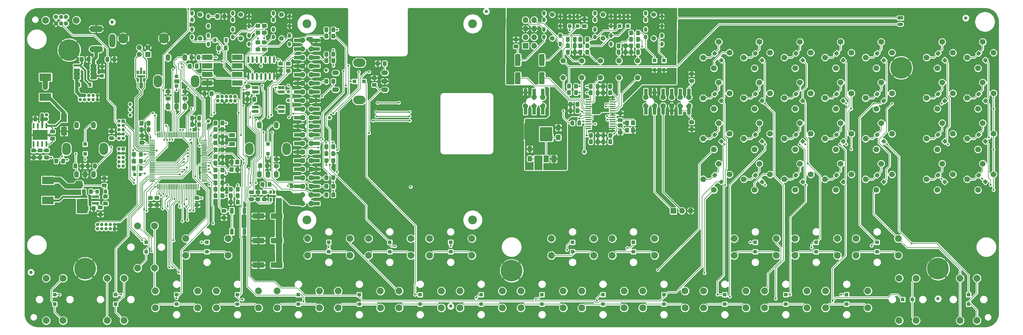
<source format=gbr>
G04 #@! TF.GenerationSoftware,KiCad,Pcbnew,5.1.6*
G04 #@! TF.CreationDate,2020-11-05T21:06:24+01:00*
G04 #@! TF.ProjectId,OTTOdiy_SMD,4f54544f-6469-4795-9f53-4d442e6b6963,rev?*
G04 #@! TF.SameCoordinates,Original*
G04 #@! TF.FileFunction,Copper,L4,Bot*
G04 #@! TF.FilePolarity,Positive*
%FSLAX46Y46*%
G04 Gerber Fmt 4.6, Leading zero omitted, Abs format (unit mm)*
G04 Created by KiCad (PCBNEW 5.1.6) date 2020-11-05 21:06:24*
%MOMM*%
%LPD*%
G01*
G04 APERTURE LIST*
G04 #@! TA.AperFunction,SMDPad,CuDef*
%ADD10R,3.500000X2.200000*%
G04 #@! TD*
G04 #@! TA.AperFunction,SMDPad,CuDef*
%ADD11R,3.100000X2.600000*%
G04 #@! TD*
G04 #@! TA.AperFunction,Conductor*
%ADD12R,4.500000X2.950000*%
G04 #@! TD*
G04 #@! TA.AperFunction,SMDPad,CuDef*
%ADD13R,0.600000X1.550000*%
G04 #@! TD*
G04 #@! TA.AperFunction,ViaPad*
%ADD14C,0.600000*%
G04 #@! TD*
G04 #@! TA.AperFunction,SMDPad,CuDef*
%ADD15R,3.100000X1.600000*%
G04 #@! TD*
G04 #@! TA.AperFunction,SMDPad,CuDef*
%ADD16R,1.800000X2.500000*%
G04 #@! TD*
G04 #@! TA.AperFunction,SMDPad,CuDef*
%ADD17R,2.180000X1.020000*%
G04 #@! TD*
G04 #@! TA.AperFunction,ComponentPad*
%ADD18C,1.620000*%
G04 #@! TD*
G04 #@! TA.AperFunction,ComponentPad*
%ADD19C,0.150000*%
G04 #@! TD*
G04 #@! TA.AperFunction,WasherPad*
%ADD20C,2.600000*%
G04 #@! TD*
G04 #@! TA.AperFunction,ComponentPad*
%ADD21C,0.800000*%
G04 #@! TD*
G04 #@! TA.AperFunction,ComponentPad*
%ADD22C,6.400000*%
G04 #@! TD*
G04 #@! TA.AperFunction,SMDPad,CuDef*
%ADD23R,1.100000X1.100000*%
G04 #@! TD*
G04 #@! TA.AperFunction,ComponentPad*
%ADD24O,1.700000X1.700000*%
G04 #@! TD*
G04 #@! TA.AperFunction,ComponentPad*
%ADD25R,1.700000X1.700000*%
G04 #@! TD*
G04 #@! TA.AperFunction,ComponentPad*
%ADD26O,1.000000X1.000000*%
G04 #@! TD*
G04 #@! TA.AperFunction,ComponentPad*
%ADD27R,1.000000X1.000000*%
G04 #@! TD*
G04 #@! TA.AperFunction,ComponentPad*
%ADD28O,1.700000X1.000000*%
G04 #@! TD*
G04 #@! TA.AperFunction,ComponentPad*
%ADD29C,1.700000*%
G04 #@! TD*
G04 #@! TA.AperFunction,ComponentPad*
%ADD30C,1.100000*%
G04 #@! TD*
G04 #@! TA.AperFunction,ComponentPad*
%ADD31C,2.000000*%
G04 #@! TD*
G04 #@! TA.AperFunction,ComponentPad*
%ADD32C,1.300000*%
G04 #@! TD*
G04 #@! TA.AperFunction,ComponentPad*
%ADD33O,1.400000X2.000000*%
G04 #@! TD*
G04 #@! TA.AperFunction,ComponentPad*
%ADD34O,2.500000X3.600000*%
G04 #@! TD*
G04 #@! TA.AperFunction,ComponentPad*
%ADD35O,2.000000X1.400000*%
G04 #@! TD*
G04 #@! TA.AperFunction,ComponentPad*
%ADD36O,3.600000X2.500000*%
G04 #@! TD*
G04 #@! TA.AperFunction,SMDPad,CuDef*
%ADD37R,1.750000X0.450000*%
G04 #@! TD*
G04 #@! TA.AperFunction,Conductor*
%ADD38R,1.600000X5.000000*%
G04 #@! TD*
G04 #@! TA.AperFunction,SMDPad,CuDef*
%ADD39R,2.000000X0.650000*%
G04 #@! TD*
G04 #@! TA.AperFunction,SMDPad,CuDef*
%ADD40R,0.650000X1.060000*%
G04 #@! TD*
G04 #@! TA.AperFunction,SMDPad,CuDef*
%ADD41R,3.800000X2.000000*%
G04 #@! TD*
G04 #@! TA.AperFunction,SMDPad,CuDef*
%ADD42R,1.500000X2.000000*%
G04 #@! TD*
G04 #@! TA.AperFunction,ComponentPad*
%ADD43O,1.000000X1.400000*%
G04 #@! TD*
G04 #@! TA.AperFunction,WasherPad*
%ADD44C,1.400000*%
G04 #@! TD*
G04 #@! TA.AperFunction,SMDPad,CuDef*
%ADD45R,1.000000X1.000000*%
G04 #@! TD*
G04 #@! TA.AperFunction,SMDPad,CuDef*
%ADD46R,1.200000X1.400000*%
G04 #@! TD*
G04 #@! TA.AperFunction,ComponentPad*
%ADD47C,1.000000*%
G04 #@! TD*
G04 #@! TA.AperFunction,SMDPad,CuDef*
%ADD48R,1.850000X0.900000*%
G04 #@! TD*
G04 #@! TA.AperFunction,SMDPad,CuDef*
%ADD49C,0.150000*%
G04 #@! TD*
G04 #@! TA.AperFunction,SMDPad,CuDef*
%ADD50C,1.000000*%
G04 #@! TD*
G04 #@! TA.AperFunction,SMDPad,CuDef*
%ADD51R,1.100000X1.800000*%
G04 #@! TD*
G04 #@! TA.AperFunction,SMDPad,CuDef*
%ADD52R,1.800000X1.200000*%
G04 #@! TD*
G04 #@! TA.AperFunction,ComponentPad*
%ADD53C,3.000000*%
G04 #@! TD*
G04 #@! TA.AperFunction,ComponentPad*
%ADD54C,1.500000*%
G04 #@! TD*
G04 #@! TA.AperFunction,ComponentPad*
%ADD55R,1.500000X1.500000*%
G04 #@! TD*
G04 #@! TA.AperFunction,SMDPad,CuDef*
%ADD56R,1.020000X2.180000*%
G04 #@! TD*
G04 #@! TA.AperFunction,ComponentPad*
%ADD57O,4.000000X1.800000*%
G04 #@! TD*
G04 #@! TA.AperFunction,ComponentPad*
%ADD58O,1.800000X4.000000*%
G04 #@! TD*
G04 #@! TA.AperFunction,SMDPad,CuDef*
%ADD59R,0.900000X1.200000*%
G04 #@! TD*
G04 #@! TA.AperFunction,ComponentPad*
%ADD60C,1.600000*%
G04 #@! TD*
G04 #@! TA.AperFunction,Conductor*
%ADD61C,0.203200*%
G04 #@! TD*
G04 #@! TA.AperFunction,Conductor*
%ADD62C,0.600000*%
G04 #@! TD*
G04 #@! TA.AperFunction,Conductor*
%ADD63C,0.254000*%
G04 #@! TD*
G04 #@! TA.AperFunction,Conductor*
%ADD64C,1.500000*%
G04 #@! TD*
G04 #@! TA.AperFunction,Conductor*
%ADD65C,0.261112*%
G04 #@! TD*
G04 #@! TA.AperFunction,Conductor*
%ADD66C,1.000000*%
G04 #@! TD*
G04 APERTURE END LIST*
D10*
X24220000Y-66800000D03*
X24220000Y-60900000D03*
X23470000Y-36300000D03*
X23470000Y-30400000D03*
D11*
X21902400Y-47470200D03*
D12*
X21902400Y-47470200D03*
D13*
X23807400Y-50170200D03*
X22537400Y-50170200D03*
X21267400Y-50170200D03*
X19997400Y-50170200D03*
X19997400Y-44770200D03*
X21267400Y-44770200D03*
X22537400Y-44770200D03*
X23807400Y-44770200D03*
D14*
X23702400Y-48070200D03*
X22502400Y-48070200D03*
X22502400Y-46870200D03*
X23702400Y-46870200D03*
X20102400Y-48070200D03*
X21202400Y-48070200D03*
X21202400Y-46870200D03*
X20102400Y-46870200D03*
G04 #@! TA.AperFunction,SMDPad,CuDef*
G36*
G01*
X175425001Y-48987500D02*
X174574999Y-48987500D01*
G75*
G02*
X174325000Y-48737501I0J249999D01*
G01*
X174325000Y-47662499D01*
G75*
G02*
X174574999Y-47412500I249999J0D01*
G01*
X175425001Y-47412500D01*
G75*
G02*
X175675000Y-47662499I0J-249999D01*
G01*
X175675000Y-48737501D01*
G75*
G02*
X175425001Y-48987500I-249999J0D01*
G01*
G37*
G04 #@! TD.AperFunction*
G04 #@! TA.AperFunction,SMDPad,CuDef*
G36*
G01*
X175425001Y-46112500D02*
X174574999Y-46112500D01*
G75*
G02*
X174325000Y-45862501I0J249999D01*
G01*
X174325000Y-44787499D01*
G75*
G02*
X174574999Y-44537500I249999J0D01*
G01*
X175425001Y-44537500D01*
G75*
G02*
X175675000Y-44787499I0J-249999D01*
G01*
X175675000Y-45862501D01*
G75*
G02*
X175425001Y-46112500I-249999J0D01*
G01*
G37*
G04 #@! TD.AperFunction*
G04 #@! TA.AperFunction,SMDPad,CuDef*
G36*
G01*
X167025001Y-55287500D02*
X166174999Y-55287500D01*
G75*
G02*
X165925000Y-55037501I0J249999D01*
G01*
X165925000Y-53962499D01*
G75*
G02*
X166174999Y-53712500I249999J0D01*
G01*
X167025001Y-53712500D01*
G75*
G02*
X167275000Y-53962499I0J-249999D01*
G01*
X167275000Y-55037501D01*
G75*
G02*
X167025001Y-55287500I-249999J0D01*
G01*
G37*
G04 #@! TD.AperFunction*
G04 #@! TA.AperFunction,SMDPad,CuDef*
G36*
G01*
X167025001Y-52412500D02*
X166174999Y-52412500D01*
G75*
G02*
X165925000Y-52162501I0J249999D01*
G01*
X165925000Y-51087499D01*
G75*
G02*
X166174999Y-50837500I249999J0D01*
G01*
X167025001Y-50837500D01*
G75*
G02*
X167275000Y-51087499I0J-249999D01*
G01*
X167275000Y-52162501D01*
G75*
G02*
X167025001Y-52412500I-249999J0D01*
G01*
G37*
G04 #@! TD.AperFunction*
G04 #@! TA.AperFunction,SMDPad,CuDef*
G36*
G01*
X170688000Y-32440000D02*
X169588000Y-32440000D01*
G75*
G02*
X169338000Y-32190000I0J250000D01*
G01*
X169338000Y-29190000D01*
G75*
G02*
X169588000Y-28940000I250000J0D01*
G01*
X170688000Y-28940000D01*
G75*
G02*
X170938000Y-29190000I0J-250000D01*
G01*
X170938000Y-32190000D01*
G75*
G02*
X170688000Y-32440000I-250000J0D01*
G01*
G37*
G04 #@! TD.AperFunction*
G04 #@! TA.AperFunction,SMDPad,CuDef*
G36*
G01*
X170688000Y-27040000D02*
X169588000Y-27040000D01*
G75*
G02*
X169338000Y-26790000I0J250000D01*
G01*
X169338000Y-23790000D01*
G75*
G02*
X169588000Y-23540000I250000J0D01*
G01*
X170688000Y-23540000D01*
G75*
G02*
X170938000Y-23790000I0J-250000D01*
G01*
X170938000Y-26790000D01*
G75*
G02*
X170688000Y-27040000I-250000J0D01*
G01*
G37*
G04 #@! TD.AperFunction*
G04 #@! TA.AperFunction,SMDPad,CuDef*
G36*
G01*
X163576000Y-32440000D02*
X162476000Y-32440000D01*
G75*
G02*
X162226000Y-32190000I0J250000D01*
G01*
X162226000Y-29190000D01*
G75*
G02*
X162476000Y-28940000I250000J0D01*
G01*
X163576000Y-28940000D01*
G75*
G02*
X163826000Y-29190000I0J-250000D01*
G01*
X163826000Y-32190000D01*
G75*
G02*
X163576000Y-32440000I-250000J0D01*
G01*
G37*
G04 #@! TD.AperFunction*
G04 #@! TA.AperFunction,SMDPad,CuDef*
G36*
G01*
X163576000Y-27040000D02*
X162476000Y-27040000D01*
G75*
G02*
X162226000Y-26790000I0J250000D01*
G01*
X162226000Y-23790000D01*
G75*
G02*
X162476000Y-23540000I250000J0D01*
G01*
X163576000Y-23540000D01*
G75*
G02*
X163826000Y-23790000I0J-250000D01*
G01*
X163826000Y-26790000D01*
G75*
G02*
X163576000Y-27040000I-250000J0D01*
G01*
G37*
G04 #@! TD.AperFunction*
G04 #@! TA.AperFunction,SMDPad,CuDef*
G36*
G01*
X93550000Y-70900000D02*
X93550000Y-72000000D01*
G75*
G02*
X93300000Y-72250000I-250000J0D01*
G01*
X90300000Y-72250000D01*
G75*
G02*
X90050000Y-72000000I0J250000D01*
G01*
X90050000Y-70900000D01*
G75*
G02*
X90300000Y-70650000I250000J0D01*
G01*
X93300000Y-70650000D01*
G75*
G02*
X93550000Y-70900000I0J-250000D01*
G01*
G37*
G04 #@! TD.AperFunction*
G04 #@! TA.AperFunction,SMDPad,CuDef*
G36*
G01*
X88150000Y-70900000D02*
X88150000Y-72000000D01*
G75*
G02*
X87900000Y-72250000I-250000J0D01*
G01*
X84900000Y-72250000D01*
G75*
G02*
X84650000Y-72000000I0J250000D01*
G01*
X84650000Y-70900000D01*
G75*
G02*
X84900000Y-70650000I250000J0D01*
G01*
X87900000Y-70650000D01*
G75*
G02*
X88150000Y-70900000I0J-250000D01*
G01*
G37*
G04 #@! TD.AperFunction*
G04 #@! TA.AperFunction,SMDPad,CuDef*
G36*
G01*
X93550000Y-78150000D02*
X93550000Y-79250000D01*
G75*
G02*
X93300000Y-79500000I-250000J0D01*
G01*
X90300000Y-79500000D01*
G75*
G02*
X90050000Y-79250000I0J250000D01*
G01*
X90050000Y-78150000D01*
G75*
G02*
X90300000Y-77900000I250000J0D01*
G01*
X93300000Y-77900000D01*
G75*
G02*
X93550000Y-78150000I0J-250000D01*
G01*
G37*
G04 #@! TD.AperFunction*
G04 #@! TA.AperFunction,SMDPad,CuDef*
G36*
G01*
X88150000Y-78150000D02*
X88150000Y-79250000D01*
G75*
G02*
X87900000Y-79500000I-250000J0D01*
G01*
X84900000Y-79500000D01*
G75*
G02*
X84650000Y-79250000I0J250000D01*
G01*
X84650000Y-78150000D01*
G75*
G02*
X84900000Y-77900000I250000J0D01*
G01*
X87900000Y-77900000D01*
G75*
G02*
X88150000Y-78150000I0J-250000D01*
G01*
G37*
G04 #@! TD.AperFunction*
G04 #@! TA.AperFunction,SMDPad,CuDef*
G36*
G01*
X93550000Y-85400000D02*
X93550000Y-86500000D01*
G75*
G02*
X93300000Y-86750000I-250000J0D01*
G01*
X90300000Y-86750000D01*
G75*
G02*
X90050000Y-86500000I0J250000D01*
G01*
X90050000Y-85400000D01*
G75*
G02*
X90300000Y-85150000I250000J0D01*
G01*
X93300000Y-85150000D01*
G75*
G02*
X93550000Y-85400000I0J-250000D01*
G01*
G37*
G04 #@! TD.AperFunction*
G04 #@! TA.AperFunction,SMDPad,CuDef*
G36*
G01*
X88150000Y-85400000D02*
X88150000Y-86500000D01*
G75*
G02*
X87900000Y-86750000I-250000J0D01*
G01*
X84900000Y-86750000D01*
G75*
G02*
X84650000Y-86500000I0J250000D01*
G01*
X84650000Y-85400000D01*
G75*
G02*
X84900000Y-85150000I250000J0D01*
G01*
X87900000Y-85150000D01*
G75*
G02*
X88150000Y-85400000I0J-250000D01*
G01*
G37*
G04 #@! TD.AperFunction*
D15*
X71305000Y-24515000D03*
X80195000Y-32135000D03*
X71305000Y-27055000D03*
X80195000Y-29595000D03*
X71305000Y-29595000D03*
X80195000Y-27055000D03*
X71305000Y-32135000D03*
X80195000Y-24515000D03*
D16*
X28970000Y-46350000D03*
X28970000Y-42350000D03*
G04 #@! TA.AperFunction,SMDPad,CuDef*
G36*
G01*
X19552399Y-53545200D02*
X20452401Y-53545200D01*
G75*
G02*
X20702400Y-53795199I0J-249999D01*
G01*
X20702400Y-54445201D01*
G75*
G02*
X20452401Y-54695200I-249999J0D01*
G01*
X19552399Y-54695200D01*
G75*
G02*
X19302400Y-54445201I0J249999D01*
G01*
X19302400Y-53795199D01*
G75*
G02*
X19552399Y-53545200I249999J0D01*
G01*
G37*
G04 #@! TD.AperFunction*
G04 #@! TA.AperFunction,SMDPad,CuDef*
G36*
G01*
X19552399Y-51495200D02*
X20452401Y-51495200D01*
G75*
G02*
X20702400Y-51745199I0J-249999D01*
G01*
X20702400Y-52395201D01*
G75*
G02*
X20452401Y-52645200I-249999J0D01*
G01*
X19552399Y-52645200D01*
G75*
G02*
X19302400Y-52395201I0J249999D01*
G01*
X19302400Y-51745199D01*
G75*
G02*
X19552399Y-51495200I249999J0D01*
G01*
G37*
G04 #@! TD.AperFunction*
G04 #@! TA.AperFunction,SMDPad,CuDef*
G36*
G01*
X24252401Y-52645200D02*
X23352399Y-52645200D01*
G75*
G02*
X23102400Y-52395201I0J249999D01*
G01*
X23102400Y-51745199D01*
G75*
G02*
X23352399Y-51495200I249999J0D01*
G01*
X24252401Y-51495200D01*
G75*
G02*
X24502400Y-51745199I0J-249999D01*
G01*
X24502400Y-52395201D01*
G75*
G02*
X24252401Y-52645200I-249999J0D01*
G01*
G37*
G04 #@! TD.AperFunction*
G04 #@! TA.AperFunction,SMDPad,CuDef*
G36*
G01*
X24252401Y-54695200D02*
X23352399Y-54695200D01*
G75*
G02*
X23102400Y-54445201I0J249999D01*
G01*
X23102400Y-53795199D01*
G75*
G02*
X23352399Y-53545200I249999J0D01*
G01*
X24252401Y-53545200D01*
G75*
G02*
X24502400Y-53795199I0J-249999D01*
G01*
X24502400Y-54445201D01*
G75*
G02*
X24252401Y-54695200I-249999J0D01*
G01*
G37*
G04 #@! TD.AperFunction*
G04 #@! TA.AperFunction,SMDPad,CuDef*
G36*
G01*
X21952400Y-43220201D02*
X21952400Y-42320199D01*
G75*
G02*
X22202399Y-42070200I249999J0D01*
G01*
X22852401Y-42070200D01*
G75*
G02*
X23102400Y-42320199I0J-249999D01*
G01*
X23102400Y-43220201D01*
G75*
G02*
X22852401Y-43470200I-249999J0D01*
G01*
X22202399Y-43470200D01*
G75*
G02*
X21952400Y-43220201I0J249999D01*
G01*
G37*
G04 #@! TD.AperFunction*
G04 #@! TA.AperFunction,SMDPad,CuDef*
G36*
G01*
X19902400Y-43220201D02*
X19902400Y-42320199D01*
G75*
G02*
X20152399Y-42070200I249999J0D01*
G01*
X20802401Y-42070200D01*
G75*
G02*
X21052400Y-42320199I0J-249999D01*
G01*
X21052400Y-43220201D01*
G75*
G02*
X20802401Y-43470200I-249999J0D01*
G01*
X20152399Y-43470200D01*
G75*
G02*
X19902400Y-43220201I0J249999D01*
G01*
G37*
G04 #@! TD.AperFunction*
G04 #@! TA.AperFunction,SMDPad,CuDef*
G36*
G01*
X21452399Y-53545200D02*
X22352401Y-53545200D01*
G75*
G02*
X22602400Y-53795199I0J-249999D01*
G01*
X22602400Y-54445201D01*
G75*
G02*
X22352401Y-54695200I-249999J0D01*
G01*
X21452399Y-54695200D01*
G75*
G02*
X21202400Y-54445201I0J249999D01*
G01*
X21202400Y-53795199D01*
G75*
G02*
X21452399Y-53545200I249999J0D01*
G01*
G37*
G04 #@! TD.AperFunction*
G04 #@! TA.AperFunction,SMDPad,CuDef*
G36*
G01*
X21452399Y-51495200D02*
X22352401Y-51495200D01*
G75*
G02*
X22602400Y-51745199I0J-249999D01*
G01*
X22602400Y-52395201D01*
G75*
G02*
X22352401Y-52645200I-249999J0D01*
G01*
X21452399Y-52645200D01*
G75*
G02*
X21202400Y-52395201I0J249999D01*
G01*
X21202400Y-51745199D01*
G75*
G02*
X21452399Y-51495200I249999J0D01*
G01*
G37*
G04 #@! TD.AperFunction*
G04 #@! TA.AperFunction,SMDPad,CuDef*
G36*
G01*
X25126799Y-47961600D02*
X26026801Y-47961600D01*
G75*
G02*
X26276800Y-48211599I0J-249999D01*
G01*
X26276800Y-48861601D01*
G75*
G02*
X26026801Y-49111600I-249999J0D01*
G01*
X25126799Y-49111600D01*
G75*
G02*
X24876800Y-48861601I0J249999D01*
G01*
X24876800Y-48211599D01*
G75*
G02*
X25126799Y-47961600I249999J0D01*
G01*
G37*
G04 #@! TD.AperFunction*
G04 #@! TA.AperFunction,SMDPad,CuDef*
G36*
G01*
X25126799Y-45911600D02*
X26026801Y-45911600D01*
G75*
G02*
X26276800Y-46161599I0J-249999D01*
G01*
X26276800Y-46811601D01*
G75*
G02*
X26026801Y-47061600I-249999J0D01*
G01*
X25126799Y-47061600D01*
G75*
G02*
X24876800Y-46811601I0J249999D01*
G01*
X24876800Y-46161599D01*
G75*
G02*
X25126799Y-45911600I249999J0D01*
G01*
G37*
G04 #@! TD.AperFunction*
D17*
X97990000Y-29630000D03*
X97990000Y-27090000D03*
D18*
X99430000Y-37250000D03*
X99430000Y-42330000D03*
D17*
X97990000Y-34710000D03*
X97990000Y-37250000D03*
X97990000Y-39790000D03*
D18*
X99430000Y-29630000D03*
X99430000Y-27090000D03*
D17*
X97990000Y-19470000D03*
X97990000Y-24550000D03*
X97990000Y-22010000D03*
X97990000Y-42330000D03*
X97990000Y-32170000D03*
D18*
X99430000Y-39790000D03*
X99430000Y-34710000D03*
X99430000Y-32170000D03*
X99430000Y-24550000D03*
D17*
X97990000Y-55030000D03*
D18*
X99430000Y-62650000D03*
D17*
X97990000Y-60110000D03*
X97990000Y-52490000D03*
X97990000Y-67730000D03*
X97990000Y-57570000D03*
D18*
X99430000Y-47410000D03*
X99430000Y-60110000D03*
X99430000Y-44870000D03*
X99430000Y-57570000D03*
X99430000Y-49950000D03*
D17*
X97990000Y-44870000D03*
X97990000Y-62650000D03*
X97990000Y-49950000D03*
X97990000Y-65190000D03*
D18*
X99430000Y-55030000D03*
D17*
X97990000Y-47410000D03*
D18*
X99430000Y-52490000D03*
D17*
X103410000Y-44870000D03*
X103410000Y-49950000D03*
D18*
X101970000Y-49950000D03*
X101970000Y-44870000D03*
D17*
X103410000Y-47410000D03*
D18*
X101970000Y-47410000D03*
D17*
X103410000Y-67730000D03*
X103410000Y-52490000D03*
X103410000Y-62650000D03*
X103410000Y-60110000D03*
D18*
X101970000Y-62650000D03*
D17*
X103410000Y-55030000D03*
X103410000Y-57570000D03*
D18*
X101970000Y-52490000D03*
X101970000Y-55030000D03*
X101970000Y-57570000D03*
D17*
X103410000Y-65190000D03*
D18*
X101970000Y-60110000D03*
X101970000Y-42330000D03*
D17*
X103410000Y-42330000D03*
X103410000Y-34710000D03*
X103410000Y-37250000D03*
X103410000Y-39790000D03*
D18*
X101970000Y-34710000D03*
X101970000Y-37250000D03*
X101970000Y-39790000D03*
D17*
X103410000Y-27090000D03*
X103410000Y-32170000D03*
D18*
X101970000Y-32170000D03*
X101970000Y-27090000D03*
D17*
X103410000Y-29630000D03*
D18*
X101970000Y-29630000D03*
D17*
X103410000Y-24550000D03*
D18*
X101970000Y-24550000D03*
D17*
X103410000Y-22010000D03*
X103410000Y-19470000D03*
G04 #@! TA.AperFunction,ComponentPad*
D19*
G36*
X101899528Y-20279997D02*
G01*
X101899476Y-20279999D01*
X101899415Y-20279996D01*
X101897906Y-20279985D01*
X101891399Y-20279576D01*
X101884841Y-20279232D01*
X101884062Y-20279114D01*
X101883280Y-20279065D01*
X101876849Y-20278023D01*
X101870352Y-20277041D01*
X101869586Y-20276847D01*
X101868813Y-20276722D01*
X101862492Y-20275052D01*
X101856145Y-20273446D01*
X101855407Y-20273180D01*
X101854645Y-20272979D01*
X101848534Y-20270706D01*
X101842356Y-20268482D01*
X101841639Y-20268141D01*
X101840909Y-20267870D01*
X101835088Y-20265031D01*
X101829117Y-20262196D01*
X101828438Y-20261788D01*
X101827737Y-20261446D01*
X101822155Y-20258012D01*
X101816556Y-20254647D01*
X101815931Y-20254183D01*
X101815255Y-20253767D01*
X101810024Y-20249796D01*
X101804790Y-20245910D01*
X101804207Y-20245382D01*
X101803582Y-20244907D01*
X101798769Y-20240450D01*
X101793934Y-20236066D01*
X101203934Y-19646066D01*
X101203606Y-19645734D01*
X101203564Y-19645695D01*
X101203520Y-19645646D01*
X101202464Y-19644575D01*
X101198152Y-19639684D01*
X101193758Y-19634804D01*
X101193291Y-19634171D01*
X101192772Y-19633582D01*
X101188936Y-19628263D01*
X101185062Y-19623009D01*
X101184662Y-19622338D01*
X101184199Y-19621696D01*
X101180891Y-19616012D01*
X101177558Y-19610421D01*
X101177224Y-19609712D01*
X101176828Y-19609031D01*
X101174122Y-19603120D01*
X101171318Y-19597161D01*
X101171050Y-19596409D01*
X101170728Y-19595705D01*
X101168618Y-19589578D01*
X101166402Y-19583355D01*
X101166212Y-19582591D01*
X101165956Y-19581849D01*
X101164439Y-19575482D01*
X101162857Y-19569135D01*
X101162742Y-19568358D01*
X101162560Y-19567593D01*
X101161678Y-19561154D01*
X101160716Y-19554637D01*
X101160678Y-19553852D01*
X101160571Y-19553074D01*
X101160320Y-19546549D01*
X101160000Y-19540000D01*
X101160000Y-19470000D01*
X101160015Y-19467906D01*
X101160179Y-19465299D01*
X101160179Y-19462672D01*
X101163329Y-19398267D01*
X101163446Y-19396177D01*
X101164139Y-19390001D01*
X101164759Y-19383682D01*
X101174179Y-19319892D01*
X101174500Y-19317822D01*
X101175795Y-19311728D01*
X101177025Y-19305517D01*
X101192624Y-19242952D01*
X101193146Y-19240924D01*
X101195029Y-19234988D01*
X101196861Y-19228919D01*
X101218492Y-19168175D01*
X101219208Y-19166207D01*
X101221685Y-19160428D01*
X101224076Y-19154627D01*
X101251531Y-19096282D01*
X101252436Y-19094394D01*
X101255451Y-19088910D01*
X101258411Y-19083343D01*
X101291428Y-19027956D01*
X101292513Y-19026165D01*
X101296057Y-19020989D01*
X101299538Y-19015749D01*
X101337803Y-18963848D01*
X101339058Y-18962171D01*
X101343087Y-18957369D01*
X101347064Y-18952493D01*
X101390210Y-18904573D01*
X101391622Y-18903027D01*
X101396120Y-18898621D01*
X101400538Y-18894173D01*
X101448155Y-18850692D01*
X101449711Y-18849291D01*
X101454619Y-18845345D01*
X101459447Y-18841351D01*
X101511080Y-18802725D01*
X101512766Y-18801482D01*
X101518010Y-18798051D01*
X101523229Y-18794530D01*
X101578384Y-18761127D01*
X101580183Y-18760055D01*
X101585720Y-18757160D01*
X101591275Y-18754157D01*
X101649427Y-18726295D01*
X101651322Y-18725404D01*
X101657118Y-18723062D01*
X101662937Y-18720616D01*
X101723530Y-18698562D01*
X101725503Y-18697860D01*
X101731514Y-18696091D01*
X101737529Y-18694229D01*
X101799978Y-18678195D01*
X101799987Y-18678192D01*
X101799998Y-18678190D01*
X101802017Y-18677686D01*
X101808200Y-18676507D01*
X101814343Y-18675246D01*
X101878053Y-18665384D01*
X101878062Y-18665382D01*
X101878072Y-18665381D01*
X101880136Y-18665076D01*
X101886363Y-18664509D01*
X101892636Y-18663850D01*
X101957018Y-18660250D01*
X101959109Y-18660148D01*
X101965391Y-18660192D01*
X101971672Y-18660148D01*
X102036099Y-18662848D01*
X102038190Y-18662950D01*
X102044444Y-18663607D01*
X102050693Y-18664176D01*
X102114544Y-18673149D01*
X102114550Y-18673150D01*
X102114557Y-18673151D01*
X102116619Y-18673456D01*
X102122727Y-18674710D01*
X102128945Y-18675896D01*
X102191618Y-18691059D01*
X102193650Y-18691566D01*
X102199648Y-18693423D01*
X102205675Y-18695197D01*
X102266570Y-18716403D01*
X102268543Y-18717105D01*
X102274338Y-18719541D01*
X102280158Y-18721892D01*
X102338693Y-18748939D01*
X102340587Y-18749831D01*
X102346126Y-18752825D01*
X102351680Y-18755729D01*
X102407297Y-18788359D01*
X102409095Y-18789431D01*
X102414310Y-18792948D01*
X102419559Y-18796383D01*
X102471726Y-18834284D01*
X102471728Y-18834285D01*
X102471735Y-18834291D01*
X102473411Y-18835527D01*
X102478229Y-18839512D01*
X102483148Y-18843468D01*
X102531367Y-18886278D01*
X102532923Y-18887680D01*
X102537319Y-18892107D01*
X102541838Y-18896532D01*
X102585649Y-18943844D01*
X102587061Y-18945391D01*
X102590998Y-18950218D01*
X102595069Y-18955070D01*
X102634054Y-19006432D01*
X102635308Y-19008109D01*
X102638786Y-19013342D01*
X102642334Y-19018525D01*
X102676122Y-19073446D01*
X102677206Y-19075238D01*
X102680134Y-19080744D01*
X102683181Y-19086287D01*
X102711448Y-19144241D01*
X102712352Y-19146130D01*
X102714739Y-19151922D01*
X102717221Y-19157712D01*
X102739698Y-19218150D01*
X102740414Y-19220117D01*
X102742225Y-19226115D01*
X102744130Y-19232120D01*
X102760601Y-19294462D01*
X102761121Y-19296491D01*
X102762339Y-19302639D01*
X102763647Y-19308794D01*
X102773957Y-19372448D01*
X102774277Y-19374517D01*
X102774890Y-19380761D01*
X102775591Y-19387012D01*
X102779640Y-19451366D01*
X102779757Y-19453457D01*
X102779757Y-19459765D01*
X102779845Y-19466021D01*
X102777594Y-19530463D01*
X102777505Y-19532555D01*
X102776895Y-19538780D01*
X102776367Y-19545065D01*
X102767839Y-19608981D01*
X102767548Y-19611054D01*
X102766330Y-19617204D01*
X102765194Y-19623395D01*
X102750470Y-19686173D01*
X102749977Y-19688208D01*
X102748170Y-19694195D01*
X102746430Y-19700263D01*
X102725649Y-19761303D01*
X102724960Y-19763281D01*
X102722570Y-19769079D01*
X102720255Y-19774926D01*
X102693618Y-19833649D01*
X102692740Y-19835550D01*
X102689791Y-19841096D01*
X102686918Y-19846686D01*
X102654677Y-19902528D01*
X102653617Y-19904334D01*
X102650159Y-19909539D01*
X102646740Y-19914844D01*
X102609204Y-19967275D01*
X102607973Y-19968969D01*
X102604020Y-19973816D01*
X102600100Y-19978762D01*
X102557626Y-20027279D01*
X102556235Y-20028845D01*
X102551792Y-20033319D01*
X102547445Y-20037821D01*
X102500451Y-20081951D01*
X102500441Y-20081961D01*
X102500429Y-20081972D01*
X102498904Y-20083383D01*
X102494111Y-20087348D01*
X102489281Y-20091459D01*
X102438193Y-20130801D01*
X102436525Y-20132067D01*
X102431351Y-20135557D01*
X102426160Y-20139165D01*
X102371476Y-20173336D01*
X102369692Y-20174433D01*
X102364186Y-20177410D01*
X102358681Y-20180487D01*
X102300933Y-20209152D01*
X102300925Y-20209156D01*
X102300915Y-20209160D01*
X102299042Y-20210074D01*
X102293276Y-20212498D01*
X102287496Y-20215023D01*
X102227217Y-20237921D01*
X102225254Y-20238650D01*
X102219283Y-20240499D01*
X102213281Y-20242449D01*
X102151055Y-20259356D01*
X102151052Y-20259357D01*
X102151047Y-20259358D01*
X102149030Y-20259891D01*
X102142901Y-20261149D01*
X102136739Y-20262504D01*
X102073161Y-20273257D01*
X102071094Y-20273591D01*
X102064866Y-20274246D01*
X102058610Y-20274992D01*
X101994285Y-20279490D01*
X101992195Y-20279621D01*
X101988798Y-20279645D01*
X101985395Y-20279847D01*
X101971573Y-20279992D01*
X101970060Y-20279997D01*
X101970000Y-20280000D01*
X101900000Y-20280000D01*
X101899528Y-20279997D01*
G37*
G04 #@! TD.AperFunction*
G04 #@! TA.AperFunction,ComponentPad*
G36*
X99427906Y-20279985D02*
G01*
X99425299Y-20279821D01*
X99422672Y-20279821D01*
X99358267Y-20276671D01*
X99358265Y-20276671D01*
X99356177Y-20276554D01*
X99349966Y-20275857D01*
X99343682Y-20275241D01*
X99279892Y-20265821D01*
X99277822Y-20265500D01*
X99271720Y-20264203D01*
X99265518Y-20262975D01*
X99202952Y-20247376D01*
X99200924Y-20246855D01*
X99194930Y-20244954D01*
X99188920Y-20243139D01*
X99128175Y-20221508D01*
X99126208Y-20220792D01*
X99120428Y-20218315D01*
X99114627Y-20215924D01*
X99056282Y-20188469D01*
X99054394Y-20187564D01*
X99048910Y-20184549D01*
X99043343Y-20181589D01*
X98987956Y-20148572D01*
X98986165Y-20147487D01*
X98980989Y-20143943D01*
X98975749Y-20140462D01*
X98923848Y-20102197D01*
X98922171Y-20100942D01*
X98917369Y-20096913D01*
X98912493Y-20092936D01*
X98864573Y-20049790D01*
X98863027Y-20048378D01*
X98858642Y-20043900D01*
X98854172Y-20039462D01*
X98810692Y-19991845D01*
X98809291Y-19990288D01*
X98805358Y-19985397D01*
X98801351Y-19980553D01*
X98762725Y-19928920D01*
X98761483Y-19927234D01*
X98758070Y-19922019D01*
X98754530Y-19916771D01*
X98721127Y-19861616D01*
X98720056Y-19859817D01*
X98717165Y-19854288D01*
X98714157Y-19848725D01*
X98686295Y-19790573D01*
X98685404Y-19788679D01*
X98683052Y-19782857D01*
X98680616Y-19777063D01*
X98658562Y-19716470D01*
X98657860Y-19714497D01*
X98656091Y-19708486D01*
X98654229Y-19702471D01*
X98638192Y-19640014D01*
X98637686Y-19637982D01*
X98636508Y-19631808D01*
X98635246Y-19625657D01*
X98625381Y-19561935D01*
X98625076Y-19559864D01*
X98624509Y-19553632D01*
X98623850Y-19547363D01*
X98620250Y-19482982D01*
X98620148Y-19480890D01*
X98620192Y-19474609D01*
X98620148Y-19468328D01*
X98622848Y-19403901D01*
X98622950Y-19401810D01*
X98623607Y-19395556D01*
X98624176Y-19389307D01*
X98633150Y-19325452D01*
X98633456Y-19323381D01*
X98634705Y-19317297D01*
X98635896Y-19311055D01*
X98651059Y-19248382D01*
X98651566Y-19246350D01*
X98653423Y-19240352D01*
X98655197Y-19234325D01*
X98676403Y-19173430D01*
X98677105Y-19171457D01*
X98679541Y-19165662D01*
X98681892Y-19159842D01*
X98708939Y-19101307D01*
X98709831Y-19099413D01*
X98712825Y-19093874D01*
X98715729Y-19088320D01*
X98748359Y-19032703D01*
X98749431Y-19030905D01*
X98752948Y-19025690D01*
X98756383Y-19020441D01*
X98794284Y-18968274D01*
X98795527Y-18966589D01*
X98799512Y-18961771D01*
X98803468Y-18956852D01*
X98846278Y-18908633D01*
X98847680Y-18907077D01*
X98852107Y-18902681D01*
X98856532Y-18898162D01*
X98903844Y-18854351D01*
X98905391Y-18852939D01*
X98910218Y-18849002D01*
X98915070Y-18844931D01*
X98966432Y-18805946D01*
X98968109Y-18804692D01*
X98973342Y-18801214D01*
X98978525Y-18797666D01*
X99033446Y-18763878D01*
X99035238Y-18762794D01*
X99040744Y-18759866D01*
X99046287Y-18756819D01*
X99104241Y-18728552D01*
X99106130Y-18727648D01*
X99111922Y-18725261D01*
X99117712Y-18722779D01*
X99178147Y-18700303D01*
X99178152Y-18700301D01*
X99178158Y-18700299D01*
X99180117Y-18699586D01*
X99186107Y-18697777D01*
X99192120Y-18695870D01*
X99254462Y-18679399D01*
X99256491Y-18678879D01*
X99262639Y-18677661D01*
X99268794Y-18676353D01*
X99332448Y-18666043D01*
X99334517Y-18665723D01*
X99340761Y-18665110D01*
X99347012Y-18664409D01*
X99411366Y-18660360D01*
X99413457Y-18660243D01*
X99419732Y-18660243D01*
X99426022Y-18660155D01*
X99490463Y-18662406D01*
X99492556Y-18662495D01*
X99498787Y-18663106D01*
X99505065Y-18663633D01*
X99568981Y-18672161D01*
X99571055Y-18672452D01*
X99577225Y-18673674D01*
X99583394Y-18674806D01*
X99646173Y-18689530D01*
X99648208Y-18690023D01*
X99654186Y-18691828D01*
X99660263Y-18693570D01*
X99721304Y-18714351D01*
X99723281Y-18715040D01*
X99729079Y-18717430D01*
X99734926Y-18719745D01*
X99793649Y-18746382D01*
X99793652Y-18746383D01*
X99793659Y-18746387D01*
X99795550Y-18747260D01*
X99801096Y-18750209D01*
X99806686Y-18753082D01*
X99862528Y-18785323D01*
X99864334Y-18786383D01*
X99869539Y-18789841D01*
X99874844Y-18793260D01*
X99927275Y-18830796D01*
X99928969Y-18832027D01*
X99933816Y-18835980D01*
X99938762Y-18839900D01*
X99987279Y-18882374D01*
X99988845Y-18883765D01*
X99993334Y-18888222D01*
X99997821Y-18892555D01*
X100041961Y-18939560D01*
X100043384Y-18941096D01*
X100047398Y-18945949D01*
X100051459Y-18950720D01*
X100090802Y-19001807D01*
X100092067Y-19003476D01*
X100095552Y-19008643D01*
X100099164Y-19013840D01*
X100133336Y-19068524D01*
X100134432Y-19070308D01*
X100137402Y-19075800D01*
X100140487Y-19081320D01*
X100169157Y-19139076D01*
X100170074Y-19140959D01*
X100172480Y-19146683D01*
X100175023Y-19152503D01*
X100197921Y-19212783D01*
X100198650Y-19214745D01*
X100200502Y-19220729D01*
X100202449Y-19226719D01*
X100219356Y-19288945D01*
X100219891Y-19290970D01*
X100221149Y-19297099D01*
X100222504Y-19303261D01*
X100233257Y-19366839D01*
X100233591Y-19368906D01*
X100234246Y-19375134D01*
X100234992Y-19381390D01*
X100239490Y-19445715D01*
X100239621Y-19447805D01*
X100239645Y-19451202D01*
X100239847Y-19454604D01*
X100239992Y-19468427D01*
X100239997Y-19469940D01*
X100240000Y-19470000D01*
X100240000Y-19540000D01*
X100239997Y-19540472D01*
X100239999Y-19540524D01*
X100239996Y-19540585D01*
X100239985Y-19542094D01*
X100239576Y-19548601D01*
X100239232Y-19555159D01*
X100239114Y-19555938D01*
X100239065Y-19556720D01*
X100238023Y-19563151D01*
X100237041Y-19569648D01*
X100236847Y-19570414D01*
X100236722Y-19571187D01*
X100235052Y-19577508D01*
X100233446Y-19583855D01*
X100233180Y-19584593D01*
X100232979Y-19585355D01*
X100230706Y-19591466D01*
X100228482Y-19597644D01*
X100228141Y-19598361D01*
X100227870Y-19599091D01*
X100225031Y-19604912D01*
X100222196Y-19610883D01*
X100221788Y-19611562D01*
X100221446Y-19612263D01*
X100218012Y-19617845D01*
X100214647Y-19623444D01*
X100214183Y-19624069D01*
X100213767Y-19624745D01*
X100209796Y-19629976D01*
X100205910Y-19635210D01*
X100205382Y-19635793D01*
X100204907Y-19636418D01*
X100200450Y-19641231D01*
X100196066Y-19646066D01*
X99606066Y-20236066D01*
X99605734Y-20236394D01*
X99605695Y-20236436D01*
X99605646Y-20236480D01*
X99604575Y-20237536D01*
X99599684Y-20241848D01*
X99594804Y-20246242D01*
X99594171Y-20246709D01*
X99593582Y-20247228D01*
X99588263Y-20251064D01*
X99583009Y-20254938D01*
X99582338Y-20255338D01*
X99581696Y-20255801D01*
X99576012Y-20259109D01*
X99570421Y-20262442D01*
X99569712Y-20262776D01*
X99569031Y-20263172D01*
X99563120Y-20265878D01*
X99557161Y-20268682D01*
X99556409Y-20268950D01*
X99555705Y-20269272D01*
X99549578Y-20271382D01*
X99543355Y-20273598D01*
X99542591Y-20273788D01*
X99541849Y-20274044D01*
X99535482Y-20275561D01*
X99529135Y-20277143D01*
X99528358Y-20277258D01*
X99527593Y-20277440D01*
X99521107Y-20278328D01*
X99514637Y-20279284D01*
X99513852Y-20279322D01*
X99513074Y-20279429D01*
X99506528Y-20279681D01*
X99500000Y-20280000D01*
X99430000Y-20280000D01*
X99427906Y-20279985D01*
G37*
G04 #@! TD.AperFunction*
G04 #@! TA.AperFunction,ComponentPad*
G36*
X101909537Y-22817594D02*
G01*
X101907445Y-22817505D01*
X101901220Y-22816895D01*
X101894935Y-22816367D01*
X101831019Y-22807839D01*
X101828946Y-22807548D01*
X101822796Y-22806330D01*
X101816605Y-22805194D01*
X101753827Y-22790470D01*
X101751792Y-22789977D01*
X101745805Y-22788170D01*
X101739737Y-22786430D01*
X101678697Y-22765649D01*
X101676719Y-22764960D01*
X101670921Y-22762570D01*
X101665074Y-22760255D01*
X101606354Y-22733619D01*
X101606348Y-22733617D01*
X101606341Y-22733613D01*
X101604450Y-22732740D01*
X101598904Y-22729791D01*
X101593314Y-22726918D01*
X101537472Y-22694677D01*
X101535666Y-22693617D01*
X101530461Y-22690159D01*
X101525156Y-22686740D01*
X101472725Y-22649204D01*
X101471031Y-22647973D01*
X101466184Y-22644020D01*
X101461238Y-22640100D01*
X101412721Y-22597626D01*
X101411155Y-22596235D01*
X101406681Y-22591792D01*
X101402179Y-22587445D01*
X101358049Y-22540451D01*
X101358039Y-22540441D01*
X101358028Y-22540429D01*
X101356617Y-22538904D01*
X101352652Y-22534111D01*
X101348541Y-22529281D01*
X101309199Y-22478193D01*
X101307933Y-22476525D01*
X101304443Y-22471351D01*
X101300835Y-22466160D01*
X101266664Y-22411476D01*
X101265567Y-22409692D01*
X101262590Y-22404186D01*
X101259513Y-22398681D01*
X101230844Y-22340924D01*
X101229926Y-22339042D01*
X101227502Y-22333276D01*
X101224977Y-22327496D01*
X101202079Y-22267217D01*
X101201350Y-22265254D01*
X101199501Y-22259283D01*
X101197551Y-22253281D01*
X101180644Y-22191055D01*
X101180109Y-22189030D01*
X101178851Y-22182901D01*
X101177496Y-22176739D01*
X101166743Y-22113161D01*
X101166409Y-22111094D01*
X101165754Y-22104866D01*
X101165008Y-22098610D01*
X101160510Y-22034285D01*
X101160379Y-22032195D01*
X101160355Y-22028798D01*
X101160153Y-22025395D01*
X101160008Y-22011573D01*
X101160003Y-22010060D01*
X101160000Y-22010000D01*
X101160000Y-21940000D01*
X101160003Y-21939528D01*
X101160001Y-21939476D01*
X101160004Y-21939415D01*
X101160015Y-21937906D01*
X101160424Y-21931399D01*
X101160768Y-21924841D01*
X101160886Y-21924062D01*
X101160935Y-21923280D01*
X101161977Y-21916849D01*
X101162959Y-21910352D01*
X101163153Y-21909586D01*
X101163278Y-21908813D01*
X101164948Y-21902492D01*
X101166554Y-21896145D01*
X101166820Y-21895407D01*
X101167021Y-21894645D01*
X101169294Y-21888534D01*
X101171518Y-21882356D01*
X101171859Y-21881639D01*
X101172130Y-21880909D01*
X101174944Y-21875140D01*
X101177804Y-21869117D01*
X101178212Y-21868438D01*
X101178554Y-21867737D01*
X101181988Y-21862155D01*
X101185353Y-21856556D01*
X101185817Y-21855931D01*
X101186233Y-21855255D01*
X101190204Y-21850024D01*
X101194090Y-21844790D01*
X101194618Y-21844207D01*
X101195093Y-21843582D01*
X101199550Y-21838769D01*
X101203934Y-21833934D01*
X101793934Y-21243934D01*
X101794266Y-21243606D01*
X101794305Y-21243564D01*
X101794354Y-21243520D01*
X101795425Y-21242464D01*
X101800316Y-21238152D01*
X101805196Y-21233758D01*
X101805829Y-21233291D01*
X101806418Y-21232772D01*
X101811737Y-21228936D01*
X101816991Y-21225062D01*
X101817662Y-21224662D01*
X101818304Y-21224199D01*
X101823988Y-21220891D01*
X101829579Y-21217558D01*
X101830288Y-21217224D01*
X101830969Y-21216828D01*
X101836880Y-21214122D01*
X101842839Y-21211318D01*
X101843591Y-21211050D01*
X101844295Y-21210728D01*
X101850422Y-21208618D01*
X101856645Y-21206402D01*
X101857409Y-21206212D01*
X101858151Y-21205956D01*
X101864518Y-21204439D01*
X101870865Y-21202857D01*
X101871642Y-21202742D01*
X101872407Y-21202560D01*
X101878893Y-21201672D01*
X101885363Y-21200716D01*
X101886148Y-21200678D01*
X101886926Y-21200571D01*
X101893472Y-21200319D01*
X101900000Y-21200000D01*
X101970000Y-21200000D01*
X101972094Y-21200015D01*
X101974701Y-21200179D01*
X101977328Y-21200179D01*
X102041733Y-21203329D01*
X102043823Y-21203446D01*
X102050037Y-21204143D01*
X102056318Y-21204759D01*
X102120108Y-21214179D01*
X102122178Y-21214500D01*
X102128272Y-21215795D01*
X102134483Y-21217025D01*
X102197048Y-21232624D01*
X102199076Y-21233146D01*
X102205012Y-21235029D01*
X102211081Y-21236861D01*
X102271825Y-21258492D01*
X102273793Y-21259208D01*
X102279572Y-21261685D01*
X102285373Y-21264076D01*
X102343718Y-21291531D01*
X102345606Y-21292436D01*
X102351090Y-21295451D01*
X102356657Y-21298411D01*
X102412044Y-21331428D01*
X102413835Y-21332513D01*
X102419011Y-21336057D01*
X102424251Y-21339538D01*
X102476152Y-21377803D01*
X102477829Y-21379058D01*
X102482631Y-21383087D01*
X102487507Y-21387064D01*
X102535427Y-21430210D01*
X102536973Y-21431622D01*
X102541379Y-21436120D01*
X102545827Y-21440538D01*
X102589308Y-21488155D01*
X102590709Y-21489711D01*
X102594655Y-21494619D01*
X102598649Y-21499447D01*
X102637275Y-21551080D01*
X102638518Y-21552766D01*
X102641949Y-21558010D01*
X102645470Y-21563229D01*
X102678873Y-21618384D01*
X102679945Y-21620183D01*
X102682840Y-21625720D01*
X102685843Y-21631275D01*
X102713705Y-21689427D01*
X102714596Y-21691322D01*
X102716938Y-21697118D01*
X102719384Y-21702937D01*
X102741438Y-21763530D01*
X102742140Y-21765503D01*
X102743909Y-21771514D01*
X102745771Y-21777529D01*
X102761807Y-21839985D01*
X102761808Y-21839987D01*
X102761810Y-21839998D01*
X102762314Y-21842017D01*
X102763493Y-21848200D01*
X102764754Y-21854343D01*
X102774618Y-21918065D01*
X102774924Y-21920136D01*
X102775491Y-21926363D01*
X102776150Y-21932636D01*
X102779750Y-21997018D01*
X102779852Y-21999109D01*
X102779808Y-22005391D01*
X102779852Y-22011673D01*
X102777152Y-22076099D01*
X102777050Y-22078191D01*
X102776393Y-22084442D01*
X102775824Y-22090694D01*
X102766850Y-22154548D01*
X102766544Y-22156620D01*
X102765289Y-22162735D01*
X102764104Y-22168945D01*
X102748941Y-22231618D01*
X102748434Y-22233650D01*
X102746577Y-22239648D01*
X102744803Y-22245675D01*
X102723597Y-22306570D01*
X102722894Y-22308543D01*
X102720473Y-22314303D01*
X102718108Y-22320158D01*
X102691068Y-22378676D01*
X102691061Y-22378693D01*
X102691051Y-22378712D01*
X102690169Y-22380588D01*
X102687191Y-22386095D01*
X102684271Y-22391680D01*
X102651642Y-22447296D01*
X102650569Y-22449095D01*
X102647061Y-22454296D01*
X102643617Y-22459559D01*
X102605716Y-22511726D01*
X102604473Y-22513412D01*
X102600467Y-22518255D01*
X102596533Y-22523148D01*
X102553722Y-22571367D01*
X102552320Y-22572923D01*
X102547893Y-22577319D01*
X102543468Y-22581838D01*
X102496156Y-22625649D01*
X102494609Y-22627061D01*
X102489743Y-22631030D01*
X102484930Y-22635068D01*
X102433568Y-22674054D01*
X102431891Y-22675308D01*
X102426692Y-22678762D01*
X102421475Y-22682335D01*
X102366553Y-22716122D01*
X102364762Y-22717206D01*
X102359274Y-22720124D01*
X102353714Y-22723181D01*
X102295759Y-22751448D01*
X102293870Y-22752352D01*
X102288078Y-22754739D01*
X102282288Y-22757221D01*
X102221851Y-22779698D01*
X102219883Y-22780414D01*
X102213893Y-22782223D01*
X102207880Y-22784130D01*
X102145538Y-22800601D01*
X102143510Y-22801121D01*
X102137338Y-22802343D01*
X102131205Y-22803647D01*
X102067552Y-22813957D01*
X102065482Y-22814277D01*
X102059246Y-22814889D01*
X102052988Y-22815591D01*
X101988634Y-22819640D01*
X101986543Y-22819756D01*
X101980310Y-22819756D01*
X101973979Y-22819845D01*
X101909537Y-22817594D01*
G37*
G04 #@! TD.AperFunction*
G04 #@! TA.AperFunction,ComponentPad*
G36*
X99363901Y-22817152D02*
G01*
X99363899Y-22817152D01*
X99361809Y-22817050D01*
X99355558Y-22816393D01*
X99349306Y-22815824D01*
X99285456Y-22806851D01*
X99285450Y-22806850D01*
X99285443Y-22806849D01*
X99283380Y-22806544D01*
X99277265Y-22805289D01*
X99271055Y-22804104D01*
X99208382Y-22788941D01*
X99206350Y-22788434D01*
X99200352Y-22786577D01*
X99194325Y-22784803D01*
X99133430Y-22763597D01*
X99131457Y-22762894D01*
X99125697Y-22760473D01*
X99119842Y-22758108D01*
X99061324Y-22731068D01*
X99061307Y-22731061D01*
X99061288Y-22731051D01*
X99059412Y-22730169D01*
X99053905Y-22727191D01*
X99048320Y-22724271D01*
X98992704Y-22691642D01*
X98990905Y-22690569D01*
X98985704Y-22687061D01*
X98980441Y-22683617D01*
X98928274Y-22645716D01*
X98926588Y-22644473D01*
X98921745Y-22640467D01*
X98916852Y-22636533D01*
X98868633Y-22593722D01*
X98867077Y-22592320D01*
X98862681Y-22587893D01*
X98858162Y-22583468D01*
X98814351Y-22536156D01*
X98812939Y-22534609D01*
X98808970Y-22529743D01*
X98804932Y-22524930D01*
X98765946Y-22473568D01*
X98764692Y-22471891D01*
X98761238Y-22466692D01*
X98757665Y-22461475D01*
X98723878Y-22406553D01*
X98722794Y-22404762D01*
X98719876Y-22399274D01*
X98716819Y-22393714D01*
X98688552Y-22335759D01*
X98687648Y-22333870D01*
X98685261Y-22328078D01*
X98682779Y-22322288D01*
X98660302Y-22261851D01*
X98659586Y-22259883D01*
X98657777Y-22253893D01*
X98655870Y-22247880D01*
X98639399Y-22185538D01*
X98638879Y-22183510D01*
X98637657Y-22177338D01*
X98636353Y-22171205D01*
X98626043Y-22107552D01*
X98625723Y-22105482D01*
X98625111Y-22099246D01*
X98624409Y-22092988D01*
X98620360Y-22028634D01*
X98620244Y-22026543D01*
X98620244Y-22020309D01*
X98620155Y-22013978D01*
X98622406Y-21949537D01*
X98622495Y-21947444D01*
X98623106Y-21941213D01*
X98623633Y-21934935D01*
X98632161Y-21871019D01*
X98632452Y-21868945D01*
X98633674Y-21862775D01*
X98634806Y-21856606D01*
X98649530Y-21793827D01*
X98650023Y-21791792D01*
X98651828Y-21785814D01*
X98653570Y-21779737D01*
X98674351Y-21718696D01*
X98675040Y-21716719D01*
X98677430Y-21710921D01*
X98679745Y-21705074D01*
X98706382Y-21646351D01*
X98707260Y-21644450D01*
X98710209Y-21638904D01*
X98713082Y-21633314D01*
X98745323Y-21577472D01*
X98746383Y-21575666D01*
X98749841Y-21570461D01*
X98753260Y-21565156D01*
X98790796Y-21512725D01*
X98792027Y-21511031D01*
X98795980Y-21506184D01*
X98799900Y-21501238D01*
X98842374Y-21452721D01*
X98843765Y-21451155D01*
X98848208Y-21446681D01*
X98852555Y-21442179D01*
X98899560Y-21398039D01*
X98901096Y-21396616D01*
X98905949Y-21392602D01*
X98910720Y-21388541D01*
X98961807Y-21349198D01*
X98963476Y-21347933D01*
X98968643Y-21344448D01*
X98973840Y-21340836D01*
X99028524Y-21306664D01*
X99030308Y-21305568D01*
X99035800Y-21302598D01*
X99041320Y-21299513D01*
X99099076Y-21270843D01*
X99100959Y-21269926D01*
X99106683Y-21267520D01*
X99112503Y-21264977D01*
X99172783Y-21242079D01*
X99174745Y-21241350D01*
X99180729Y-21239498D01*
X99186719Y-21237551D01*
X99248945Y-21220644D01*
X99248948Y-21220643D01*
X99248953Y-21220642D01*
X99250970Y-21220109D01*
X99257099Y-21218851D01*
X99263261Y-21217496D01*
X99326839Y-21206743D01*
X99328906Y-21206409D01*
X99335134Y-21205754D01*
X99341390Y-21205008D01*
X99405715Y-21200510D01*
X99407805Y-21200379D01*
X99411202Y-21200355D01*
X99414604Y-21200153D01*
X99428427Y-21200008D01*
X99429940Y-21200003D01*
X99430000Y-21200000D01*
X99500000Y-21200000D01*
X99500472Y-21200003D01*
X99500524Y-21200001D01*
X99500585Y-21200004D01*
X99502094Y-21200015D01*
X99508601Y-21200424D01*
X99515159Y-21200768D01*
X99515938Y-21200886D01*
X99516720Y-21200935D01*
X99523151Y-21201977D01*
X99529648Y-21202959D01*
X99530414Y-21203153D01*
X99531187Y-21203278D01*
X99537508Y-21204948D01*
X99543855Y-21206554D01*
X99544593Y-21206820D01*
X99545355Y-21207021D01*
X99551466Y-21209294D01*
X99557644Y-21211518D01*
X99558361Y-21211859D01*
X99559091Y-21212130D01*
X99564912Y-21214969D01*
X99570883Y-21217804D01*
X99571562Y-21218212D01*
X99572263Y-21218554D01*
X99577845Y-21221988D01*
X99583444Y-21225353D01*
X99584069Y-21225817D01*
X99584745Y-21226233D01*
X99589976Y-21230204D01*
X99595210Y-21234090D01*
X99595793Y-21234618D01*
X99596418Y-21235093D01*
X99601231Y-21239550D01*
X99606066Y-21243934D01*
X100196066Y-21833934D01*
X100196394Y-21834266D01*
X100196436Y-21834305D01*
X100196480Y-21834354D01*
X100197536Y-21835425D01*
X100201848Y-21840316D01*
X100206242Y-21845196D01*
X100206709Y-21845829D01*
X100207228Y-21846418D01*
X100211064Y-21851737D01*
X100214938Y-21856991D01*
X100215338Y-21857662D01*
X100215801Y-21858304D01*
X100219109Y-21863988D01*
X100222442Y-21869579D01*
X100222776Y-21870288D01*
X100223172Y-21870969D01*
X100225878Y-21876880D01*
X100228682Y-21882839D01*
X100228950Y-21883591D01*
X100229272Y-21884295D01*
X100231382Y-21890422D01*
X100233598Y-21896645D01*
X100233788Y-21897409D01*
X100234044Y-21898151D01*
X100235561Y-21904518D01*
X100237143Y-21910865D01*
X100237258Y-21911642D01*
X100237440Y-21912407D01*
X100238328Y-21918893D01*
X100239284Y-21925363D01*
X100239322Y-21926148D01*
X100239429Y-21926926D01*
X100239681Y-21933472D01*
X100240000Y-21940000D01*
X100240000Y-22010000D01*
X100239985Y-22012094D01*
X100239821Y-22014701D01*
X100239821Y-22017328D01*
X100236671Y-22081733D01*
X100236554Y-22083823D01*
X100235856Y-22090048D01*
X100235241Y-22096318D01*
X100225821Y-22160108D01*
X100225500Y-22162178D01*
X100224203Y-22168280D01*
X100222975Y-22174482D01*
X100207376Y-22237048D01*
X100206855Y-22239076D01*
X100204954Y-22245070D01*
X100203139Y-22251080D01*
X100181508Y-22311825D01*
X100180792Y-22313792D01*
X100178315Y-22319572D01*
X100175924Y-22325373D01*
X100148469Y-22383718D01*
X100147564Y-22385606D01*
X100144549Y-22391090D01*
X100141589Y-22396657D01*
X100108572Y-22452044D01*
X100107487Y-22453835D01*
X100103943Y-22459011D01*
X100100462Y-22464251D01*
X100062197Y-22516152D01*
X100060942Y-22517829D01*
X100056913Y-22522631D01*
X100052936Y-22527507D01*
X100009790Y-22575427D01*
X100008378Y-22576973D01*
X100003900Y-22581358D01*
X99999462Y-22585828D01*
X99951845Y-22629308D01*
X99950288Y-22630709D01*
X99945397Y-22634642D01*
X99940553Y-22638649D01*
X99888920Y-22677275D01*
X99887234Y-22678517D01*
X99882019Y-22681930D01*
X99876771Y-22685470D01*
X99821616Y-22718873D01*
X99819817Y-22719944D01*
X99814288Y-22722835D01*
X99808725Y-22725843D01*
X99750573Y-22753705D01*
X99748679Y-22754596D01*
X99742857Y-22756948D01*
X99737063Y-22759384D01*
X99676470Y-22781438D01*
X99674497Y-22782140D01*
X99668486Y-22783909D01*
X99662471Y-22785771D01*
X99600014Y-22801808D01*
X99597982Y-22802314D01*
X99591808Y-22803492D01*
X99585657Y-22804754D01*
X99521935Y-22814619D01*
X99519864Y-22814924D01*
X99513632Y-22815491D01*
X99507363Y-22816150D01*
X99442982Y-22819750D01*
X99440890Y-22819852D01*
X99434609Y-22819808D01*
X99428327Y-22819852D01*
X99363901Y-22817152D01*
G37*
G04 #@! TD.AperFunction*
G04 #@! TA.AperFunction,ComponentPad*
G36*
X101899528Y-65999997D02*
G01*
X101899476Y-65999999D01*
X101899415Y-65999996D01*
X101897906Y-65999985D01*
X101891399Y-65999576D01*
X101884841Y-65999232D01*
X101884062Y-65999114D01*
X101883280Y-65999065D01*
X101876849Y-65998023D01*
X101870352Y-65997041D01*
X101869586Y-65996847D01*
X101868813Y-65996722D01*
X101862492Y-65995052D01*
X101856145Y-65993446D01*
X101855407Y-65993180D01*
X101854645Y-65992979D01*
X101848534Y-65990706D01*
X101842356Y-65988482D01*
X101841639Y-65988141D01*
X101840909Y-65987870D01*
X101835088Y-65985031D01*
X101829117Y-65982196D01*
X101828438Y-65981788D01*
X101827737Y-65981446D01*
X101822155Y-65978012D01*
X101816556Y-65974647D01*
X101815931Y-65974183D01*
X101815255Y-65973767D01*
X101810024Y-65969796D01*
X101804790Y-65965910D01*
X101804207Y-65965382D01*
X101803582Y-65964907D01*
X101798769Y-65960450D01*
X101793934Y-65956066D01*
X101203934Y-65366066D01*
X101203606Y-65365734D01*
X101203564Y-65365695D01*
X101203520Y-65365646D01*
X101202464Y-65364575D01*
X101198152Y-65359684D01*
X101193758Y-65354804D01*
X101193291Y-65354171D01*
X101192772Y-65353582D01*
X101188936Y-65348263D01*
X101185062Y-65343009D01*
X101184662Y-65342338D01*
X101184199Y-65341696D01*
X101180891Y-65336012D01*
X101177558Y-65330421D01*
X101177224Y-65329712D01*
X101176828Y-65329031D01*
X101174122Y-65323120D01*
X101171318Y-65317161D01*
X101171050Y-65316409D01*
X101170728Y-65315705D01*
X101168618Y-65309578D01*
X101166402Y-65303355D01*
X101166212Y-65302591D01*
X101165956Y-65301849D01*
X101164439Y-65295482D01*
X101162857Y-65289135D01*
X101162742Y-65288358D01*
X101162560Y-65287593D01*
X101161678Y-65281154D01*
X101160716Y-65274637D01*
X101160678Y-65273852D01*
X101160571Y-65273074D01*
X101160320Y-65266549D01*
X101160000Y-65260000D01*
X101160000Y-65190000D01*
X101160015Y-65187906D01*
X101160179Y-65185299D01*
X101160179Y-65182672D01*
X101163329Y-65118267D01*
X101163446Y-65116177D01*
X101164139Y-65110001D01*
X101164759Y-65103682D01*
X101174179Y-65039892D01*
X101174500Y-65037822D01*
X101175795Y-65031728D01*
X101177025Y-65025517D01*
X101192624Y-64962952D01*
X101193146Y-64960924D01*
X101195029Y-64954988D01*
X101196861Y-64948919D01*
X101218492Y-64888175D01*
X101219208Y-64886207D01*
X101221685Y-64880428D01*
X101224076Y-64874627D01*
X101251531Y-64816282D01*
X101252436Y-64814394D01*
X101255451Y-64808910D01*
X101258411Y-64803343D01*
X101291428Y-64747956D01*
X101292513Y-64746165D01*
X101296057Y-64740989D01*
X101299538Y-64735749D01*
X101337803Y-64683848D01*
X101339058Y-64682171D01*
X101343087Y-64677369D01*
X101347064Y-64672493D01*
X101390210Y-64624573D01*
X101391622Y-64623027D01*
X101396120Y-64618621D01*
X101400538Y-64614173D01*
X101448155Y-64570692D01*
X101449711Y-64569291D01*
X101454619Y-64565345D01*
X101459447Y-64561351D01*
X101511080Y-64522725D01*
X101512766Y-64521482D01*
X101518010Y-64518051D01*
X101523229Y-64514530D01*
X101578384Y-64481127D01*
X101580183Y-64480055D01*
X101585720Y-64477160D01*
X101591275Y-64474157D01*
X101649427Y-64446295D01*
X101651322Y-64445404D01*
X101657118Y-64443062D01*
X101662937Y-64440616D01*
X101723530Y-64418562D01*
X101725503Y-64417860D01*
X101731514Y-64416091D01*
X101737529Y-64414229D01*
X101799978Y-64398195D01*
X101799987Y-64398192D01*
X101799998Y-64398190D01*
X101802017Y-64397686D01*
X101808200Y-64396507D01*
X101814343Y-64395246D01*
X101878053Y-64385384D01*
X101878062Y-64385382D01*
X101878072Y-64385381D01*
X101880136Y-64385076D01*
X101886363Y-64384509D01*
X101892636Y-64383850D01*
X101957018Y-64380250D01*
X101959109Y-64380148D01*
X101965391Y-64380192D01*
X101971672Y-64380148D01*
X102036099Y-64382848D01*
X102038190Y-64382950D01*
X102044444Y-64383607D01*
X102050693Y-64384176D01*
X102114544Y-64393149D01*
X102114550Y-64393150D01*
X102114557Y-64393151D01*
X102116619Y-64393456D01*
X102122727Y-64394710D01*
X102128945Y-64395896D01*
X102191618Y-64411059D01*
X102193650Y-64411566D01*
X102199648Y-64413423D01*
X102205675Y-64415197D01*
X102266570Y-64436403D01*
X102268543Y-64437105D01*
X102274338Y-64439541D01*
X102280158Y-64441892D01*
X102338693Y-64468939D01*
X102340587Y-64469831D01*
X102346126Y-64472825D01*
X102351680Y-64475729D01*
X102407297Y-64508359D01*
X102409095Y-64509431D01*
X102414310Y-64512948D01*
X102419559Y-64516383D01*
X102471726Y-64554284D01*
X102471728Y-64554285D01*
X102471735Y-64554291D01*
X102473411Y-64555527D01*
X102478229Y-64559512D01*
X102483148Y-64563468D01*
X102531367Y-64606278D01*
X102532923Y-64607680D01*
X102537319Y-64612107D01*
X102541838Y-64616532D01*
X102585649Y-64663844D01*
X102587061Y-64665391D01*
X102590998Y-64670218D01*
X102595069Y-64675070D01*
X102634054Y-64726432D01*
X102635308Y-64728109D01*
X102638786Y-64733342D01*
X102642334Y-64738525D01*
X102676122Y-64793446D01*
X102677206Y-64795238D01*
X102680134Y-64800744D01*
X102683181Y-64806287D01*
X102711448Y-64864241D01*
X102712352Y-64866130D01*
X102714739Y-64871922D01*
X102717221Y-64877712D01*
X102739698Y-64938150D01*
X102740414Y-64940117D01*
X102742225Y-64946115D01*
X102744130Y-64952120D01*
X102760601Y-65014462D01*
X102761121Y-65016491D01*
X102762339Y-65022639D01*
X102763647Y-65028794D01*
X102773957Y-65092448D01*
X102774277Y-65094517D01*
X102774890Y-65100761D01*
X102775591Y-65107012D01*
X102779640Y-65171366D01*
X102779757Y-65173457D01*
X102779757Y-65179765D01*
X102779845Y-65186021D01*
X102777594Y-65250463D01*
X102777505Y-65252555D01*
X102776895Y-65258780D01*
X102776367Y-65265065D01*
X102767839Y-65328981D01*
X102767548Y-65331054D01*
X102766330Y-65337204D01*
X102765194Y-65343395D01*
X102750470Y-65406173D01*
X102749977Y-65408208D01*
X102748170Y-65414195D01*
X102746430Y-65420263D01*
X102725649Y-65481303D01*
X102724960Y-65483281D01*
X102722570Y-65489079D01*
X102720255Y-65494926D01*
X102693618Y-65553649D01*
X102692740Y-65555550D01*
X102689791Y-65561096D01*
X102686918Y-65566686D01*
X102654677Y-65622528D01*
X102653617Y-65624334D01*
X102650159Y-65629539D01*
X102646740Y-65634844D01*
X102609204Y-65687275D01*
X102607973Y-65688969D01*
X102604020Y-65693816D01*
X102600100Y-65698762D01*
X102557626Y-65747279D01*
X102556235Y-65748845D01*
X102551792Y-65753319D01*
X102547445Y-65757821D01*
X102500451Y-65801951D01*
X102500441Y-65801961D01*
X102500429Y-65801972D01*
X102498904Y-65803383D01*
X102494111Y-65807348D01*
X102489281Y-65811459D01*
X102438193Y-65850801D01*
X102436525Y-65852067D01*
X102431351Y-65855557D01*
X102426160Y-65859165D01*
X102371476Y-65893336D01*
X102369692Y-65894433D01*
X102364186Y-65897410D01*
X102358681Y-65900487D01*
X102300933Y-65929152D01*
X102300925Y-65929156D01*
X102300915Y-65929160D01*
X102299042Y-65930074D01*
X102293276Y-65932498D01*
X102287496Y-65935023D01*
X102227217Y-65957921D01*
X102225254Y-65958650D01*
X102219283Y-65960499D01*
X102213281Y-65962449D01*
X102151055Y-65979356D01*
X102151052Y-65979357D01*
X102151047Y-65979358D01*
X102149030Y-65979891D01*
X102142901Y-65981149D01*
X102136739Y-65982504D01*
X102073161Y-65993257D01*
X102071094Y-65993591D01*
X102064866Y-65994246D01*
X102058610Y-65994992D01*
X101994285Y-65999490D01*
X101992195Y-65999621D01*
X101988798Y-65999645D01*
X101985395Y-65999847D01*
X101971573Y-65999992D01*
X101970060Y-65999997D01*
X101970000Y-66000000D01*
X101900000Y-66000000D01*
X101899528Y-65999997D01*
G37*
G04 #@! TD.AperFunction*
G04 #@! TA.AperFunction,ComponentPad*
G36*
X99427906Y-65999985D02*
G01*
X99425299Y-65999821D01*
X99422672Y-65999821D01*
X99358267Y-65996671D01*
X99358265Y-65996671D01*
X99356177Y-65996554D01*
X99349966Y-65995857D01*
X99343682Y-65995241D01*
X99279892Y-65985821D01*
X99277822Y-65985500D01*
X99271720Y-65984203D01*
X99265518Y-65982975D01*
X99202952Y-65967376D01*
X99200924Y-65966855D01*
X99194930Y-65964954D01*
X99188920Y-65963139D01*
X99128175Y-65941508D01*
X99126208Y-65940792D01*
X99120428Y-65938315D01*
X99114627Y-65935924D01*
X99056282Y-65908469D01*
X99054394Y-65907564D01*
X99048910Y-65904549D01*
X99043343Y-65901589D01*
X98987956Y-65868572D01*
X98986165Y-65867487D01*
X98980989Y-65863943D01*
X98975749Y-65860462D01*
X98923848Y-65822197D01*
X98922171Y-65820942D01*
X98917369Y-65816913D01*
X98912493Y-65812936D01*
X98864573Y-65769790D01*
X98863027Y-65768378D01*
X98858642Y-65763900D01*
X98854172Y-65759462D01*
X98810692Y-65711845D01*
X98809291Y-65710288D01*
X98805358Y-65705397D01*
X98801351Y-65700553D01*
X98762725Y-65648920D01*
X98761483Y-65647234D01*
X98758070Y-65642019D01*
X98754530Y-65636771D01*
X98721127Y-65581616D01*
X98720056Y-65579817D01*
X98717165Y-65574288D01*
X98714157Y-65568725D01*
X98686295Y-65510573D01*
X98685404Y-65508679D01*
X98683052Y-65502857D01*
X98680616Y-65497063D01*
X98658562Y-65436470D01*
X98657860Y-65434497D01*
X98656091Y-65428486D01*
X98654229Y-65422471D01*
X98638192Y-65360014D01*
X98637686Y-65357982D01*
X98636508Y-65351808D01*
X98635246Y-65345657D01*
X98625381Y-65281935D01*
X98625076Y-65279864D01*
X98624509Y-65273632D01*
X98623850Y-65267363D01*
X98620250Y-65202982D01*
X98620148Y-65200890D01*
X98620192Y-65194609D01*
X98620148Y-65188328D01*
X98622848Y-65123901D01*
X98622950Y-65121810D01*
X98623607Y-65115556D01*
X98624176Y-65109307D01*
X98633150Y-65045452D01*
X98633456Y-65043381D01*
X98634705Y-65037297D01*
X98635896Y-65031055D01*
X98651059Y-64968382D01*
X98651566Y-64966350D01*
X98653423Y-64960352D01*
X98655197Y-64954325D01*
X98676403Y-64893430D01*
X98677105Y-64891457D01*
X98679541Y-64885662D01*
X98681892Y-64879842D01*
X98708939Y-64821307D01*
X98709831Y-64819413D01*
X98712825Y-64813874D01*
X98715729Y-64808320D01*
X98748359Y-64752703D01*
X98749431Y-64750905D01*
X98752948Y-64745690D01*
X98756383Y-64740441D01*
X98794284Y-64688274D01*
X98795527Y-64686589D01*
X98799512Y-64681771D01*
X98803468Y-64676852D01*
X98846278Y-64628633D01*
X98847680Y-64627077D01*
X98852107Y-64622681D01*
X98856532Y-64618162D01*
X98903844Y-64574351D01*
X98905391Y-64572939D01*
X98910218Y-64569002D01*
X98915070Y-64564931D01*
X98966432Y-64525946D01*
X98968109Y-64524692D01*
X98973342Y-64521214D01*
X98978525Y-64517666D01*
X99033446Y-64483878D01*
X99035238Y-64482794D01*
X99040744Y-64479866D01*
X99046287Y-64476819D01*
X99104241Y-64448552D01*
X99106130Y-64447648D01*
X99111922Y-64445261D01*
X99117712Y-64442779D01*
X99178147Y-64420303D01*
X99178152Y-64420301D01*
X99178158Y-64420299D01*
X99180117Y-64419586D01*
X99186107Y-64417777D01*
X99192120Y-64415870D01*
X99254462Y-64399399D01*
X99256491Y-64398879D01*
X99262639Y-64397661D01*
X99268794Y-64396353D01*
X99332448Y-64386043D01*
X99334517Y-64385723D01*
X99340761Y-64385110D01*
X99347012Y-64384409D01*
X99411366Y-64380360D01*
X99413457Y-64380243D01*
X99419732Y-64380243D01*
X99426022Y-64380155D01*
X99490463Y-64382406D01*
X99492556Y-64382495D01*
X99498787Y-64383106D01*
X99505065Y-64383633D01*
X99568981Y-64392161D01*
X99571055Y-64392452D01*
X99577225Y-64393674D01*
X99583394Y-64394806D01*
X99646173Y-64409530D01*
X99648208Y-64410023D01*
X99654186Y-64411828D01*
X99660263Y-64413570D01*
X99721304Y-64434351D01*
X99723281Y-64435040D01*
X99729079Y-64437430D01*
X99734926Y-64439745D01*
X99793649Y-64466382D01*
X99793652Y-64466383D01*
X99793659Y-64466387D01*
X99795550Y-64467260D01*
X99801096Y-64470209D01*
X99806686Y-64473082D01*
X99862528Y-64505323D01*
X99864334Y-64506383D01*
X99869539Y-64509841D01*
X99874844Y-64513260D01*
X99927275Y-64550796D01*
X99928969Y-64552027D01*
X99933816Y-64555980D01*
X99938762Y-64559900D01*
X99987279Y-64602374D01*
X99988845Y-64603765D01*
X99993334Y-64608222D01*
X99997821Y-64612555D01*
X100041961Y-64659560D01*
X100043384Y-64661096D01*
X100047398Y-64665949D01*
X100051459Y-64670720D01*
X100090802Y-64721807D01*
X100092067Y-64723476D01*
X100095552Y-64728643D01*
X100099164Y-64733840D01*
X100133336Y-64788524D01*
X100134432Y-64790308D01*
X100137402Y-64795800D01*
X100140487Y-64801320D01*
X100169157Y-64859076D01*
X100170074Y-64860959D01*
X100172480Y-64866683D01*
X100175023Y-64872503D01*
X100197921Y-64932783D01*
X100198650Y-64934745D01*
X100200502Y-64940729D01*
X100202449Y-64946719D01*
X100219356Y-65008945D01*
X100219891Y-65010970D01*
X100221149Y-65017099D01*
X100222504Y-65023261D01*
X100233257Y-65086839D01*
X100233591Y-65088906D01*
X100234246Y-65095134D01*
X100234992Y-65101390D01*
X100239490Y-65165715D01*
X100239621Y-65167805D01*
X100239645Y-65171202D01*
X100239847Y-65174604D01*
X100239992Y-65188427D01*
X100239997Y-65189940D01*
X100240000Y-65190000D01*
X100240000Y-65260000D01*
X100239997Y-65260472D01*
X100239999Y-65260524D01*
X100239996Y-65260585D01*
X100239985Y-65262094D01*
X100239576Y-65268601D01*
X100239232Y-65275159D01*
X100239114Y-65275938D01*
X100239065Y-65276720D01*
X100238023Y-65283151D01*
X100237041Y-65289648D01*
X100236847Y-65290414D01*
X100236722Y-65291187D01*
X100235052Y-65297508D01*
X100233446Y-65303855D01*
X100233180Y-65304593D01*
X100232979Y-65305355D01*
X100230706Y-65311466D01*
X100228482Y-65317644D01*
X100228141Y-65318361D01*
X100227870Y-65319091D01*
X100225031Y-65324912D01*
X100222196Y-65330883D01*
X100221788Y-65331562D01*
X100221446Y-65332263D01*
X100218012Y-65337845D01*
X100214647Y-65343444D01*
X100214183Y-65344069D01*
X100213767Y-65344745D01*
X100209796Y-65349976D01*
X100205910Y-65355210D01*
X100205382Y-65355793D01*
X100204907Y-65356418D01*
X100200450Y-65361231D01*
X100196066Y-65366066D01*
X99606066Y-65956066D01*
X99605734Y-65956394D01*
X99605695Y-65956436D01*
X99605646Y-65956480D01*
X99604575Y-65957536D01*
X99599684Y-65961848D01*
X99594804Y-65966242D01*
X99594171Y-65966709D01*
X99593582Y-65967228D01*
X99588263Y-65971064D01*
X99583009Y-65974938D01*
X99582338Y-65975338D01*
X99581696Y-65975801D01*
X99576012Y-65979109D01*
X99570421Y-65982442D01*
X99569712Y-65982776D01*
X99569031Y-65983172D01*
X99563120Y-65985878D01*
X99557161Y-65988682D01*
X99556409Y-65988950D01*
X99555705Y-65989272D01*
X99549578Y-65991382D01*
X99543355Y-65993598D01*
X99542591Y-65993788D01*
X99541849Y-65994044D01*
X99535482Y-65995561D01*
X99529135Y-65997143D01*
X99528358Y-65997258D01*
X99527593Y-65997440D01*
X99521107Y-65998328D01*
X99514637Y-65999284D01*
X99513852Y-65999322D01*
X99513074Y-65999429D01*
X99506528Y-65999681D01*
X99500000Y-66000000D01*
X99430000Y-66000000D01*
X99427906Y-65999985D01*
G37*
G04 #@! TD.AperFunction*
G04 #@! TA.AperFunction,ComponentPad*
G36*
X101909537Y-68537594D02*
G01*
X101907445Y-68537505D01*
X101901220Y-68536895D01*
X101894935Y-68536367D01*
X101831019Y-68527839D01*
X101828946Y-68527548D01*
X101822796Y-68526330D01*
X101816605Y-68525194D01*
X101753827Y-68510470D01*
X101751792Y-68509977D01*
X101745805Y-68508170D01*
X101739737Y-68506430D01*
X101678697Y-68485649D01*
X101676719Y-68484960D01*
X101670921Y-68482570D01*
X101665074Y-68480255D01*
X101606354Y-68453619D01*
X101606348Y-68453617D01*
X101606341Y-68453613D01*
X101604450Y-68452740D01*
X101598904Y-68449791D01*
X101593314Y-68446918D01*
X101537472Y-68414677D01*
X101535666Y-68413617D01*
X101530461Y-68410159D01*
X101525156Y-68406740D01*
X101472725Y-68369204D01*
X101471031Y-68367973D01*
X101466184Y-68364020D01*
X101461238Y-68360100D01*
X101412721Y-68317626D01*
X101411155Y-68316235D01*
X101406681Y-68311792D01*
X101402179Y-68307445D01*
X101358049Y-68260451D01*
X101358039Y-68260441D01*
X101358028Y-68260429D01*
X101356617Y-68258904D01*
X101352652Y-68254111D01*
X101348541Y-68249281D01*
X101309199Y-68198193D01*
X101307933Y-68196525D01*
X101304443Y-68191351D01*
X101300835Y-68186160D01*
X101266664Y-68131476D01*
X101265567Y-68129692D01*
X101262590Y-68124186D01*
X101259513Y-68118681D01*
X101230844Y-68060924D01*
X101229926Y-68059042D01*
X101227502Y-68053276D01*
X101224977Y-68047496D01*
X101202079Y-67987217D01*
X101201350Y-67985254D01*
X101199501Y-67979283D01*
X101197551Y-67973281D01*
X101180644Y-67911055D01*
X101180109Y-67909030D01*
X101178851Y-67902901D01*
X101177496Y-67896739D01*
X101166743Y-67833161D01*
X101166409Y-67831094D01*
X101165754Y-67824866D01*
X101165008Y-67818610D01*
X101160510Y-67754285D01*
X101160379Y-67752195D01*
X101160355Y-67748798D01*
X101160153Y-67745395D01*
X101160008Y-67731573D01*
X101160003Y-67730060D01*
X101160000Y-67730000D01*
X101160000Y-67660000D01*
X101160003Y-67659528D01*
X101160001Y-67659476D01*
X101160004Y-67659415D01*
X101160015Y-67657906D01*
X101160424Y-67651399D01*
X101160768Y-67644841D01*
X101160886Y-67644062D01*
X101160935Y-67643280D01*
X101161977Y-67636849D01*
X101162959Y-67630352D01*
X101163153Y-67629586D01*
X101163278Y-67628813D01*
X101164948Y-67622492D01*
X101166554Y-67616145D01*
X101166820Y-67615407D01*
X101167021Y-67614645D01*
X101169294Y-67608534D01*
X101171518Y-67602356D01*
X101171859Y-67601639D01*
X101172130Y-67600909D01*
X101174944Y-67595140D01*
X101177804Y-67589117D01*
X101178212Y-67588438D01*
X101178554Y-67587737D01*
X101181988Y-67582155D01*
X101185353Y-67576556D01*
X101185817Y-67575931D01*
X101186233Y-67575255D01*
X101190204Y-67570024D01*
X101194090Y-67564790D01*
X101194618Y-67564207D01*
X101195093Y-67563582D01*
X101199550Y-67558769D01*
X101203934Y-67553934D01*
X101793934Y-66963934D01*
X101794266Y-66963606D01*
X101794305Y-66963564D01*
X101794354Y-66963520D01*
X101795425Y-66962464D01*
X101800316Y-66958152D01*
X101805196Y-66953758D01*
X101805829Y-66953291D01*
X101806418Y-66952772D01*
X101811737Y-66948936D01*
X101816991Y-66945062D01*
X101817662Y-66944662D01*
X101818304Y-66944199D01*
X101823988Y-66940891D01*
X101829579Y-66937558D01*
X101830288Y-66937224D01*
X101830969Y-66936828D01*
X101836880Y-66934122D01*
X101842839Y-66931318D01*
X101843591Y-66931050D01*
X101844295Y-66930728D01*
X101850422Y-66928618D01*
X101856645Y-66926402D01*
X101857409Y-66926212D01*
X101858151Y-66925956D01*
X101864518Y-66924439D01*
X101870865Y-66922857D01*
X101871642Y-66922742D01*
X101872407Y-66922560D01*
X101878893Y-66921672D01*
X101885363Y-66920716D01*
X101886148Y-66920678D01*
X101886926Y-66920571D01*
X101893472Y-66920319D01*
X101900000Y-66920000D01*
X101970000Y-66920000D01*
X101972094Y-66920015D01*
X101974701Y-66920179D01*
X101977328Y-66920179D01*
X102041733Y-66923329D01*
X102043823Y-66923446D01*
X102050037Y-66924143D01*
X102056318Y-66924759D01*
X102120108Y-66934179D01*
X102122178Y-66934500D01*
X102128272Y-66935795D01*
X102134483Y-66937025D01*
X102197048Y-66952624D01*
X102199076Y-66953146D01*
X102205012Y-66955029D01*
X102211081Y-66956861D01*
X102271825Y-66978492D01*
X102273793Y-66979208D01*
X102279572Y-66981685D01*
X102285373Y-66984076D01*
X102343718Y-67011531D01*
X102345606Y-67012436D01*
X102351090Y-67015451D01*
X102356657Y-67018411D01*
X102412044Y-67051428D01*
X102413835Y-67052513D01*
X102419011Y-67056057D01*
X102424251Y-67059538D01*
X102476152Y-67097803D01*
X102477829Y-67099058D01*
X102482631Y-67103087D01*
X102487507Y-67107064D01*
X102535427Y-67150210D01*
X102536973Y-67151622D01*
X102541379Y-67156120D01*
X102545827Y-67160538D01*
X102589308Y-67208155D01*
X102590709Y-67209711D01*
X102594655Y-67214619D01*
X102598649Y-67219447D01*
X102637275Y-67271080D01*
X102638518Y-67272766D01*
X102641949Y-67278010D01*
X102645470Y-67283229D01*
X102678873Y-67338384D01*
X102679945Y-67340183D01*
X102682840Y-67345720D01*
X102685843Y-67351275D01*
X102713705Y-67409427D01*
X102714596Y-67411322D01*
X102716938Y-67417118D01*
X102719384Y-67422937D01*
X102741438Y-67483530D01*
X102742140Y-67485503D01*
X102743909Y-67491514D01*
X102745771Y-67497529D01*
X102761807Y-67559985D01*
X102761808Y-67559987D01*
X102761810Y-67559998D01*
X102762314Y-67562017D01*
X102763493Y-67568200D01*
X102764754Y-67574343D01*
X102774618Y-67638065D01*
X102774924Y-67640136D01*
X102775491Y-67646363D01*
X102776150Y-67652636D01*
X102779750Y-67717018D01*
X102779852Y-67719109D01*
X102779808Y-67725391D01*
X102779852Y-67731673D01*
X102777152Y-67796099D01*
X102777050Y-67798191D01*
X102776393Y-67804442D01*
X102775824Y-67810694D01*
X102766850Y-67874548D01*
X102766544Y-67876620D01*
X102765289Y-67882735D01*
X102764104Y-67888945D01*
X102748941Y-67951618D01*
X102748434Y-67953650D01*
X102746577Y-67959648D01*
X102744803Y-67965675D01*
X102723597Y-68026570D01*
X102722894Y-68028543D01*
X102720473Y-68034303D01*
X102718108Y-68040158D01*
X102691068Y-68098676D01*
X102691061Y-68098693D01*
X102691051Y-68098712D01*
X102690169Y-68100588D01*
X102687191Y-68106095D01*
X102684271Y-68111680D01*
X102651642Y-68167296D01*
X102650569Y-68169095D01*
X102647061Y-68174296D01*
X102643617Y-68179559D01*
X102605716Y-68231726D01*
X102604473Y-68233412D01*
X102600467Y-68238255D01*
X102596533Y-68243148D01*
X102553722Y-68291367D01*
X102552320Y-68292923D01*
X102547893Y-68297319D01*
X102543468Y-68301838D01*
X102496156Y-68345649D01*
X102494609Y-68347061D01*
X102489743Y-68351030D01*
X102484930Y-68355068D01*
X102433568Y-68394054D01*
X102431891Y-68395308D01*
X102426692Y-68398762D01*
X102421475Y-68402335D01*
X102366553Y-68436122D01*
X102364762Y-68437206D01*
X102359274Y-68440124D01*
X102353714Y-68443181D01*
X102295759Y-68471448D01*
X102293870Y-68472352D01*
X102288078Y-68474739D01*
X102282288Y-68477221D01*
X102221851Y-68499698D01*
X102219883Y-68500414D01*
X102213893Y-68502223D01*
X102207880Y-68504130D01*
X102145538Y-68520601D01*
X102143510Y-68521121D01*
X102137338Y-68522343D01*
X102131205Y-68523647D01*
X102067552Y-68533957D01*
X102065482Y-68534277D01*
X102059246Y-68534889D01*
X102052988Y-68535591D01*
X101988634Y-68539640D01*
X101986543Y-68539756D01*
X101980310Y-68539756D01*
X101973979Y-68539845D01*
X101909537Y-68537594D01*
G37*
G04 #@! TD.AperFunction*
G04 #@! TA.AperFunction,ComponentPad*
G36*
X99363901Y-68537152D02*
G01*
X99363899Y-68537152D01*
X99361809Y-68537050D01*
X99355558Y-68536393D01*
X99349306Y-68535824D01*
X99285456Y-68526851D01*
X99285450Y-68526850D01*
X99285443Y-68526849D01*
X99283380Y-68526544D01*
X99277265Y-68525289D01*
X99271055Y-68524104D01*
X99208382Y-68508941D01*
X99206350Y-68508434D01*
X99200352Y-68506577D01*
X99194325Y-68504803D01*
X99133430Y-68483597D01*
X99131457Y-68482894D01*
X99125697Y-68480473D01*
X99119842Y-68478108D01*
X99061324Y-68451068D01*
X99061307Y-68451061D01*
X99061288Y-68451051D01*
X99059412Y-68450169D01*
X99053905Y-68447191D01*
X99048320Y-68444271D01*
X98992704Y-68411642D01*
X98990905Y-68410569D01*
X98985704Y-68407061D01*
X98980441Y-68403617D01*
X98928274Y-68365716D01*
X98926588Y-68364473D01*
X98921745Y-68360467D01*
X98916852Y-68356533D01*
X98868633Y-68313722D01*
X98867077Y-68312320D01*
X98862681Y-68307893D01*
X98858162Y-68303468D01*
X98814351Y-68256156D01*
X98812939Y-68254609D01*
X98808970Y-68249743D01*
X98804932Y-68244930D01*
X98765946Y-68193568D01*
X98764692Y-68191891D01*
X98761238Y-68186692D01*
X98757665Y-68181475D01*
X98723878Y-68126553D01*
X98722794Y-68124762D01*
X98719876Y-68119274D01*
X98716819Y-68113714D01*
X98688552Y-68055759D01*
X98687648Y-68053870D01*
X98685261Y-68048078D01*
X98682779Y-68042288D01*
X98660302Y-67981851D01*
X98659586Y-67979883D01*
X98657777Y-67973893D01*
X98655870Y-67967880D01*
X98639399Y-67905538D01*
X98638879Y-67903510D01*
X98637657Y-67897338D01*
X98636353Y-67891205D01*
X98626043Y-67827552D01*
X98625723Y-67825482D01*
X98625111Y-67819246D01*
X98624409Y-67812988D01*
X98620360Y-67748634D01*
X98620244Y-67746543D01*
X98620244Y-67740309D01*
X98620155Y-67733978D01*
X98622406Y-67669537D01*
X98622495Y-67667444D01*
X98623106Y-67661213D01*
X98623633Y-67654935D01*
X98632161Y-67591019D01*
X98632452Y-67588945D01*
X98633674Y-67582775D01*
X98634806Y-67576606D01*
X98649530Y-67513827D01*
X98650023Y-67511792D01*
X98651828Y-67505814D01*
X98653570Y-67499737D01*
X98674351Y-67438696D01*
X98675040Y-67436719D01*
X98677430Y-67430921D01*
X98679745Y-67425074D01*
X98706382Y-67366351D01*
X98707260Y-67364450D01*
X98710209Y-67358904D01*
X98713082Y-67353314D01*
X98745323Y-67297472D01*
X98746383Y-67295666D01*
X98749841Y-67290461D01*
X98753260Y-67285156D01*
X98790796Y-67232725D01*
X98792027Y-67231031D01*
X98795980Y-67226184D01*
X98799900Y-67221238D01*
X98842374Y-67172721D01*
X98843765Y-67171155D01*
X98848208Y-67166681D01*
X98852555Y-67162179D01*
X98899560Y-67118039D01*
X98901096Y-67116616D01*
X98905949Y-67112602D01*
X98910720Y-67108541D01*
X98961807Y-67069198D01*
X98963476Y-67067933D01*
X98968643Y-67064448D01*
X98973840Y-67060836D01*
X99028524Y-67026664D01*
X99030308Y-67025568D01*
X99035800Y-67022598D01*
X99041320Y-67019513D01*
X99099076Y-66990843D01*
X99100959Y-66989926D01*
X99106683Y-66987520D01*
X99112503Y-66984977D01*
X99172783Y-66962079D01*
X99174745Y-66961350D01*
X99180729Y-66959498D01*
X99186719Y-66957551D01*
X99248945Y-66940644D01*
X99248948Y-66940643D01*
X99248953Y-66940642D01*
X99250970Y-66940109D01*
X99257099Y-66938851D01*
X99263261Y-66937496D01*
X99326839Y-66926743D01*
X99328906Y-66926409D01*
X99335134Y-66925754D01*
X99341390Y-66925008D01*
X99405715Y-66920510D01*
X99407805Y-66920379D01*
X99411202Y-66920355D01*
X99414604Y-66920153D01*
X99428427Y-66920008D01*
X99429940Y-66920003D01*
X99430000Y-66920000D01*
X99500000Y-66920000D01*
X99500472Y-66920003D01*
X99500524Y-66920001D01*
X99500585Y-66920004D01*
X99502094Y-66920015D01*
X99508601Y-66920424D01*
X99515159Y-66920768D01*
X99515938Y-66920886D01*
X99516720Y-66920935D01*
X99523151Y-66921977D01*
X99529648Y-66922959D01*
X99530414Y-66923153D01*
X99531187Y-66923278D01*
X99537508Y-66924948D01*
X99543855Y-66926554D01*
X99544593Y-66926820D01*
X99545355Y-66927021D01*
X99551466Y-66929294D01*
X99557644Y-66931518D01*
X99558361Y-66931859D01*
X99559091Y-66932130D01*
X99564912Y-66934969D01*
X99570883Y-66937804D01*
X99571562Y-66938212D01*
X99572263Y-66938554D01*
X99577845Y-66941988D01*
X99583444Y-66945353D01*
X99584069Y-66945817D01*
X99584745Y-66946233D01*
X99589976Y-66950204D01*
X99595210Y-66954090D01*
X99595793Y-66954618D01*
X99596418Y-66955093D01*
X99601231Y-66959550D01*
X99606066Y-66963934D01*
X100196066Y-67553934D01*
X100196394Y-67554266D01*
X100196436Y-67554305D01*
X100196480Y-67554354D01*
X100197536Y-67555425D01*
X100201848Y-67560316D01*
X100206242Y-67565196D01*
X100206709Y-67565829D01*
X100207228Y-67566418D01*
X100211064Y-67571737D01*
X100214938Y-67576991D01*
X100215338Y-67577662D01*
X100215801Y-67578304D01*
X100219109Y-67583988D01*
X100222442Y-67589579D01*
X100222776Y-67590288D01*
X100223172Y-67590969D01*
X100225878Y-67596880D01*
X100228682Y-67602839D01*
X100228950Y-67603591D01*
X100229272Y-67604295D01*
X100231382Y-67610422D01*
X100233598Y-67616645D01*
X100233788Y-67617409D01*
X100234044Y-67618151D01*
X100235561Y-67624518D01*
X100237143Y-67630865D01*
X100237258Y-67631642D01*
X100237440Y-67632407D01*
X100238328Y-67638893D01*
X100239284Y-67645363D01*
X100239322Y-67646148D01*
X100239429Y-67646926D01*
X100239681Y-67653472D01*
X100240000Y-67660000D01*
X100240000Y-67730000D01*
X100239985Y-67732094D01*
X100239821Y-67734701D01*
X100239821Y-67737328D01*
X100236671Y-67801733D01*
X100236554Y-67803823D01*
X100235856Y-67810048D01*
X100235241Y-67816318D01*
X100225821Y-67880108D01*
X100225500Y-67882178D01*
X100224203Y-67888280D01*
X100222975Y-67894482D01*
X100207376Y-67957048D01*
X100206855Y-67959076D01*
X100204954Y-67965070D01*
X100203139Y-67971080D01*
X100181508Y-68031825D01*
X100180792Y-68033792D01*
X100178315Y-68039572D01*
X100175924Y-68045373D01*
X100148469Y-68103718D01*
X100147564Y-68105606D01*
X100144549Y-68111090D01*
X100141589Y-68116657D01*
X100108572Y-68172044D01*
X100107487Y-68173835D01*
X100103943Y-68179011D01*
X100100462Y-68184251D01*
X100062197Y-68236152D01*
X100060942Y-68237829D01*
X100056913Y-68242631D01*
X100052936Y-68247507D01*
X100009790Y-68295427D01*
X100008378Y-68296973D01*
X100003900Y-68301358D01*
X99999462Y-68305828D01*
X99951845Y-68349308D01*
X99950288Y-68350709D01*
X99945397Y-68354642D01*
X99940553Y-68358649D01*
X99888920Y-68397275D01*
X99887234Y-68398517D01*
X99882019Y-68401930D01*
X99876771Y-68405470D01*
X99821616Y-68438873D01*
X99819817Y-68439944D01*
X99814288Y-68442835D01*
X99808725Y-68445843D01*
X99750573Y-68473705D01*
X99748679Y-68474596D01*
X99742857Y-68476948D01*
X99737063Y-68479384D01*
X99676470Y-68501438D01*
X99674497Y-68502140D01*
X99668486Y-68503909D01*
X99662471Y-68505771D01*
X99600014Y-68521808D01*
X99597982Y-68522314D01*
X99591808Y-68523492D01*
X99585657Y-68524754D01*
X99521935Y-68534619D01*
X99519864Y-68534924D01*
X99513632Y-68535491D01*
X99507363Y-68536150D01*
X99442982Y-68539750D01*
X99440890Y-68539852D01*
X99434609Y-68539808D01*
X99428327Y-68539852D01*
X99363901Y-68537152D01*
G37*
G04 #@! TD.AperFunction*
D20*
X100700000Y-72600000D03*
X149700000Y-72600000D03*
X100700000Y-14600000D03*
X149700000Y-14600000D03*
D21*
X162897056Y-85902944D03*
X161200000Y-85200000D03*
X159502944Y-85902944D03*
X158800000Y-87600000D03*
X159502944Y-89297056D03*
X161200000Y-90000000D03*
X162897056Y-89297056D03*
X163600000Y-87600000D03*
D22*
X161200000Y-87600000D03*
D21*
X288897056Y-85302944D03*
X287200000Y-84600000D03*
X285502944Y-85302944D03*
X284800000Y-87000000D03*
X285502944Y-88697056D03*
X287200000Y-89400000D03*
X288897056Y-88697056D03*
X289600000Y-87000000D03*
D22*
X287200000Y-87000000D03*
D21*
X36894556Y-85302944D03*
X35197500Y-84600000D03*
X33500444Y-85302944D03*
X32797500Y-87000000D03*
X33500444Y-88697056D03*
X35197500Y-89400000D03*
X36894556Y-88697056D03*
X37597500Y-87000000D03*
D22*
X35197500Y-87000000D03*
D21*
X278007056Y-25911944D03*
X276310000Y-25209000D03*
X274612944Y-25911944D03*
X273910000Y-27609000D03*
X274612944Y-29306056D03*
X276310000Y-30009000D03*
X278007056Y-29306056D03*
X278710000Y-27609000D03*
D22*
X276310000Y-27609000D03*
D21*
X32167056Y-20652944D03*
X30470000Y-19950000D03*
X28772944Y-20652944D03*
X28070000Y-22350000D03*
X28772944Y-24047056D03*
X30470000Y-24750000D03*
X32167056Y-24047056D03*
X32870000Y-22350000D03*
D22*
X30470000Y-22350000D03*
D23*
X180679000Y-15293000D03*
X180679000Y-12493000D03*
D24*
X214080000Y-69900000D03*
X211540000Y-69900000D03*
D25*
X209000000Y-69900000D03*
D26*
X38820000Y-73930000D03*
X38820000Y-75200000D03*
X40090000Y-73930000D03*
X40090000Y-75200000D03*
X41360000Y-73930000D03*
X41360000Y-75200000D03*
X42630000Y-73930000D03*
X42630000Y-75200000D03*
X43900000Y-73930000D03*
D27*
X43900000Y-75200000D03*
G04 #@! TA.AperFunction,SMDPad,CuDef*
G36*
G01*
X42549999Y-47850000D02*
X43450001Y-47850000D01*
G75*
G02*
X43700000Y-48099999I0J-249999D01*
G01*
X43700000Y-48750001D01*
G75*
G02*
X43450001Y-49000000I-249999J0D01*
G01*
X42549999Y-49000000D01*
G75*
G02*
X42300000Y-48750001I0J249999D01*
G01*
X42300000Y-48099999D01*
G75*
G02*
X42549999Y-47850000I249999J0D01*
G01*
G37*
G04 #@! TD.AperFunction*
G04 #@! TA.AperFunction,SMDPad,CuDef*
G36*
G01*
X42549999Y-45800000D02*
X43450001Y-45800000D01*
G75*
G02*
X43700000Y-46049999I0J-249999D01*
G01*
X43700000Y-46700001D01*
G75*
G02*
X43450001Y-46950000I-249999J0D01*
G01*
X42549999Y-46950000D01*
G75*
G02*
X42300000Y-46700001I0J249999D01*
G01*
X42300000Y-46049999D01*
G75*
G02*
X42549999Y-45800000I249999J0D01*
G01*
G37*
G04 #@! TD.AperFunction*
D26*
X45200000Y-56680000D03*
X46470000Y-56680000D03*
X45200000Y-55410000D03*
X46470000Y-55410000D03*
X45200000Y-54140000D03*
X46470000Y-54140000D03*
X45200000Y-52870000D03*
X46470000Y-52870000D03*
X45200000Y-51600000D03*
D27*
X46470000Y-51600000D03*
D26*
X38830000Y-37050000D03*
X38830000Y-35780000D03*
X37560000Y-37050000D03*
X37560000Y-35780000D03*
X36290000Y-37050000D03*
X36290000Y-35780000D03*
X35020000Y-37050000D03*
X35020000Y-35780000D03*
X33750000Y-37050000D03*
D27*
X33750000Y-35780000D03*
D26*
X45200000Y-48480000D03*
X46470000Y-48480000D03*
X45200000Y-47210000D03*
X46470000Y-47210000D03*
X45200000Y-45940000D03*
X46470000Y-45940000D03*
X45200000Y-44670000D03*
X46470000Y-44670000D03*
X45200000Y-43400000D03*
D27*
X46470000Y-43400000D03*
D28*
X276070000Y-14750000D03*
G04 #@! TA.AperFunction,ComponentPad*
G36*
G01*
X275370000Y-12350000D02*
X276770000Y-12350000D01*
G75*
G02*
X276920000Y-12500000I0J-150000D01*
G01*
X276920000Y-13200000D01*
G75*
G02*
X276770000Y-13350000I-150000J0D01*
G01*
X275370000Y-13350000D01*
G75*
G02*
X275220000Y-13200000I0J150000D01*
G01*
X275220000Y-12500000D01*
G75*
G02*
X275370000Y-12350000I150000J0D01*
G01*
G37*
G04 #@! TD.AperFunction*
D29*
X273589087Y-23142893D03*
X268992893Y-27739087D03*
X270407107Y-19960913D03*
X265810913Y-24557107D03*
X291589087Y-23142893D03*
X286992893Y-27739087D03*
X288407107Y-19960913D03*
X283810913Y-24557107D03*
X225589087Y-23142893D03*
X220992893Y-27739087D03*
X222407107Y-19960913D03*
X217810913Y-24557107D03*
X237589087Y-23142893D03*
X232992893Y-27739087D03*
X234407107Y-19960913D03*
X229810913Y-24557107D03*
X249589087Y-23142893D03*
X244992893Y-27739087D03*
X246407107Y-19960913D03*
X241810913Y-24557107D03*
X261589087Y-23142893D03*
X256992893Y-27739087D03*
X258407107Y-19960913D03*
X253810913Y-24557107D03*
X303589087Y-23142893D03*
X298992893Y-27739087D03*
X300407107Y-19960913D03*
X295810913Y-24557107D03*
X303589087Y-35142893D03*
X298992893Y-39739087D03*
X300407107Y-31960913D03*
X295810913Y-36557107D03*
X291589087Y-35142893D03*
X286992893Y-39739087D03*
X288407107Y-31960913D03*
X283810913Y-36557107D03*
X273589087Y-35142893D03*
X268992893Y-39739087D03*
X270407107Y-31960913D03*
X265810913Y-36557107D03*
X261589087Y-35142893D03*
X256992893Y-39739087D03*
X258407107Y-31960913D03*
X253810913Y-36557107D03*
X249589087Y-35142893D03*
X244992893Y-39739087D03*
X246407107Y-31960913D03*
X241810913Y-36557107D03*
X237589087Y-35142893D03*
X232992893Y-39739087D03*
X234407107Y-31960913D03*
X229810913Y-36557107D03*
X225589087Y-35142893D03*
X220992893Y-39739087D03*
X222407107Y-31960913D03*
X217810913Y-36557107D03*
X303589087Y-47142893D03*
X298992893Y-51739087D03*
X300407107Y-43960913D03*
X295810913Y-48557107D03*
X291589087Y-47142893D03*
X286992893Y-51739087D03*
X288407107Y-43960913D03*
X283810913Y-48557107D03*
X273589087Y-47142893D03*
X268992893Y-51739087D03*
X270407107Y-43960913D03*
X265810913Y-48557107D03*
X261589087Y-47142893D03*
X256992893Y-51739087D03*
X258407107Y-43960913D03*
X253810913Y-48557107D03*
X249589087Y-47142893D03*
X244992893Y-51739087D03*
X246407107Y-43960913D03*
X241810913Y-48557107D03*
X237589087Y-47142893D03*
X232992893Y-51739087D03*
X234407107Y-43960913D03*
X229810913Y-48557107D03*
X225589087Y-47142893D03*
X220992893Y-51739087D03*
X222407107Y-43960913D03*
X217810913Y-48557107D03*
X303589087Y-59142893D03*
X298992893Y-63739087D03*
X300407107Y-55960913D03*
X295810913Y-60557107D03*
X291589087Y-59142893D03*
X286992893Y-63739087D03*
X288407107Y-55960913D03*
X283810913Y-60557107D03*
X273589087Y-59142893D03*
X268992893Y-63739087D03*
X270407107Y-55960913D03*
X265810913Y-60557107D03*
X261589087Y-59142893D03*
X256992893Y-63739087D03*
X258407107Y-55960913D03*
X253810913Y-60557107D03*
X249589087Y-59142893D03*
X244992893Y-63739087D03*
X246407107Y-55960913D03*
X241810913Y-60557107D03*
X237589087Y-59142893D03*
X232992893Y-63739087D03*
X234407107Y-55960913D03*
X229810913Y-60557107D03*
X225589087Y-59142893D03*
X220992893Y-63739087D03*
X222407107Y-55960913D03*
X217810913Y-60557107D03*
D30*
X74415000Y-36120000D03*
X74415000Y-37390000D03*
X75685000Y-36120000D03*
X75685000Y-37390000D03*
X76955000Y-36120000D03*
X76955000Y-37390000D03*
X78225000Y-36120000D03*
X78225000Y-37390000D03*
X79495000Y-36120000D03*
X79495000Y-37390000D03*
D31*
X275460000Y-83100000D03*
X262950000Y-83100000D03*
X275450000Y-78100000D03*
X262950000Y-78100000D03*
X257460000Y-83100000D03*
X244950000Y-83100000D03*
X257450000Y-78100000D03*
X244950000Y-78100000D03*
X239460000Y-83100000D03*
X226950000Y-83100000D03*
X239450000Y-78100000D03*
X226950000Y-78100000D03*
X203460000Y-83100000D03*
X190950000Y-83100000D03*
X203450000Y-78100000D03*
X190950000Y-78100000D03*
X185460000Y-83100000D03*
X172950000Y-83100000D03*
X185450000Y-78100000D03*
X172950000Y-78100000D03*
X149460000Y-83100000D03*
X136950000Y-83100000D03*
X149450000Y-78100000D03*
X136950000Y-78100000D03*
X131460000Y-83100000D03*
X118950000Y-83100000D03*
X131450000Y-78100000D03*
X118950000Y-78100000D03*
X113460000Y-83100000D03*
X100950000Y-83100000D03*
X113450000Y-78100000D03*
X100950000Y-78100000D03*
X77460000Y-83100000D03*
X64950000Y-83100000D03*
X77450000Y-78100000D03*
X64950000Y-78100000D03*
X50700000Y-86860000D03*
X50700000Y-74350000D03*
X55700000Y-86850000D03*
X55700000Y-74350000D03*
X293700000Y-102350000D03*
X293700000Y-89850000D03*
X298700000Y-102350000D03*
X298700000Y-89840000D03*
X275700000Y-102350000D03*
X275700000Y-89850000D03*
X280700000Y-102350000D03*
X280700000Y-89840000D03*
X253950000Y-93600000D03*
X266450000Y-93600000D03*
X253950000Y-98600000D03*
X266460000Y-98600000D03*
X235950000Y-93600000D03*
X248450000Y-93600000D03*
X235950000Y-98600000D03*
X248460000Y-98600000D03*
X217950000Y-93600000D03*
X230450000Y-93600000D03*
X217950000Y-98600000D03*
X230460000Y-98600000D03*
X199950000Y-93600000D03*
X212450000Y-93600000D03*
X199950000Y-98600000D03*
X212460000Y-98600000D03*
X181950000Y-93600000D03*
X194450000Y-93600000D03*
X181950000Y-98600000D03*
X194460000Y-98600000D03*
X163950000Y-93600000D03*
X176450000Y-93600000D03*
X163950000Y-98600000D03*
X176460000Y-98600000D03*
X145950000Y-93600000D03*
X158450000Y-93600000D03*
X145950000Y-98600000D03*
X158460000Y-98600000D03*
X127950000Y-93600000D03*
X140450000Y-93600000D03*
X127950000Y-98600000D03*
X140460000Y-98600000D03*
X109950000Y-93600000D03*
X122450000Y-93600000D03*
X109950000Y-98600000D03*
X122460000Y-98600000D03*
X91950000Y-93600000D03*
X104450000Y-93600000D03*
X91950000Y-98600000D03*
X104460000Y-98600000D03*
X73950000Y-93600000D03*
X86450000Y-93600000D03*
X73950000Y-98600000D03*
X86460000Y-98600000D03*
X55950000Y-93600000D03*
X68450000Y-93600000D03*
X55950000Y-98600000D03*
X68460000Y-98600000D03*
X41700000Y-102350000D03*
X41700000Y-89850000D03*
X46700000Y-102350000D03*
X46700000Y-89840000D03*
X23695000Y-102350000D03*
X23695000Y-89850000D03*
X28695000Y-102350000D03*
X28695000Y-89840000D03*
G04 #@! TA.AperFunction,SMDPad,CuDef*
G36*
G01*
X43250000Y-25600001D02*
X43250000Y-24699999D01*
G75*
G02*
X43499999Y-24450000I249999J0D01*
G01*
X44150001Y-24450000D01*
G75*
G02*
X44400000Y-24699999I0J-249999D01*
G01*
X44400000Y-25600001D01*
G75*
G02*
X44150001Y-25850000I-249999J0D01*
G01*
X43499999Y-25850000D01*
G75*
G02*
X43250000Y-25600001I0J249999D01*
G01*
G37*
G04 #@! TD.AperFunction*
G04 #@! TA.AperFunction,SMDPad,CuDef*
G36*
G01*
X41200000Y-25600001D02*
X41200000Y-24699999D01*
G75*
G02*
X41449999Y-24450000I249999J0D01*
G01*
X42100001Y-24450000D01*
G75*
G02*
X42350000Y-24699999I0J-249999D01*
G01*
X42350000Y-25600001D01*
G75*
G02*
X42100001Y-25850000I-249999J0D01*
G01*
X41449999Y-25850000D01*
G75*
G02*
X41200000Y-25600001I0J249999D01*
G01*
G37*
G04 #@! TD.AperFunction*
X32620000Y-13550000D03*
X23520000Y-13560000D03*
D32*
X29570000Y-12550000D03*
X28070000Y-12550000D03*
X26570000Y-12550000D03*
X29570000Y-14550000D03*
X28070000Y-14550000D03*
X26570000Y-14550000D03*
G04 #@! TA.AperFunction,SMDPad,CuDef*
G36*
G01*
X39249999Y-70400000D02*
X40150001Y-70400000D01*
G75*
G02*
X40400000Y-70649999I0J-249999D01*
G01*
X40400000Y-71300001D01*
G75*
G02*
X40150001Y-71550000I-249999J0D01*
G01*
X39249999Y-71550000D01*
G75*
G02*
X39000000Y-71300001I0J249999D01*
G01*
X39000000Y-70649999D01*
G75*
G02*
X39249999Y-70400000I249999J0D01*
G01*
G37*
G04 #@! TD.AperFunction*
G04 #@! TA.AperFunction,SMDPad,CuDef*
G36*
G01*
X39249999Y-68350000D02*
X40150001Y-68350000D01*
G75*
G02*
X40400000Y-68599999I0J-249999D01*
G01*
X40400000Y-69250001D01*
G75*
G02*
X40150001Y-69500000I-249999J0D01*
G01*
X39249999Y-69500000D01*
G75*
G02*
X39000000Y-69250001I0J249999D01*
G01*
X39000000Y-68599999D01*
G75*
G02*
X39249999Y-68350000I249999J0D01*
G01*
G37*
G04 #@! TD.AperFunction*
G04 #@! TA.AperFunction,SMDPad,CuDef*
G36*
G01*
X71050000Y-34799999D02*
X71050000Y-35700001D01*
G75*
G02*
X70800001Y-35950000I-249999J0D01*
G01*
X70149999Y-35950000D01*
G75*
G02*
X69900000Y-35700001I0J249999D01*
G01*
X69900000Y-34799999D01*
G75*
G02*
X70149999Y-34550000I249999J0D01*
G01*
X70800001Y-34550000D01*
G75*
G02*
X71050000Y-34799999I0J-249999D01*
G01*
G37*
G04 #@! TD.AperFunction*
G04 #@! TA.AperFunction,SMDPad,CuDef*
G36*
G01*
X73100000Y-34799999D02*
X73100000Y-35700001D01*
G75*
G02*
X72850001Y-35950000I-249999J0D01*
G01*
X72199999Y-35950000D01*
G75*
G02*
X71950000Y-35700001I0J249999D01*
G01*
X71950000Y-34799999D01*
G75*
G02*
X72199999Y-34550000I249999J0D01*
G01*
X72850001Y-34550000D01*
G75*
G02*
X73100000Y-34799999I0J-249999D01*
G01*
G37*
G04 #@! TD.AperFunction*
D33*
X32700000Y-59100000D03*
X35200000Y-59100000D03*
X37700000Y-59100000D03*
X32700000Y-44600000D03*
X37700000Y-44600000D03*
D34*
X29700000Y-51600000D03*
X40700000Y-51600000D03*
D35*
X123700000Y-34100000D03*
X123700000Y-31600000D03*
X123700000Y-29100000D03*
X109200000Y-34100000D03*
X109200000Y-29100000D03*
D36*
X116200000Y-37100000D03*
X116200000Y-26100000D03*
D33*
X86700000Y-59100000D03*
X89200000Y-59100000D03*
X91700000Y-59100000D03*
X86700000Y-44600000D03*
X91700000Y-44600000D03*
D34*
X83700000Y-51600000D03*
X94700000Y-51600000D03*
D33*
X59700000Y-39100000D03*
X62200000Y-39100000D03*
X64700000Y-39100000D03*
X59700000Y-24600000D03*
X64700000Y-24600000D03*
D34*
X56700000Y-31600000D03*
X67700000Y-31600000D03*
D37*
X191050000Y-45525000D03*
X191050000Y-44875000D03*
X191050000Y-44225000D03*
X191050000Y-43575000D03*
X191050000Y-42925000D03*
X191050000Y-42275000D03*
X191050000Y-41625000D03*
X191050000Y-40975000D03*
X191050000Y-40325000D03*
X191050000Y-39675000D03*
X191050000Y-39025000D03*
X191050000Y-38375000D03*
X191050000Y-37725000D03*
X191050000Y-37075000D03*
X183850000Y-37075000D03*
X183850000Y-37725000D03*
X183850000Y-38375000D03*
X183850000Y-39025000D03*
X183850000Y-39675000D03*
X183850000Y-40325000D03*
X183850000Y-40975000D03*
X183850000Y-41625000D03*
X183850000Y-42275000D03*
X183850000Y-42925000D03*
X183850000Y-43575000D03*
X183850000Y-44225000D03*
X183850000Y-44875000D03*
X183850000Y-45525000D03*
D38*
X165700000Y-46450000D03*
X164100000Y-46450000D03*
D39*
X38285000Y-65750000D03*
X38285000Y-66700000D03*
X38285000Y-67650000D03*
X34865000Y-67650000D03*
X34865000Y-66700000D03*
X34865000Y-65750000D03*
G04 #@! TA.AperFunction,SMDPad,CuDef*
G36*
G01*
X91160000Y-31150000D02*
X90860000Y-31150000D01*
G75*
G02*
X90710000Y-31000000I0J150000D01*
G01*
X90710000Y-29350000D01*
G75*
G02*
X90860000Y-29200000I150000J0D01*
G01*
X91160000Y-29200000D01*
G75*
G02*
X91310000Y-29350000I0J-150000D01*
G01*
X91310000Y-31000000D01*
G75*
G02*
X91160000Y-31150000I-150000J0D01*
G01*
G37*
G04 #@! TD.AperFunction*
G04 #@! TA.AperFunction,SMDPad,CuDef*
G36*
G01*
X89890000Y-31150000D02*
X89590000Y-31150000D01*
G75*
G02*
X89440000Y-31000000I0J150000D01*
G01*
X89440000Y-29350000D01*
G75*
G02*
X89590000Y-29200000I150000J0D01*
G01*
X89890000Y-29200000D01*
G75*
G02*
X90040000Y-29350000I0J-150000D01*
G01*
X90040000Y-31000000D01*
G75*
G02*
X89890000Y-31150000I-150000J0D01*
G01*
G37*
G04 #@! TD.AperFunction*
G04 #@! TA.AperFunction,SMDPad,CuDef*
G36*
G01*
X88620000Y-31150000D02*
X88320000Y-31150000D01*
G75*
G02*
X88170000Y-31000000I0J150000D01*
G01*
X88170000Y-29350000D01*
G75*
G02*
X88320000Y-29200000I150000J0D01*
G01*
X88620000Y-29200000D01*
G75*
G02*
X88770000Y-29350000I0J-150000D01*
G01*
X88770000Y-31000000D01*
G75*
G02*
X88620000Y-31150000I-150000J0D01*
G01*
G37*
G04 #@! TD.AperFunction*
G04 #@! TA.AperFunction,SMDPad,CuDef*
G36*
G01*
X87350000Y-31150000D02*
X87050000Y-31150000D01*
G75*
G02*
X86900000Y-31000000I0J150000D01*
G01*
X86900000Y-29350000D01*
G75*
G02*
X87050000Y-29200000I150000J0D01*
G01*
X87350000Y-29200000D01*
G75*
G02*
X87500000Y-29350000I0J-150000D01*
G01*
X87500000Y-31000000D01*
G75*
G02*
X87350000Y-31150000I-150000J0D01*
G01*
G37*
G04 #@! TD.AperFunction*
G04 #@! TA.AperFunction,SMDPad,CuDef*
G36*
G01*
X86080000Y-31150000D02*
X85780000Y-31150000D01*
G75*
G02*
X85630000Y-31000000I0J150000D01*
G01*
X85630000Y-29350000D01*
G75*
G02*
X85780000Y-29200000I150000J0D01*
G01*
X86080000Y-29200000D01*
G75*
G02*
X86230000Y-29350000I0J-150000D01*
G01*
X86230000Y-31000000D01*
G75*
G02*
X86080000Y-31150000I-150000J0D01*
G01*
G37*
G04 #@! TD.AperFunction*
G04 #@! TA.AperFunction,SMDPad,CuDef*
G36*
G01*
X84810000Y-31150000D02*
X84510000Y-31150000D01*
G75*
G02*
X84360000Y-31000000I0J150000D01*
G01*
X84360000Y-29350000D01*
G75*
G02*
X84510000Y-29200000I150000J0D01*
G01*
X84810000Y-29200000D01*
G75*
G02*
X84960000Y-29350000I0J-150000D01*
G01*
X84960000Y-31000000D01*
G75*
G02*
X84810000Y-31150000I-150000J0D01*
G01*
G37*
G04 #@! TD.AperFunction*
G04 #@! TA.AperFunction,SMDPad,CuDef*
G36*
G01*
X83540000Y-31150000D02*
X83240000Y-31150000D01*
G75*
G02*
X83090000Y-31000000I0J150000D01*
G01*
X83090000Y-29350000D01*
G75*
G02*
X83240000Y-29200000I150000J0D01*
G01*
X83540000Y-29200000D01*
G75*
G02*
X83690000Y-29350000I0J-150000D01*
G01*
X83690000Y-31000000D01*
G75*
G02*
X83540000Y-31150000I-150000J0D01*
G01*
G37*
G04 #@! TD.AperFunction*
G04 #@! TA.AperFunction,SMDPad,CuDef*
G36*
G01*
X83540000Y-26200000D02*
X83240000Y-26200000D01*
G75*
G02*
X83090000Y-26050000I0J150000D01*
G01*
X83090000Y-24400000D01*
G75*
G02*
X83240000Y-24250000I150000J0D01*
G01*
X83540000Y-24250000D01*
G75*
G02*
X83690000Y-24400000I0J-150000D01*
G01*
X83690000Y-26050000D01*
G75*
G02*
X83540000Y-26200000I-150000J0D01*
G01*
G37*
G04 #@! TD.AperFunction*
G04 #@! TA.AperFunction,SMDPad,CuDef*
G36*
G01*
X84810000Y-26200000D02*
X84510000Y-26200000D01*
G75*
G02*
X84360000Y-26050000I0J150000D01*
G01*
X84360000Y-24400000D01*
G75*
G02*
X84510000Y-24250000I150000J0D01*
G01*
X84810000Y-24250000D01*
G75*
G02*
X84960000Y-24400000I0J-150000D01*
G01*
X84960000Y-26050000D01*
G75*
G02*
X84810000Y-26200000I-150000J0D01*
G01*
G37*
G04 #@! TD.AperFunction*
G04 #@! TA.AperFunction,SMDPad,CuDef*
G36*
G01*
X86080000Y-26200000D02*
X85780000Y-26200000D01*
G75*
G02*
X85630000Y-26050000I0J150000D01*
G01*
X85630000Y-24400000D01*
G75*
G02*
X85780000Y-24250000I150000J0D01*
G01*
X86080000Y-24250000D01*
G75*
G02*
X86230000Y-24400000I0J-150000D01*
G01*
X86230000Y-26050000D01*
G75*
G02*
X86080000Y-26200000I-150000J0D01*
G01*
G37*
G04 #@! TD.AperFunction*
G04 #@! TA.AperFunction,SMDPad,CuDef*
G36*
G01*
X87350000Y-26200000D02*
X87050000Y-26200000D01*
G75*
G02*
X86900000Y-26050000I0J150000D01*
G01*
X86900000Y-24400000D01*
G75*
G02*
X87050000Y-24250000I150000J0D01*
G01*
X87350000Y-24250000D01*
G75*
G02*
X87500000Y-24400000I0J-150000D01*
G01*
X87500000Y-26050000D01*
G75*
G02*
X87350000Y-26200000I-150000J0D01*
G01*
G37*
G04 #@! TD.AperFunction*
G04 #@! TA.AperFunction,SMDPad,CuDef*
G36*
G01*
X88620000Y-26200000D02*
X88320000Y-26200000D01*
G75*
G02*
X88170000Y-26050000I0J150000D01*
G01*
X88170000Y-24400000D01*
G75*
G02*
X88320000Y-24250000I150000J0D01*
G01*
X88620000Y-24250000D01*
G75*
G02*
X88770000Y-24400000I0J-150000D01*
G01*
X88770000Y-26050000D01*
G75*
G02*
X88620000Y-26200000I-150000J0D01*
G01*
G37*
G04 #@! TD.AperFunction*
G04 #@! TA.AperFunction,SMDPad,CuDef*
G36*
G01*
X89890000Y-26200000D02*
X89590000Y-26200000D01*
G75*
G02*
X89440000Y-26050000I0J150000D01*
G01*
X89440000Y-24400000D01*
G75*
G02*
X89590000Y-24250000I150000J0D01*
G01*
X89890000Y-24250000D01*
G75*
G02*
X90040000Y-24400000I0J-150000D01*
G01*
X90040000Y-26050000D01*
G75*
G02*
X89890000Y-26200000I-150000J0D01*
G01*
G37*
G04 #@! TD.AperFunction*
G04 #@! TA.AperFunction,SMDPad,CuDef*
G36*
G01*
X91160000Y-26200000D02*
X90860000Y-26200000D01*
G75*
G02*
X90710000Y-26050000I0J150000D01*
G01*
X90710000Y-24400000D01*
G75*
G02*
X90860000Y-24250000I150000J0D01*
G01*
X91160000Y-24250000D01*
G75*
G02*
X91310000Y-24400000I0J-150000D01*
G01*
X91310000Y-26050000D01*
G75*
G02*
X91160000Y-26200000I-150000J0D01*
G01*
G37*
G04 #@! TD.AperFunction*
D40*
X52650000Y-31200000D03*
X51700000Y-31200000D03*
X50750000Y-31200000D03*
X50750000Y-29000000D03*
X52650000Y-29000000D03*
X51700000Y-29000000D03*
G04 #@! TA.AperFunction,SMDPad,CuDef*
G36*
G01*
X31750000Y-30855000D02*
X31750000Y-30555000D01*
G75*
G02*
X31900000Y-30405000I150000J0D01*
G01*
X33550000Y-30405000D01*
G75*
G02*
X33700000Y-30555000I0J-150000D01*
G01*
X33700000Y-30855000D01*
G75*
G02*
X33550000Y-31005000I-150000J0D01*
G01*
X31900000Y-31005000D01*
G75*
G02*
X31750000Y-30855000I0J150000D01*
G01*
G37*
G04 #@! TD.AperFunction*
G04 #@! TA.AperFunction,SMDPad,CuDef*
G36*
G01*
X31750000Y-29585000D02*
X31750000Y-29285000D01*
G75*
G02*
X31900000Y-29135000I150000J0D01*
G01*
X33550000Y-29135000D01*
G75*
G02*
X33700000Y-29285000I0J-150000D01*
G01*
X33700000Y-29585000D01*
G75*
G02*
X33550000Y-29735000I-150000J0D01*
G01*
X31900000Y-29735000D01*
G75*
G02*
X31750000Y-29585000I0J150000D01*
G01*
G37*
G04 #@! TD.AperFunction*
G04 #@! TA.AperFunction,SMDPad,CuDef*
G36*
G01*
X31750000Y-28315000D02*
X31750000Y-28015000D01*
G75*
G02*
X31900000Y-27865000I150000J0D01*
G01*
X33550000Y-27865000D01*
G75*
G02*
X33700000Y-28015000I0J-150000D01*
G01*
X33700000Y-28315000D01*
G75*
G02*
X33550000Y-28465000I-150000J0D01*
G01*
X31900000Y-28465000D01*
G75*
G02*
X31750000Y-28315000I0J150000D01*
G01*
G37*
G04 #@! TD.AperFunction*
G04 #@! TA.AperFunction,SMDPad,CuDef*
G36*
G01*
X31750000Y-27045000D02*
X31750000Y-26745000D01*
G75*
G02*
X31900000Y-26595000I150000J0D01*
G01*
X33550000Y-26595000D01*
G75*
G02*
X33700000Y-26745000I0J-150000D01*
G01*
X33700000Y-27045000D01*
G75*
G02*
X33550000Y-27195000I-150000J0D01*
G01*
X31900000Y-27195000D01*
G75*
G02*
X31750000Y-27045000I0J150000D01*
G01*
G37*
G04 #@! TD.AperFunction*
G04 #@! TA.AperFunction,SMDPad,CuDef*
G36*
G01*
X36700000Y-27045000D02*
X36700000Y-26745000D01*
G75*
G02*
X36850000Y-26595000I150000J0D01*
G01*
X38500000Y-26595000D01*
G75*
G02*
X38650000Y-26745000I0J-150000D01*
G01*
X38650000Y-27045000D01*
G75*
G02*
X38500000Y-27195000I-150000J0D01*
G01*
X36850000Y-27195000D01*
G75*
G02*
X36700000Y-27045000I0J150000D01*
G01*
G37*
G04 #@! TD.AperFunction*
G04 #@! TA.AperFunction,SMDPad,CuDef*
G36*
G01*
X36700000Y-28315000D02*
X36700000Y-28015000D01*
G75*
G02*
X36850000Y-27865000I150000J0D01*
G01*
X38500000Y-27865000D01*
G75*
G02*
X38650000Y-28015000I0J-150000D01*
G01*
X38650000Y-28315000D01*
G75*
G02*
X38500000Y-28465000I-150000J0D01*
G01*
X36850000Y-28465000D01*
G75*
G02*
X36700000Y-28315000I0J150000D01*
G01*
G37*
G04 #@! TD.AperFunction*
G04 #@! TA.AperFunction,SMDPad,CuDef*
G36*
G01*
X36700000Y-29585000D02*
X36700000Y-29285000D01*
G75*
G02*
X36850000Y-29135000I150000J0D01*
G01*
X38500000Y-29135000D01*
G75*
G02*
X38650000Y-29285000I0J-150000D01*
G01*
X38650000Y-29585000D01*
G75*
G02*
X38500000Y-29735000I-150000J0D01*
G01*
X36850000Y-29735000D01*
G75*
G02*
X36700000Y-29585000I0J150000D01*
G01*
G37*
G04 #@! TD.AperFunction*
G04 #@! TA.AperFunction,SMDPad,CuDef*
G36*
G01*
X36700000Y-30855000D02*
X36700000Y-30555000D01*
G75*
G02*
X36850000Y-30405000I150000J0D01*
G01*
X38500000Y-30405000D01*
G75*
G02*
X38650000Y-30555000I0J-150000D01*
G01*
X38650000Y-30855000D01*
G75*
G02*
X38500000Y-31005000I-150000J0D01*
G01*
X36850000Y-31005000D01*
G75*
G02*
X36700000Y-30855000I0J150000D01*
G01*
G37*
G04 #@! TD.AperFunction*
G04 #@! TA.AperFunction,SMDPad,CuDef*
G36*
G01*
X71175000Y-49025000D02*
X71175000Y-49175000D01*
G75*
G02*
X71100000Y-49250000I-75000J0D01*
G01*
X69650000Y-49250000D01*
G75*
G02*
X69575000Y-49175000I0J75000D01*
G01*
X69575000Y-49025000D01*
G75*
G02*
X69650000Y-48950000I75000J0D01*
G01*
X71100000Y-48950000D01*
G75*
G02*
X71175000Y-49025000I0J-75000D01*
G01*
G37*
G04 #@! TD.AperFunction*
G04 #@! TA.AperFunction,SMDPad,CuDef*
G36*
G01*
X71175000Y-49525000D02*
X71175000Y-49675000D01*
G75*
G02*
X71100000Y-49750000I-75000J0D01*
G01*
X69650000Y-49750000D01*
G75*
G02*
X69575000Y-49675000I0J75000D01*
G01*
X69575000Y-49525000D01*
G75*
G02*
X69650000Y-49450000I75000J0D01*
G01*
X71100000Y-49450000D01*
G75*
G02*
X71175000Y-49525000I0J-75000D01*
G01*
G37*
G04 #@! TD.AperFunction*
G04 #@! TA.AperFunction,SMDPad,CuDef*
G36*
G01*
X71175000Y-50025000D02*
X71175000Y-50175000D01*
G75*
G02*
X71100000Y-50250000I-75000J0D01*
G01*
X69650000Y-50250000D01*
G75*
G02*
X69575000Y-50175000I0J75000D01*
G01*
X69575000Y-50025000D01*
G75*
G02*
X69650000Y-49950000I75000J0D01*
G01*
X71100000Y-49950000D01*
G75*
G02*
X71175000Y-50025000I0J-75000D01*
G01*
G37*
G04 #@! TD.AperFunction*
G04 #@! TA.AperFunction,SMDPad,CuDef*
G36*
G01*
X71175000Y-50525000D02*
X71175000Y-50675000D01*
G75*
G02*
X71100000Y-50750000I-75000J0D01*
G01*
X69650000Y-50750000D01*
G75*
G02*
X69575000Y-50675000I0J75000D01*
G01*
X69575000Y-50525000D01*
G75*
G02*
X69650000Y-50450000I75000J0D01*
G01*
X71100000Y-50450000D01*
G75*
G02*
X71175000Y-50525000I0J-75000D01*
G01*
G37*
G04 #@! TD.AperFunction*
G04 #@! TA.AperFunction,SMDPad,CuDef*
G36*
G01*
X71175000Y-51025000D02*
X71175000Y-51175000D01*
G75*
G02*
X71100000Y-51250000I-75000J0D01*
G01*
X69650000Y-51250000D01*
G75*
G02*
X69575000Y-51175000I0J75000D01*
G01*
X69575000Y-51025000D01*
G75*
G02*
X69650000Y-50950000I75000J0D01*
G01*
X71100000Y-50950000D01*
G75*
G02*
X71175000Y-51025000I0J-75000D01*
G01*
G37*
G04 #@! TD.AperFunction*
G04 #@! TA.AperFunction,SMDPad,CuDef*
G36*
G01*
X71175000Y-51525000D02*
X71175000Y-51675000D01*
G75*
G02*
X71100000Y-51750000I-75000J0D01*
G01*
X69650000Y-51750000D01*
G75*
G02*
X69575000Y-51675000I0J75000D01*
G01*
X69575000Y-51525000D01*
G75*
G02*
X69650000Y-51450000I75000J0D01*
G01*
X71100000Y-51450000D01*
G75*
G02*
X71175000Y-51525000I0J-75000D01*
G01*
G37*
G04 #@! TD.AperFunction*
G04 #@! TA.AperFunction,SMDPad,CuDef*
G36*
G01*
X71175000Y-52025000D02*
X71175000Y-52175000D01*
G75*
G02*
X71100000Y-52250000I-75000J0D01*
G01*
X69650000Y-52250000D01*
G75*
G02*
X69575000Y-52175000I0J75000D01*
G01*
X69575000Y-52025000D01*
G75*
G02*
X69650000Y-51950000I75000J0D01*
G01*
X71100000Y-51950000D01*
G75*
G02*
X71175000Y-52025000I0J-75000D01*
G01*
G37*
G04 #@! TD.AperFunction*
G04 #@! TA.AperFunction,SMDPad,CuDef*
G36*
G01*
X71175000Y-52525000D02*
X71175000Y-52675000D01*
G75*
G02*
X71100000Y-52750000I-75000J0D01*
G01*
X69650000Y-52750000D01*
G75*
G02*
X69575000Y-52675000I0J75000D01*
G01*
X69575000Y-52525000D01*
G75*
G02*
X69650000Y-52450000I75000J0D01*
G01*
X71100000Y-52450000D01*
G75*
G02*
X71175000Y-52525000I0J-75000D01*
G01*
G37*
G04 #@! TD.AperFunction*
G04 #@! TA.AperFunction,SMDPad,CuDef*
G36*
G01*
X71175000Y-53025000D02*
X71175000Y-53175000D01*
G75*
G02*
X71100000Y-53250000I-75000J0D01*
G01*
X69650000Y-53250000D01*
G75*
G02*
X69575000Y-53175000I0J75000D01*
G01*
X69575000Y-53025000D01*
G75*
G02*
X69650000Y-52950000I75000J0D01*
G01*
X71100000Y-52950000D01*
G75*
G02*
X71175000Y-53025000I0J-75000D01*
G01*
G37*
G04 #@! TD.AperFunction*
G04 #@! TA.AperFunction,SMDPad,CuDef*
G36*
G01*
X71175000Y-53525000D02*
X71175000Y-53675000D01*
G75*
G02*
X71100000Y-53750000I-75000J0D01*
G01*
X69650000Y-53750000D01*
G75*
G02*
X69575000Y-53675000I0J75000D01*
G01*
X69575000Y-53525000D01*
G75*
G02*
X69650000Y-53450000I75000J0D01*
G01*
X71100000Y-53450000D01*
G75*
G02*
X71175000Y-53525000I0J-75000D01*
G01*
G37*
G04 #@! TD.AperFunction*
G04 #@! TA.AperFunction,SMDPad,CuDef*
G36*
G01*
X71175000Y-54025000D02*
X71175000Y-54175000D01*
G75*
G02*
X71100000Y-54250000I-75000J0D01*
G01*
X69650000Y-54250000D01*
G75*
G02*
X69575000Y-54175000I0J75000D01*
G01*
X69575000Y-54025000D01*
G75*
G02*
X69650000Y-53950000I75000J0D01*
G01*
X71100000Y-53950000D01*
G75*
G02*
X71175000Y-54025000I0J-75000D01*
G01*
G37*
G04 #@! TD.AperFunction*
G04 #@! TA.AperFunction,SMDPad,CuDef*
G36*
G01*
X71175000Y-54525000D02*
X71175000Y-54675000D01*
G75*
G02*
X71100000Y-54750000I-75000J0D01*
G01*
X69650000Y-54750000D01*
G75*
G02*
X69575000Y-54675000I0J75000D01*
G01*
X69575000Y-54525000D01*
G75*
G02*
X69650000Y-54450000I75000J0D01*
G01*
X71100000Y-54450000D01*
G75*
G02*
X71175000Y-54525000I0J-75000D01*
G01*
G37*
G04 #@! TD.AperFunction*
G04 #@! TA.AperFunction,SMDPad,CuDef*
G36*
G01*
X71175000Y-55025000D02*
X71175000Y-55175000D01*
G75*
G02*
X71100000Y-55250000I-75000J0D01*
G01*
X69650000Y-55250000D01*
G75*
G02*
X69575000Y-55175000I0J75000D01*
G01*
X69575000Y-55025000D01*
G75*
G02*
X69650000Y-54950000I75000J0D01*
G01*
X71100000Y-54950000D01*
G75*
G02*
X71175000Y-55025000I0J-75000D01*
G01*
G37*
G04 #@! TD.AperFunction*
G04 #@! TA.AperFunction,SMDPad,CuDef*
G36*
G01*
X71175000Y-55525000D02*
X71175000Y-55675000D01*
G75*
G02*
X71100000Y-55750000I-75000J0D01*
G01*
X69650000Y-55750000D01*
G75*
G02*
X69575000Y-55675000I0J75000D01*
G01*
X69575000Y-55525000D01*
G75*
G02*
X69650000Y-55450000I75000J0D01*
G01*
X71100000Y-55450000D01*
G75*
G02*
X71175000Y-55525000I0J-75000D01*
G01*
G37*
G04 #@! TD.AperFunction*
G04 #@! TA.AperFunction,SMDPad,CuDef*
G36*
G01*
X71175000Y-56025000D02*
X71175000Y-56175000D01*
G75*
G02*
X71100000Y-56250000I-75000J0D01*
G01*
X69650000Y-56250000D01*
G75*
G02*
X69575000Y-56175000I0J75000D01*
G01*
X69575000Y-56025000D01*
G75*
G02*
X69650000Y-55950000I75000J0D01*
G01*
X71100000Y-55950000D01*
G75*
G02*
X71175000Y-56025000I0J-75000D01*
G01*
G37*
G04 #@! TD.AperFunction*
G04 #@! TA.AperFunction,SMDPad,CuDef*
G36*
G01*
X71175000Y-56525000D02*
X71175000Y-56675000D01*
G75*
G02*
X71100000Y-56750000I-75000J0D01*
G01*
X69650000Y-56750000D01*
G75*
G02*
X69575000Y-56675000I0J75000D01*
G01*
X69575000Y-56525000D01*
G75*
G02*
X69650000Y-56450000I75000J0D01*
G01*
X71100000Y-56450000D01*
G75*
G02*
X71175000Y-56525000I0J-75000D01*
G01*
G37*
G04 #@! TD.AperFunction*
G04 #@! TA.AperFunction,SMDPad,CuDef*
G36*
G01*
X71175000Y-57025000D02*
X71175000Y-57175000D01*
G75*
G02*
X71100000Y-57250000I-75000J0D01*
G01*
X69650000Y-57250000D01*
G75*
G02*
X69575000Y-57175000I0J75000D01*
G01*
X69575000Y-57025000D01*
G75*
G02*
X69650000Y-56950000I75000J0D01*
G01*
X71100000Y-56950000D01*
G75*
G02*
X71175000Y-57025000I0J-75000D01*
G01*
G37*
G04 #@! TD.AperFunction*
G04 #@! TA.AperFunction,SMDPad,CuDef*
G36*
G01*
X71175000Y-57525000D02*
X71175000Y-57675000D01*
G75*
G02*
X71100000Y-57750000I-75000J0D01*
G01*
X69650000Y-57750000D01*
G75*
G02*
X69575000Y-57675000I0J75000D01*
G01*
X69575000Y-57525000D01*
G75*
G02*
X69650000Y-57450000I75000J0D01*
G01*
X71100000Y-57450000D01*
G75*
G02*
X71175000Y-57525000I0J-75000D01*
G01*
G37*
G04 #@! TD.AperFunction*
G04 #@! TA.AperFunction,SMDPad,CuDef*
G36*
G01*
X71175000Y-58025000D02*
X71175000Y-58175000D01*
G75*
G02*
X71100000Y-58250000I-75000J0D01*
G01*
X69650000Y-58250000D01*
G75*
G02*
X69575000Y-58175000I0J75000D01*
G01*
X69575000Y-58025000D01*
G75*
G02*
X69650000Y-57950000I75000J0D01*
G01*
X71100000Y-57950000D01*
G75*
G02*
X71175000Y-58025000I0J-75000D01*
G01*
G37*
G04 #@! TD.AperFunction*
G04 #@! TA.AperFunction,SMDPad,CuDef*
G36*
G01*
X71175000Y-58525000D02*
X71175000Y-58675000D01*
G75*
G02*
X71100000Y-58750000I-75000J0D01*
G01*
X69650000Y-58750000D01*
G75*
G02*
X69575000Y-58675000I0J75000D01*
G01*
X69575000Y-58525000D01*
G75*
G02*
X69650000Y-58450000I75000J0D01*
G01*
X71100000Y-58450000D01*
G75*
G02*
X71175000Y-58525000I0J-75000D01*
G01*
G37*
G04 #@! TD.AperFunction*
G04 #@! TA.AperFunction,SMDPad,CuDef*
G36*
G01*
X71175000Y-59025000D02*
X71175000Y-59175000D01*
G75*
G02*
X71100000Y-59250000I-75000J0D01*
G01*
X69650000Y-59250000D01*
G75*
G02*
X69575000Y-59175000I0J75000D01*
G01*
X69575000Y-59025000D01*
G75*
G02*
X69650000Y-58950000I75000J0D01*
G01*
X71100000Y-58950000D01*
G75*
G02*
X71175000Y-59025000I0J-75000D01*
G01*
G37*
G04 #@! TD.AperFunction*
G04 #@! TA.AperFunction,SMDPad,CuDef*
G36*
G01*
X71175000Y-59525000D02*
X71175000Y-59675000D01*
G75*
G02*
X71100000Y-59750000I-75000J0D01*
G01*
X69650000Y-59750000D01*
G75*
G02*
X69575000Y-59675000I0J75000D01*
G01*
X69575000Y-59525000D01*
G75*
G02*
X69650000Y-59450000I75000J0D01*
G01*
X71100000Y-59450000D01*
G75*
G02*
X71175000Y-59525000I0J-75000D01*
G01*
G37*
G04 #@! TD.AperFunction*
G04 #@! TA.AperFunction,SMDPad,CuDef*
G36*
G01*
X71175000Y-60025000D02*
X71175000Y-60175000D01*
G75*
G02*
X71100000Y-60250000I-75000J0D01*
G01*
X69650000Y-60250000D01*
G75*
G02*
X69575000Y-60175000I0J75000D01*
G01*
X69575000Y-60025000D01*
G75*
G02*
X69650000Y-59950000I75000J0D01*
G01*
X71100000Y-59950000D01*
G75*
G02*
X71175000Y-60025000I0J-75000D01*
G01*
G37*
G04 #@! TD.AperFunction*
G04 #@! TA.AperFunction,SMDPad,CuDef*
G36*
G01*
X71175000Y-60525000D02*
X71175000Y-60675000D01*
G75*
G02*
X71100000Y-60750000I-75000J0D01*
G01*
X69650000Y-60750000D01*
G75*
G02*
X69575000Y-60675000I0J75000D01*
G01*
X69575000Y-60525000D01*
G75*
G02*
X69650000Y-60450000I75000J0D01*
G01*
X71100000Y-60450000D01*
G75*
G02*
X71175000Y-60525000I0J-75000D01*
G01*
G37*
G04 #@! TD.AperFunction*
G04 #@! TA.AperFunction,SMDPad,CuDef*
G36*
G01*
X71175000Y-61025000D02*
X71175000Y-61175000D01*
G75*
G02*
X71100000Y-61250000I-75000J0D01*
G01*
X69650000Y-61250000D01*
G75*
G02*
X69575000Y-61175000I0J75000D01*
G01*
X69575000Y-61025000D01*
G75*
G02*
X69650000Y-60950000I75000J0D01*
G01*
X71100000Y-60950000D01*
G75*
G02*
X71175000Y-61025000I0J-75000D01*
G01*
G37*
G04 #@! TD.AperFunction*
G04 #@! TA.AperFunction,SMDPad,CuDef*
G36*
G01*
X68850000Y-62050000D02*
X68850000Y-63500000D01*
G75*
G02*
X68775000Y-63575000I-75000J0D01*
G01*
X68625000Y-63575000D01*
G75*
G02*
X68550000Y-63500000I0J75000D01*
G01*
X68550000Y-62050000D01*
G75*
G02*
X68625000Y-61975000I75000J0D01*
G01*
X68775000Y-61975000D01*
G75*
G02*
X68850000Y-62050000I0J-75000D01*
G01*
G37*
G04 #@! TD.AperFunction*
G04 #@! TA.AperFunction,SMDPad,CuDef*
G36*
G01*
X68350000Y-62050000D02*
X68350000Y-63500000D01*
G75*
G02*
X68275000Y-63575000I-75000J0D01*
G01*
X68125000Y-63575000D01*
G75*
G02*
X68050000Y-63500000I0J75000D01*
G01*
X68050000Y-62050000D01*
G75*
G02*
X68125000Y-61975000I75000J0D01*
G01*
X68275000Y-61975000D01*
G75*
G02*
X68350000Y-62050000I0J-75000D01*
G01*
G37*
G04 #@! TD.AperFunction*
G04 #@! TA.AperFunction,SMDPad,CuDef*
G36*
G01*
X67850000Y-62050000D02*
X67850000Y-63500000D01*
G75*
G02*
X67775000Y-63575000I-75000J0D01*
G01*
X67625000Y-63575000D01*
G75*
G02*
X67550000Y-63500000I0J75000D01*
G01*
X67550000Y-62050000D01*
G75*
G02*
X67625000Y-61975000I75000J0D01*
G01*
X67775000Y-61975000D01*
G75*
G02*
X67850000Y-62050000I0J-75000D01*
G01*
G37*
G04 #@! TD.AperFunction*
G04 #@! TA.AperFunction,SMDPad,CuDef*
G36*
G01*
X67350000Y-62050000D02*
X67350000Y-63500000D01*
G75*
G02*
X67275000Y-63575000I-75000J0D01*
G01*
X67125000Y-63575000D01*
G75*
G02*
X67050000Y-63500000I0J75000D01*
G01*
X67050000Y-62050000D01*
G75*
G02*
X67125000Y-61975000I75000J0D01*
G01*
X67275000Y-61975000D01*
G75*
G02*
X67350000Y-62050000I0J-75000D01*
G01*
G37*
G04 #@! TD.AperFunction*
G04 #@! TA.AperFunction,SMDPad,CuDef*
G36*
G01*
X66850000Y-62050000D02*
X66850000Y-63500000D01*
G75*
G02*
X66775000Y-63575000I-75000J0D01*
G01*
X66625000Y-63575000D01*
G75*
G02*
X66550000Y-63500000I0J75000D01*
G01*
X66550000Y-62050000D01*
G75*
G02*
X66625000Y-61975000I75000J0D01*
G01*
X66775000Y-61975000D01*
G75*
G02*
X66850000Y-62050000I0J-75000D01*
G01*
G37*
G04 #@! TD.AperFunction*
G04 #@! TA.AperFunction,SMDPad,CuDef*
G36*
G01*
X66350000Y-62050000D02*
X66350000Y-63500000D01*
G75*
G02*
X66275000Y-63575000I-75000J0D01*
G01*
X66125000Y-63575000D01*
G75*
G02*
X66050000Y-63500000I0J75000D01*
G01*
X66050000Y-62050000D01*
G75*
G02*
X66125000Y-61975000I75000J0D01*
G01*
X66275000Y-61975000D01*
G75*
G02*
X66350000Y-62050000I0J-75000D01*
G01*
G37*
G04 #@! TD.AperFunction*
G04 #@! TA.AperFunction,SMDPad,CuDef*
G36*
G01*
X65850000Y-62050000D02*
X65850000Y-63500000D01*
G75*
G02*
X65775000Y-63575000I-75000J0D01*
G01*
X65625000Y-63575000D01*
G75*
G02*
X65550000Y-63500000I0J75000D01*
G01*
X65550000Y-62050000D01*
G75*
G02*
X65625000Y-61975000I75000J0D01*
G01*
X65775000Y-61975000D01*
G75*
G02*
X65850000Y-62050000I0J-75000D01*
G01*
G37*
G04 #@! TD.AperFunction*
G04 #@! TA.AperFunction,SMDPad,CuDef*
G36*
G01*
X65350000Y-62050000D02*
X65350000Y-63500000D01*
G75*
G02*
X65275000Y-63575000I-75000J0D01*
G01*
X65125000Y-63575000D01*
G75*
G02*
X65050000Y-63500000I0J75000D01*
G01*
X65050000Y-62050000D01*
G75*
G02*
X65125000Y-61975000I75000J0D01*
G01*
X65275000Y-61975000D01*
G75*
G02*
X65350000Y-62050000I0J-75000D01*
G01*
G37*
G04 #@! TD.AperFunction*
G04 #@! TA.AperFunction,SMDPad,CuDef*
G36*
G01*
X64850000Y-62050000D02*
X64850000Y-63500000D01*
G75*
G02*
X64775000Y-63575000I-75000J0D01*
G01*
X64625000Y-63575000D01*
G75*
G02*
X64550000Y-63500000I0J75000D01*
G01*
X64550000Y-62050000D01*
G75*
G02*
X64625000Y-61975000I75000J0D01*
G01*
X64775000Y-61975000D01*
G75*
G02*
X64850000Y-62050000I0J-75000D01*
G01*
G37*
G04 #@! TD.AperFunction*
G04 #@! TA.AperFunction,SMDPad,CuDef*
G36*
G01*
X64350000Y-62050000D02*
X64350000Y-63500000D01*
G75*
G02*
X64275000Y-63575000I-75000J0D01*
G01*
X64125000Y-63575000D01*
G75*
G02*
X64050000Y-63500000I0J75000D01*
G01*
X64050000Y-62050000D01*
G75*
G02*
X64125000Y-61975000I75000J0D01*
G01*
X64275000Y-61975000D01*
G75*
G02*
X64350000Y-62050000I0J-75000D01*
G01*
G37*
G04 #@! TD.AperFunction*
G04 #@! TA.AperFunction,SMDPad,CuDef*
G36*
G01*
X63850000Y-62050000D02*
X63850000Y-63500000D01*
G75*
G02*
X63775000Y-63575000I-75000J0D01*
G01*
X63625000Y-63575000D01*
G75*
G02*
X63550000Y-63500000I0J75000D01*
G01*
X63550000Y-62050000D01*
G75*
G02*
X63625000Y-61975000I75000J0D01*
G01*
X63775000Y-61975000D01*
G75*
G02*
X63850000Y-62050000I0J-75000D01*
G01*
G37*
G04 #@! TD.AperFunction*
G04 #@! TA.AperFunction,SMDPad,CuDef*
G36*
G01*
X63350000Y-62050000D02*
X63350000Y-63500000D01*
G75*
G02*
X63275000Y-63575000I-75000J0D01*
G01*
X63125000Y-63575000D01*
G75*
G02*
X63050000Y-63500000I0J75000D01*
G01*
X63050000Y-62050000D01*
G75*
G02*
X63125000Y-61975000I75000J0D01*
G01*
X63275000Y-61975000D01*
G75*
G02*
X63350000Y-62050000I0J-75000D01*
G01*
G37*
G04 #@! TD.AperFunction*
G04 #@! TA.AperFunction,SMDPad,CuDef*
G36*
G01*
X62850000Y-62050000D02*
X62850000Y-63500000D01*
G75*
G02*
X62775000Y-63575000I-75000J0D01*
G01*
X62625000Y-63575000D01*
G75*
G02*
X62550000Y-63500000I0J75000D01*
G01*
X62550000Y-62050000D01*
G75*
G02*
X62625000Y-61975000I75000J0D01*
G01*
X62775000Y-61975000D01*
G75*
G02*
X62850000Y-62050000I0J-75000D01*
G01*
G37*
G04 #@! TD.AperFunction*
G04 #@! TA.AperFunction,SMDPad,CuDef*
G36*
G01*
X62350000Y-62050000D02*
X62350000Y-63500000D01*
G75*
G02*
X62275000Y-63575000I-75000J0D01*
G01*
X62125000Y-63575000D01*
G75*
G02*
X62050000Y-63500000I0J75000D01*
G01*
X62050000Y-62050000D01*
G75*
G02*
X62125000Y-61975000I75000J0D01*
G01*
X62275000Y-61975000D01*
G75*
G02*
X62350000Y-62050000I0J-75000D01*
G01*
G37*
G04 #@! TD.AperFunction*
G04 #@! TA.AperFunction,SMDPad,CuDef*
G36*
G01*
X61850000Y-62050000D02*
X61850000Y-63500000D01*
G75*
G02*
X61775000Y-63575000I-75000J0D01*
G01*
X61625000Y-63575000D01*
G75*
G02*
X61550000Y-63500000I0J75000D01*
G01*
X61550000Y-62050000D01*
G75*
G02*
X61625000Y-61975000I75000J0D01*
G01*
X61775000Y-61975000D01*
G75*
G02*
X61850000Y-62050000I0J-75000D01*
G01*
G37*
G04 #@! TD.AperFunction*
G04 #@! TA.AperFunction,SMDPad,CuDef*
G36*
G01*
X61350000Y-62050000D02*
X61350000Y-63500000D01*
G75*
G02*
X61275000Y-63575000I-75000J0D01*
G01*
X61125000Y-63575000D01*
G75*
G02*
X61050000Y-63500000I0J75000D01*
G01*
X61050000Y-62050000D01*
G75*
G02*
X61125000Y-61975000I75000J0D01*
G01*
X61275000Y-61975000D01*
G75*
G02*
X61350000Y-62050000I0J-75000D01*
G01*
G37*
G04 #@! TD.AperFunction*
G04 #@! TA.AperFunction,SMDPad,CuDef*
G36*
G01*
X60850000Y-62050000D02*
X60850000Y-63500000D01*
G75*
G02*
X60775000Y-63575000I-75000J0D01*
G01*
X60625000Y-63575000D01*
G75*
G02*
X60550000Y-63500000I0J75000D01*
G01*
X60550000Y-62050000D01*
G75*
G02*
X60625000Y-61975000I75000J0D01*
G01*
X60775000Y-61975000D01*
G75*
G02*
X60850000Y-62050000I0J-75000D01*
G01*
G37*
G04 #@! TD.AperFunction*
G04 #@! TA.AperFunction,SMDPad,CuDef*
G36*
G01*
X60350000Y-62050000D02*
X60350000Y-63500000D01*
G75*
G02*
X60275000Y-63575000I-75000J0D01*
G01*
X60125000Y-63575000D01*
G75*
G02*
X60050000Y-63500000I0J75000D01*
G01*
X60050000Y-62050000D01*
G75*
G02*
X60125000Y-61975000I75000J0D01*
G01*
X60275000Y-61975000D01*
G75*
G02*
X60350000Y-62050000I0J-75000D01*
G01*
G37*
G04 #@! TD.AperFunction*
G04 #@! TA.AperFunction,SMDPad,CuDef*
G36*
G01*
X59850000Y-62050000D02*
X59850000Y-63500000D01*
G75*
G02*
X59775000Y-63575000I-75000J0D01*
G01*
X59625000Y-63575000D01*
G75*
G02*
X59550000Y-63500000I0J75000D01*
G01*
X59550000Y-62050000D01*
G75*
G02*
X59625000Y-61975000I75000J0D01*
G01*
X59775000Y-61975000D01*
G75*
G02*
X59850000Y-62050000I0J-75000D01*
G01*
G37*
G04 #@! TD.AperFunction*
G04 #@! TA.AperFunction,SMDPad,CuDef*
G36*
G01*
X59350000Y-62050000D02*
X59350000Y-63500000D01*
G75*
G02*
X59275000Y-63575000I-75000J0D01*
G01*
X59125000Y-63575000D01*
G75*
G02*
X59050000Y-63500000I0J75000D01*
G01*
X59050000Y-62050000D01*
G75*
G02*
X59125000Y-61975000I75000J0D01*
G01*
X59275000Y-61975000D01*
G75*
G02*
X59350000Y-62050000I0J-75000D01*
G01*
G37*
G04 #@! TD.AperFunction*
G04 #@! TA.AperFunction,SMDPad,CuDef*
G36*
G01*
X58850000Y-62050000D02*
X58850000Y-63500000D01*
G75*
G02*
X58775000Y-63575000I-75000J0D01*
G01*
X58625000Y-63575000D01*
G75*
G02*
X58550000Y-63500000I0J75000D01*
G01*
X58550000Y-62050000D01*
G75*
G02*
X58625000Y-61975000I75000J0D01*
G01*
X58775000Y-61975000D01*
G75*
G02*
X58850000Y-62050000I0J-75000D01*
G01*
G37*
G04 #@! TD.AperFunction*
G04 #@! TA.AperFunction,SMDPad,CuDef*
G36*
G01*
X58350000Y-62050000D02*
X58350000Y-63500000D01*
G75*
G02*
X58275000Y-63575000I-75000J0D01*
G01*
X58125000Y-63575000D01*
G75*
G02*
X58050000Y-63500000I0J75000D01*
G01*
X58050000Y-62050000D01*
G75*
G02*
X58125000Y-61975000I75000J0D01*
G01*
X58275000Y-61975000D01*
G75*
G02*
X58350000Y-62050000I0J-75000D01*
G01*
G37*
G04 #@! TD.AperFunction*
G04 #@! TA.AperFunction,SMDPad,CuDef*
G36*
G01*
X57850000Y-62050000D02*
X57850000Y-63500000D01*
G75*
G02*
X57775000Y-63575000I-75000J0D01*
G01*
X57625000Y-63575000D01*
G75*
G02*
X57550000Y-63500000I0J75000D01*
G01*
X57550000Y-62050000D01*
G75*
G02*
X57625000Y-61975000I75000J0D01*
G01*
X57775000Y-61975000D01*
G75*
G02*
X57850000Y-62050000I0J-75000D01*
G01*
G37*
G04 #@! TD.AperFunction*
G04 #@! TA.AperFunction,SMDPad,CuDef*
G36*
G01*
X57350000Y-62050000D02*
X57350000Y-63500000D01*
G75*
G02*
X57275000Y-63575000I-75000J0D01*
G01*
X57125000Y-63575000D01*
G75*
G02*
X57050000Y-63500000I0J75000D01*
G01*
X57050000Y-62050000D01*
G75*
G02*
X57125000Y-61975000I75000J0D01*
G01*
X57275000Y-61975000D01*
G75*
G02*
X57350000Y-62050000I0J-75000D01*
G01*
G37*
G04 #@! TD.AperFunction*
G04 #@! TA.AperFunction,SMDPad,CuDef*
G36*
G01*
X56850000Y-62050000D02*
X56850000Y-63500000D01*
G75*
G02*
X56775000Y-63575000I-75000J0D01*
G01*
X56625000Y-63575000D01*
G75*
G02*
X56550000Y-63500000I0J75000D01*
G01*
X56550000Y-62050000D01*
G75*
G02*
X56625000Y-61975000I75000J0D01*
G01*
X56775000Y-61975000D01*
G75*
G02*
X56850000Y-62050000I0J-75000D01*
G01*
G37*
G04 #@! TD.AperFunction*
G04 #@! TA.AperFunction,SMDPad,CuDef*
G36*
G01*
X55825000Y-61025000D02*
X55825000Y-61175000D01*
G75*
G02*
X55750000Y-61250000I-75000J0D01*
G01*
X54300000Y-61250000D01*
G75*
G02*
X54225000Y-61175000I0J75000D01*
G01*
X54225000Y-61025000D01*
G75*
G02*
X54300000Y-60950000I75000J0D01*
G01*
X55750000Y-60950000D01*
G75*
G02*
X55825000Y-61025000I0J-75000D01*
G01*
G37*
G04 #@! TD.AperFunction*
G04 #@! TA.AperFunction,SMDPad,CuDef*
G36*
G01*
X55825000Y-60525000D02*
X55825000Y-60675000D01*
G75*
G02*
X55750000Y-60750000I-75000J0D01*
G01*
X54300000Y-60750000D01*
G75*
G02*
X54225000Y-60675000I0J75000D01*
G01*
X54225000Y-60525000D01*
G75*
G02*
X54300000Y-60450000I75000J0D01*
G01*
X55750000Y-60450000D01*
G75*
G02*
X55825000Y-60525000I0J-75000D01*
G01*
G37*
G04 #@! TD.AperFunction*
G04 #@! TA.AperFunction,SMDPad,CuDef*
G36*
G01*
X55825000Y-60025000D02*
X55825000Y-60175000D01*
G75*
G02*
X55750000Y-60250000I-75000J0D01*
G01*
X54300000Y-60250000D01*
G75*
G02*
X54225000Y-60175000I0J75000D01*
G01*
X54225000Y-60025000D01*
G75*
G02*
X54300000Y-59950000I75000J0D01*
G01*
X55750000Y-59950000D01*
G75*
G02*
X55825000Y-60025000I0J-75000D01*
G01*
G37*
G04 #@! TD.AperFunction*
G04 #@! TA.AperFunction,SMDPad,CuDef*
G36*
G01*
X55825000Y-59525000D02*
X55825000Y-59675000D01*
G75*
G02*
X55750000Y-59750000I-75000J0D01*
G01*
X54300000Y-59750000D01*
G75*
G02*
X54225000Y-59675000I0J75000D01*
G01*
X54225000Y-59525000D01*
G75*
G02*
X54300000Y-59450000I75000J0D01*
G01*
X55750000Y-59450000D01*
G75*
G02*
X55825000Y-59525000I0J-75000D01*
G01*
G37*
G04 #@! TD.AperFunction*
G04 #@! TA.AperFunction,SMDPad,CuDef*
G36*
G01*
X55825000Y-59025000D02*
X55825000Y-59175000D01*
G75*
G02*
X55750000Y-59250000I-75000J0D01*
G01*
X54300000Y-59250000D01*
G75*
G02*
X54225000Y-59175000I0J75000D01*
G01*
X54225000Y-59025000D01*
G75*
G02*
X54300000Y-58950000I75000J0D01*
G01*
X55750000Y-58950000D01*
G75*
G02*
X55825000Y-59025000I0J-75000D01*
G01*
G37*
G04 #@! TD.AperFunction*
G04 #@! TA.AperFunction,SMDPad,CuDef*
G36*
G01*
X55825000Y-58525000D02*
X55825000Y-58675000D01*
G75*
G02*
X55750000Y-58750000I-75000J0D01*
G01*
X54300000Y-58750000D01*
G75*
G02*
X54225000Y-58675000I0J75000D01*
G01*
X54225000Y-58525000D01*
G75*
G02*
X54300000Y-58450000I75000J0D01*
G01*
X55750000Y-58450000D01*
G75*
G02*
X55825000Y-58525000I0J-75000D01*
G01*
G37*
G04 #@! TD.AperFunction*
G04 #@! TA.AperFunction,SMDPad,CuDef*
G36*
G01*
X55825000Y-58025000D02*
X55825000Y-58175000D01*
G75*
G02*
X55750000Y-58250000I-75000J0D01*
G01*
X54300000Y-58250000D01*
G75*
G02*
X54225000Y-58175000I0J75000D01*
G01*
X54225000Y-58025000D01*
G75*
G02*
X54300000Y-57950000I75000J0D01*
G01*
X55750000Y-57950000D01*
G75*
G02*
X55825000Y-58025000I0J-75000D01*
G01*
G37*
G04 #@! TD.AperFunction*
G04 #@! TA.AperFunction,SMDPad,CuDef*
G36*
G01*
X55825000Y-57525000D02*
X55825000Y-57675000D01*
G75*
G02*
X55750000Y-57750000I-75000J0D01*
G01*
X54300000Y-57750000D01*
G75*
G02*
X54225000Y-57675000I0J75000D01*
G01*
X54225000Y-57525000D01*
G75*
G02*
X54300000Y-57450000I75000J0D01*
G01*
X55750000Y-57450000D01*
G75*
G02*
X55825000Y-57525000I0J-75000D01*
G01*
G37*
G04 #@! TD.AperFunction*
G04 #@! TA.AperFunction,SMDPad,CuDef*
G36*
G01*
X55825000Y-57025000D02*
X55825000Y-57175000D01*
G75*
G02*
X55750000Y-57250000I-75000J0D01*
G01*
X54300000Y-57250000D01*
G75*
G02*
X54225000Y-57175000I0J75000D01*
G01*
X54225000Y-57025000D01*
G75*
G02*
X54300000Y-56950000I75000J0D01*
G01*
X55750000Y-56950000D01*
G75*
G02*
X55825000Y-57025000I0J-75000D01*
G01*
G37*
G04 #@! TD.AperFunction*
G04 #@! TA.AperFunction,SMDPad,CuDef*
G36*
G01*
X55825000Y-56525000D02*
X55825000Y-56675000D01*
G75*
G02*
X55750000Y-56750000I-75000J0D01*
G01*
X54300000Y-56750000D01*
G75*
G02*
X54225000Y-56675000I0J75000D01*
G01*
X54225000Y-56525000D01*
G75*
G02*
X54300000Y-56450000I75000J0D01*
G01*
X55750000Y-56450000D01*
G75*
G02*
X55825000Y-56525000I0J-75000D01*
G01*
G37*
G04 #@! TD.AperFunction*
G04 #@! TA.AperFunction,SMDPad,CuDef*
G36*
G01*
X55825000Y-56025000D02*
X55825000Y-56175000D01*
G75*
G02*
X55750000Y-56250000I-75000J0D01*
G01*
X54300000Y-56250000D01*
G75*
G02*
X54225000Y-56175000I0J75000D01*
G01*
X54225000Y-56025000D01*
G75*
G02*
X54300000Y-55950000I75000J0D01*
G01*
X55750000Y-55950000D01*
G75*
G02*
X55825000Y-56025000I0J-75000D01*
G01*
G37*
G04 #@! TD.AperFunction*
G04 #@! TA.AperFunction,SMDPad,CuDef*
G36*
G01*
X55825000Y-55525000D02*
X55825000Y-55675000D01*
G75*
G02*
X55750000Y-55750000I-75000J0D01*
G01*
X54300000Y-55750000D01*
G75*
G02*
X54225000Y-55675000I0J75000D01*
G01*
X54225000Y-55525000D01*
G75*
G02*
X54300000Y-55450000I75000J0D01*
G01*
X55750000Y-55450000D01*
G75*
G02*
X55825000Y-55525000I0J-75000D01*
G01*
G37*
G04 #@! TD.AperFunction*
G04 #@! TA.AperFunction,SMDPad,CuDef*
G36*
G01*
X55825000Y-55025000D02*
X55825000Y-55175000D01*
G75*
G02*
X55750000Y-55250000I-75000J0D01*
G01*
X54300000Y-55250000D01*
G75*
G02*
X54225000Y-55175000I0J75000D01*
G01*
X54225000Y-55025000D01*
G75*
G02*
X54300000Y-54950000I75000J0D01*
G01*
X55750000Y-54950000D01*
G75*
G02*
X55825000Y-55025000I0J-75000D01*
G01*
G37*
G04 #@! TD.AperFunction*
G04 #@! TA.AperFunction,SMDPad,CuDef*
G36*
G01*
X55825000Y-54525000D02*
X55825000Y-54675000D01*
G75*
G02*
X55750000Y-54750000I-75000J0D01*
G01*
X54300000Y-54750000D01*
G75*
G02*
X54225000Y-54675000I0J75000D01*
G01*
X54225000Y-54525000D01*
G75*
G02*
X54300000Y-54450000I75000J0D01*
G01*
X55750000Y-54450000D01*
G75*
G02*
X55825000Y-54525000I0J-75000D01*
G01*
G37*
G04 #@! TD.AperFunction*
G04 #@! TA.AperFunction,SMDPad,CuDef*
G36*
G01*
X55825000Y-54025000D02*
X55825000Y-54175000D01*
G75*
G02*
X55750000Y-54250000I-75000J0D01*
G01*
X54300000Y-54250000D01*
G75*
G02*
X54225000Y-54175000I0J75000D01*
G01*
X54225000Y-54025000D01*
G75*
G02*
X54300000Y-53950000I75000J0D01*
G01*
X55750000Y-53950000D01*
G75*
G02*
X55825000Y-54025000I0J-75000D01*
G01*
G37*
G04 #@! TD.AperFunction*
G04 #@! TA.AperFunction,SMDPad,CuDef*
G36*
G01*
X55825000Y-53525000D02*
X55825000Y-53675000D01*
G75*
G02*
X55750000Y-53750000I-75000J0D01*
G01*
X54300000Y-53750000D01*
G75*
G02*
X54225000Y-53675000I0J75000D01*
G01*
X54225000Y-53525000D01*
G75*
G02*
X54300000Y-53450000I75000J0D01*
G01*
X55750000Y-53450000D01*
G75*
G02*
X55825000Y-53525000I0J-75000D01*
G01*
G37*
G04 #@! TD.AperFunction*
G04 #@! TA.AperFunction,SMDPad,CuDef*
G36*
G01*
X55825000Y-53025000D02*
X55825000Y-53175000D01*
G75*
G02*
X55750000Y-53250000I-75000J0D01*
G01*
X54300000Y-53250000D01*
G75*
G02*
X54225000Y-53175000I0J75000D01*
G01*
X54225000Y-53025000D01*
G75*
G02*
X54300000Y-52950000I75000J0D01*
G01*
X55750000Y-52950000D01*
G75*
G02*
X55825000Y-53025000I0J-75000D01*
G01*
G37*
G04 #@! TD.AperFunction*
G04 #@! TA.AperFunction,SMDPad,CuDef*
G36*
G01*
X55825000Y-52525000D02*
X55825000Y-52675000D01*
G75*
G02*
X55750000Y-52750000I-75000J0D01*
G01*
X54300000Y-52750000D01*
G75*
G02*
X54225000Y-52675000I0J75000D01*
G01*
X54225000Y-52525000D01*
G75*
G02*
X54300000Y-52450000I75000J0D01*
G01*
X55750000Y-52450000D01*
G75*
G02*
X55825000Y-52525000I0J-75000D01*
G01*
G37*
G04 #@! TD.AperFunction*
G04 #@! TA.AperFunction,SMDPad,CuDef*
G36*
G01*
X55825000Y-52025000D02*
X55825000Y-52175000D01*
G75*
G02*
X55750000Y-52250000I-75000J0D01*
G01*
X54300000Y-52250000D01*
G75*
G02*
X54225000Y-52175000I0J75000D01*
G01*
X54225000Y-52025000D01*
G75*
G02*
X54300000Y-51950000I75000J0D01*
G01*
X55750000Y-51950000D01*
G75*
G02*
X55825000Y-52025000I0J-75000D01*
G01*
G37*
G04 #@! TD.AperFunction*
G04 #@! TA.AperFunction,SMDPad,CuDef*
G36*
G01*
X55825000Y-51525000D02*
X55825000Y-51675000D01*
G75*
G02*
X55750000Y-51750000I-75000J0D01*
G01*
X54300000Y-51750000D01*
G75*
G02*
X54225000Y-51675000I0J75000D01*
G01*
X54225000Y-51525000D01*
G75*
G02*
X54300000Y-51450000I75000J0D01*
G01*
X55750000Y-51450000D01*
G75*
G02*
X55825000Y-51525000I0J-75000D01*
G01*
G37*
G04 #@! TD.AperFunction*
G04 #@! TA.AperFunction,SMDPad,CuDef*
G36*
G01*
X55825000Y-51025000D02*
X55825000Y-51175000D01*
G75*
G02*
X55750000Y-51250000I-75000J0D01*
G01*
X54300000Y-51250000D01*
G75*
G02*
X54225000Y-51175000I0J75000D01*
G01*
X54225000Y-51025000D01*
G75*
G02*
X54300000Y-50950000I75000J0D01*
G01*
X55750000Y-50950000D01*
G75*
G02*
X55825000Y-51025000I0J-75000D01*
G01*
G37*
G04 #@! TD.AperFunction*
G04 #@! TA.AperFunction,SMDPad,CuDef*
G36*
G01*
X55825000Y-50525000D02*
X55825000Y-50675000D01*
G75*
G02*
X55750000Y-50750000I-75000J0D01*
G01*
X54300000Y-50750000D01*
G75*
G02*
X54225000Y-50675000I0J75000D01*
G01*
X54225000Y-50525000D01*
G75*
G02*
X54300000Y-50450000I75000J0D01*
G01*
X55750000Y-50450000D01*
G75*
G02*
X55825000Y-50525000I0J-75000D01*
G01*
G37*
G04 #@! TD.AperFunction*
G04 #@! TA.AperFunction,SMDPad,CuDef*
G36*
G01*
X55825000Y-50025000D02*
X55825000Y-50175000D01*
G75*
G02*
X55750000Y-50250000I-75000J0D01*
G01*
X54300000Y-50250000D01*
G75*
G02*
X54225000Y-50175000I0J75000D01*
G01*
X54225000Y-50025000D01*
G75*
G02*
X54300000Y-49950000I75000J0D01*
G01*
X55750000Y-49950000D01*
G75*
G02*
X55825000Y-50025000I0J-75000D01*
G01*
G37*
G04 #@! TD.AperFunction*
G04 #@! TA.AperFunction,SMDPad,CuDef*
G36*
G01*
X55825000Y-49525000D02*
X55825000Y-49675000D01*
G75*
G02*
X55750000Y-49750000I-75000J0D01*
G01*
X54300000Y-49750000D01*
G75*
G02*
X54225000Y-49675000I0J75000D01*
G01*
X54225000Y-49525000D01*
G75*
G02*
X54300000Y-49450000I75000J0D01*
G01*
X55750000Y-49450000D01*
G75*
G02*
X55825000Y-49525000I0J-75000D01*
G01*
G37*
G04 #@! TD.AperFunction*
G04 #@! TA.AperFunction,SMDPad,CuDef*
G36*
G01*
X55825000Y-49025000D02*
X55825000Y-49175000D01*
G75*
G02*
X55750000Y-49250000I-75000J0D01*
G01*
X54300000Y-49250000D01*
G75*
G02*
X54225000Y-49175000I0J75000D01*
G01*
X54225000Y-49025000D01*
G75*
G02*
X54300000Y-48950000I75000J0D01*
G01*
X55750000Y-48950000D01*
G75*
G02*
X55825000Y-49025000I0J-75000D01*
G01*
G37*
G04 #@! TD.AperFunction*
G04 #@! TA.AperFunction,SMDPad,CuDef*
G36*
G01*
X56850000Y-46700000D02*
X56850000Y-48150000D01*
G75*
G02*
X56775000Y-48225000I-75000J0D01*
G01*
X56625000Y-48225000D01*
G75*
G02*
X56550000Y-48150000I0J75000D01*
G01*
X56550000Y-46700000D01*
G75*
G02*
X56625000Y-46625000I75000J0D01*
G01*
X56775000Y-46625000D01*
G75*
G02*
X56850000Y-46700000I0J-75000D01*
G01*
G37*
G04 #@! TD.AperFunction*
G04 #@! TA.AperFunction,SMDPad,CuDef*
G36*
G01*
X57350000Y-46700000D02*
X57350000Y-48150000D01*
G75*
G02*
X57275000Y-48225000I-75000J0D01*
G01*
X57125000Y-48225000D01*
G75*
G02*
X57050000Y-48150000I0J75000D01*
G01*
X57050000Y-46700000D01*
G75*
G02*
X57125000Y-46625000I75000J0D01*
G01*
X57275000Y-46625000D01*
G75*
G02*
X57350000Y-46700000I0J-75000D01*
G01*
G37*
G04 #@! TD.AperFunction*
G04 #@! TA.AperFunction,SMDPad,CuDef*
G36*
G01*
X57850000Y-46700000D02*
X57850000Y-48150000D01*
G75*
G02*
X57775000Y-48225000I-75000J0D01*
G01*
X57625000Y-48225000D01*
G75*
G02*
X57550000Y-48150000I0J75000D01*
G01*
X57550000Y-46700000D01*
G75*
G02*
X57625000Y-46625000I75000J0D01*
G01*
X57775000Y-46625000D01*
G75*
G02*
X57850000Y-46700000I0J-75000D01*
G01*
G37*
G04 #@! TD.AperFunction*
G04 #@! TA.AperFunction,SMDPad,CuDef*
G36*
G01*
X58350000Y-46700000D02*
X58350000Y-48150000D01*
G75*
G02*
X58275000Y-48225000I-75000J0D01*
G01*
X58125000Y-48225000D01*
G75*
G02*
X58050000Y-48150000I0J75000D01*
G01*
X58050000Y-46700000D01*
G75*
G02*
X58125000Y-46625000I75000J0D01*
G01*
X58275000Y-46625000D01*
G75*
G02*
X58350000Y-46700000I0J-75000D01*
G01*
G37*
G04 #@! TD.AperFunction*
G04 #@! TA.AperFunction,SMDPad,CuDef*
G36*
G01*
X58850000Y-46700000D02*
X58850000Y-48150000D01*
G75*
G02*
X58775000Y-48225000I-75000J0D01*
G01*
X58625000Y-48225000D01*
G75*
G02*
X58550000Y-48150000I0J75000D01*
G01*
X58550000Y-46700000D01*
G75*
G02*
X58625000Y-46625000I75000J0D01*
G01*
X58775000Y-46625000D01*
G75*
G02*
X58850000Y-46700000I0J-75000D01*
G01*
G37*
G04 #@! TD.AperFunction*
G04 #@! TA.AperFunction,SMDPad,CuDef*
G36*
G01*
X59350000Y-46700000D02*
X59350000Y-48150000D01*
G75*
G02*
X59275000Y-48225000I-75000J0D01*
G01*
X59125000Y-48225000D01*
G75*
G02*
X59050000Y-48150000I0J75000D01*
G01*
X59050000Y-46700000D01*
G75*
G02*
X59125000Y-46625000I75000J0D01*
G01*
X59275000Y-46625000D01*
G75*
G02*
X59350000Y-46700000I0J-75000D01*
G01*
G37*
G04 #@! TD.AperFunction*
G04 #@! TA.AperFunction,SMDPad,CuDef*
G36*
G01*
X59850000Y-46700000D02*
X59850000Y-48150000D01*
G75*
G02*
X59775000Y-48225000I-75000J0D01*
G01*
X59625000Y-48225000D01*
G75*
G02*
X59550000Y-48150000I0J75000D01*
G01*
X59550000Y-46700000D01*
G75*
G02*
X59625000Y-46625000I75000J0D01*
G01*
X59775000Y-46625000D01*
G75*
G02*
X59850000Y-46700000I0J-75000D01*
G01*
G37*
G04 #@! TD.AperFunction*
G04 #@! TA.AperFunction,SMDPad,CuDef*
G36*
G01*
X60350000Y-46700000D02*
X60350000Y-48150000D01*
G75*
G02*
X60275000Y-48225000I-75000J0D01*
G01*
X60125000Y-48225000D01*
G75*
G02*
X60050000Y-48150000I0J75000D01*
G01*
X60050000Y-46700000D01*
G75*
G02*
X60125000Y-46625000I75000J0D01*
G01*
X60275000Y-46625000D01*
G75*
G02*
X60350000Y-46700000I0J-75000D01*
G01*
G37*
G04 #@! TD.AperFunction*
G04 #@! TA.AperFunction,SMDPad,CuDef*
G36*
G01*
X60850000Y-46700000D02*
X60850000Y-48150000D01*
G75*
G02*
X60775000Y-48225000I-75000J0D01*
G01*
X60625000Y-48225000D01*
G75*
G02*
X60550000Y-48150000I0J75000D01*
G01*
X60550000Y-46700000D01*
G75*
G02*
X60625000Y-46625000I75000J0D01*
G01*
X60775000Y-46625000D01*
G75*
G02*
X60850000Y-46700000I0J-75000D01*
G01*
G37*
G04 #@! TD.AperFunction*
G04 #@! TA.AperFunction,SMDPad,CuDef*
G36*
G01*
X61350000Y-46700000D02*
X61350000Y-48150000D01*
G75*
G02*
X61275000Y-48225000I-75000J0D01*
G01*
X61125000Y-48225000D01*
G75*
G02*
X61050000Y-48150000I0J75000D01*
G01*
X61050000Y-46700000D01*
G75*
G02*
X61125000Y-46625000I75000J0D01*
G01*
X61275000Y-46625000D01*
G75*
G02*
X61350000Y-46700000I0J-75000D01*
G01*
G37*
G04 #@! TD.AperFunction*
G04 #@! TA.AperFunction,SMDPad,CuDef*
G36*
G01*
X61850000Y-46700000D02*
X61850000Y-48150000D01*
G75*
G02*
X61775000Y-48225000I-75000J0D01*
G01*
X61625000Y-48225000D01*
G75*
G02*
X61550000Y-48150000I0J75000D01*
G01*
X61550000Y-46700000D01*
G75*
G02*
X61625000Y-46625000I75000J0D01*
G01*
X61775000Y-46625000D01*
G75*
G02*
X61850000Y-46700000I0J-75000D01*
G01*
G37*
G04 #@! TD.AperFunction*
G04 #@! TA.AperFunction,SMDPad,CuDef*
G36*
G01*
X62350000Y-46700000D02*
X62350000Y-48150000D01*
G75*
G02*
X62275000Y-48225000I-75000J0D01*
G01*
X62125000Y-48225000D01*
G75*
G02*
X62050000Y-48150000I0J75000D01*
G01*
X62050000Y-46700000D01*
G75*
G02*
X62125000Y-46625000I75000J0D01*
G01*
X62275000Y-46625000D01*
G75*
G02*
X62350000Y-46700000I0J-75000D01*
G01*
G37*
G04 #@! TD.AperFunction*
G04 #@! TA.AperFunction,SMDPad,CuDef*
G36*
G01*
X62850000Y-46700000D02*
X62850000Y-48150000D01*
G75*
G02*
X62775000Y-48225000I-75000J0D01*
G01*
X62625000Y-48225000D01*
G75*
G02*
X62550000Y-48150000I0J75000D01*
G01*
X62550000Y-46700000D01*
G75*
G02*
X62625000Y-46625000I75000J0D01*
G01*
X62775000Y-46625000D01*
G75*
G02*
X62850000Y-46700000I0J-75000D01*
G01*
G37*
G04 #@! TD.AperFunction*
G04 #@! TA.AperFunction,SMDPad,CuDef*
G36*
G01*
X63350000Y-46700000D02*
X63350000Y-48150000D01*
G75*
G02*
X63275000Y-48225000I-75000J0D01*
G01*
X63125000Y-48225000D01*
G75*
G02*
X63050000Y-48150000I0J75000D01*
G01*
X63050000Y-46700000D01*
G75*
G02*
X63125000Y-46625000I75000J0D01*
G01*
X63275000Y-46625000D01*
G75*
G02*
X63350000Y-46700000I0J-75000D01*
G01*
G37*
G04 #@! TD.AperFunction*
G04 #@! TA.AperFunction,SMDPad,CuDef*
G36*
G01*
X63850000Y-46700000D02*
X63850000Y-48150000D01*
G75*
G02*
X63775000Y-48225000I-75000J0D01*
G01*
X63625000Y-48225000D01*
G75*
G02*
X63550000Y-48150000I0J75000D01*
G01*
X63550000Y-46700000D01*
G75*
G02*
X63625000Y-46625000I75000J0D01*
G01*
X63775000Y-46625000D01*
G75*
G02*
X63850000Y-46700000I0J-75000D01*
G01*
G37*
G04 #@! TD.AperFunction*
G04 #@! TA.AperFunction,SMDPad,CuDef*
G36*
G01*
X64350000Y-46700000D02*
X64350000Y-48150000D01*
G75*
G02*
X64275000Y-48225000I-75000J0D01*
G01*
X64125000Y-48225000D01*
G75*
G02*
X64050000Y-48150000I0J75000D01*
G01*
X64050000Y-46700000D01*
G75*
G02*
X64125000Y-46625000I75000J0D01*
G01*
X64275000Y-46625000D01*
G75*
G02*
X64350000Y-46700000I0J-75000D01*
G01*
G37*
G04 #@! TD.AperFunction*
G04 #@! TA.AperFunction,SMDPad,CuDef*
G36*
G01*
X64850000Y-46700000D02*
X64850000Y-48150000D01*
G75*
G02*
X64775000Y-48225000I-75000J0D01*
G01*
X64625000Y-48225000D01*
G75*
G02*
X64550000Y-48150000I0J75000D01*
G01*
X64550000Y-46700000D01*
G75*
G02*
X64625000Y-46625000I75000J0D01*
G01*
X64775000Y-46625000D01*
G75*
G02*
X64850000Y-46700000I0J-75000D01*
G01*
G37*
G04 #@! TD.AperFunction*
G04 #@! TA.AperFunction,SMDPad,CuDef*
G36*
G01*
X65350000Y-46700000D02*
X65350000Y-48150000D01*
G75*
G02*
X65275000Y-48225000I-75000J0D01*
G01*
X65125000Y-48225000D01*
G75*
G02*
X65050000Y-48150000I0J75000D01*
G01*
X65050000Y-46700000D01*
G75*
G02*
X65125000Y-46625000I75000J0D01*
G01*
X65275000Y-46625000D01*
G75*
G02*
X65350000Y-46700000I0J-75000D01*
G01*
G37*
G04 #@! TD.AperFunction*
G04 #@! TA.AperFunction,SMDPad,CuDef*
G36*
G01*
X65850000Y-46700000D02*
X65850000Y-48150000D01*
G75*
G02*
X65775000Y-48225000I-75000J0D01*
G01*
X65625000Y-48225000D01*
G75*
G02*
X65550000Y-48150000I0J75000D01*
G01*
X65550000Y-46700000D01*
G75*
G02*
X65625000Y-46625000I75000J0D01*
G01*
X65775000Y-46625000D01*
G75*
G02*
X65850000Y-46700000I0J-75000D01*
G01*
G37*
G04 #@! TD.AperFunction*
G04 #@! TA.AperFunction,SMDPad,CuDef*
G36*
G01*
X66350000Y-46700000D02*
X66350000Y-48150000D01*
G75*
G02*
X66275000Y-48225000I-75000J0D01*
G01*
X66125000Y-48225000D01*
G75*
G02*
X66050000Y-48150000I0J75000D01*
G01*
X66050000Y-46700000D01*
G75*
G02*
X66125000Y-46625000I75000J0D01*
G01*
X66275000Y-46625000D01*
G75*
G02*
X66350000Y-46700000I0J-75000D01*
G01*
G37*
G04 #@! TD.AperFunction*
G04 #@! TA.AperFunction,SMDPad,CuDef*
G36*
G01*
X66850000Y-46700000D02*
X66850000Y-48150000D01*
G75*
G02*
X66775000Y-48225000I-75000J0D01*
G01*
X66625000Y-48225000D01*
G75*
G02*
X66550000Y-48150000I0J75000D01*
G01*
X66550000Y-46700000D01*
G75*
G02*
X66625000Y-46625000I75000J0D01*
G01*
X66775000Y-46625000D01*
G75*
G02*
X66850000Y-46700000I0J-75000D01*
G01*
G37*
G04 #@! TD.AperFunction*
G04 #@! TA.AperFunction,SMDPad,CuDef*
G36*
G01*
X67350000Y-46700000D02*
X67350000Y-48150000D01*
G75*
G02*
X67275000Y-48225000I-75000J0D01*
G01*
X67125000Y-48225000D01*
G75*
G02*
X67050000Y-48150000I0J75000D01*
G01*
X67050000Y-46700000D01*
G75*
G02*
X67125000Y-46625000I75000J0D01*
G01*
X67275000Y-46625000D01*
G75*
G02*
X67350000Y-46700000I0J-75000D01*
G01*
G37*
G04 #@! TD.AperFunction*
G04 #@! TA.AperFunction,SMDPad,CuDef*
G36*
G01*
X67850000Y-46700000D02*
X67850000Y-48150000D01*
G75*
G02*
X67775000Y-48225000I-75000J0D01*
G01*
X67625000Y-48225000D01*
G75*
G02*
X67550000Y-48150000I0J75000D01*
G01*
X67550000Y-46700000D01*
G75*
G02*
X67625000Y-46625000I75000J0D01*
G01*
X67775000Y-46625000D01*
G75*
G02*
X67850000Y-46700000I0J-75000D01*
G01*
G37*
G04 #@! TD.AperFunction*
G04 #@! TA.AperFunction,SMDPad,CuDef*
G36*
G01*
X68350000Y-46700000D02*
X68350000Y-48150000D01*
G75*
G02*
X68275000Y-48225000I-75000J0D01*
G01*
X68125000Y-48225000D01*
G75*
G02*
X68050000Y-48150000I0J75000D01*
G01*
X68050000Y-46700000D01*
G75*
G02*
X68125000Y-46625000I75000J0D01*
G01*
X68275000Y-46625000D01*
G75*
G02*
X68350000Y-46700000I0J-75000D01*
G01*
G37*
G04 #@! TD.AperFunction*
G04 #@! TA.AperFunction,SMDPad,CuDef*
G36*
G01*
X68850000Y-46700000D02*
X68850000Y-48150000D01*
G75*
G02*
X68775000Y-48225000I-75000J0D01*
G01*
X68625000Y-48225000D01*
G75*
G02*
X68550000Y-48150000I0J75000D01*
G01*
X68550000Y-46700000D01*
G75*
G02*
X68625000Y-46625000I75000J0D01*
G01*
X68775000Y-46625000D01*
G75*
G02*
X68850000Y-46700000I0J-75000D01*
G01*
G37*
G04 #@! TD.AperFunction*
X91950000Y-66600000D03*
X91000000Y-66600000D03*
X90050000Y-66600000D03*
X90050000Y-64400000D03*
X91950000Y-64400000D03*
X91000000Y-64400000D03*
D41*
X171400000Y-48250000D03*
D42*
X171400000Y-54550000D03*
X169100000Y-54550000D03*
X173700000Y-54550000D03*
D43*
X95600000Y-12400000D03*
X95600000Y-15250000D03*
X95600000Y-18100000D03*
X95600000Y-20600000D03*
X90800000Y-18500000D03*
X90800000Y-16250000D03*
X90800000Y-13450000D03*
X90800000Y-11500000D03*
D44*
X93200000Y-11900000D03*
X93200000Y-18900000D03*
D43*
X175600000Y-12400000D03*
X175600000Y-15250000D03*
X175600000Y-18100000D03*
X175600000Y-20600000D03*
X170800000Y-18500000D03*
X170800000Y-16250000D03*
X170800000Y-13450000D03*
X170800000Y-11500000D03*
D44*
X173200000Y-11900000D03*
X173200000Y-18900000D03*
D43*
X190600000Y-12400000D03*
X190600000Y-15250000D03*
X190600000Y-18100000D03*
X190600000Y-20600000D03*
X185800000Y-18500000D03*
X185800000Y-16250000D03*
X185800000Y-13450000D03*
X185800000Y-11500000D03*
D44*
X188200000Y-11900000D03*
X188200000Y-18900000D03*
D43*
X205600000Y-12400000D03*
X205600000Y-15250000D03*
X205600000Y-18100000D03*
X205600000Y-20600000D03*
X200800000Y-18500000D03*
X200800000Y-16250000D03*
X200800000Y-13450000D03*
X200800000Y-11500000D03*
D44*
X203200000Y-11900000D03*
X203200000Y-18900000D03*
D43*
X71600000Y-12400000D03*
X71600000Y-15250000D03*
X71600000Y-18100000D03*
X71600000Y-20600000D03*
X66800000Y-18500000D03*
X66800000Y-16250000D03*
X66800000Y-13450000D03*
X66800000Y-11500000D03*
D44*
X69200000Y-11900000D03*
X69200000Y-18900000D03*
D43*
X83600000Y-12400000D03*
X83600000Y-15250000D03*
X83600000Y-18100000D03*
X83600000Y-20600000D03*
X78800000Y-18500000D03*
X78800000Y-16250000D03*
X78800000Y-13450000D03*
X78800000Y-11500000D03*
D44*
X81200000Y-11900000D03*
X81200000Y-18900000D03*
G04 #@! TA.AperFunction,SMDPad,CuDef*
G36*
G01*
X88200000Y-61649999D02*
X88200000Y-62550001D01*
G75*
G02*
X87950001Y-62800000I-249999J0D01*
G01*
X87299999Y-62800000D01*
G75*
G02*
X87050000Y-62550001I0J249999D01*
G01*
X87050000Y-61649999D01*
G75*
G02*
X87299999Y-61400000I249999J0D01*
G01*
X87950001Y-61400000D01*
G75*
G02*
X88200000Y-61649999I0J-249999D01*
G01*
G37*
G04 #@! TD.AperFunction*
G04 #@! TA.AperFunction,SMDPad,CuDef*
G36*
G01*
X90250000Y-61649999D02*
X90250000Y-62550001D01*
G75*
G02*
X90000001Y-62800000I-249999J0D01*
G01*
X89349999Y-62800000D01*
G75*
G02*
X89100000Y-62550001I0J249999D01*
G01*
X89100000Y-61649999D01*
G75*
G02*
X89349999Y-61400000I249999J0D01*
G01*
X90000001Y-61400000D01*
G75*
G02*
X90250000Y-61649999I0J-249999D01*
G01*
G37*
G04 #@! TD.AperFunction*
G04 #@! TA.AperFunction,SMDPad,CuDef*
G36*
G01*
X75200000Y-65900001D02*
X75200000Y-64999999D01*
G75*
G02*
X75449999Y-64750000I249999J0D01*
G01*
X76100001Y-64750000D01*
G75*
G02*
X76350000Y-64999999I0J-249999D01*
G01*
X76350000Y-65900001D01*
G75*
G02*
X76100001Y-66150000I-249999J0D01*
G01*
X75449999Y-66150000D01*
G75*
G02*
X75200000Y-65900001I0J249999D01*
G01*
G37*
G04 #@! TD.AperFunction*
G04 #@! TA.AperFunction,SMDPad,CuDef*
G36*
G01*
X73150000Y-65900001D02*
X73150000Y-64999999D01*
G75*
G02*
X73399999Y-64750000I249999J0D01*
G01*
X74050001Y-64750000D01*
G75*
G02*
X74300000Y-64999999I0J-249999D01*
G01*
X74300000Y-65900001D01*
G75*
G02*
X74050001Y-66150000I-249999J0D01*
G01*
X73399999Y-66150000D01*
G75*
G02*
X73150000Y-65900001I0J249999D01*
G01*
G37*
G04 #@! TD.AperFunction*
D23*
X178393000Y-15293000D03*
X178393000Y-12493000D03*
X193125000Y-15293000D03*
X193125000Y-12493000D03*
X195538000Y-15293000D03*
X195538000Y-12493000D03*
X203450000Y-25450000D03*
X203450000Y-28250000D03*
X206200000Y-25450000D03*
X206200000Y-28250000D03*
G04 #@! TA.AperFunction,SMDPad,CuDef*
G36*
G01*
X40749999Y-67150000D02*
X41650001Y-67150000D01*
G75*
G02*
X41900000Y-67399999I0J-249999D01*
G01*
X41900000Y-68050001D01*
G75*
G02*
X41650001Y-68300000I-249999J0D01*
G01*
X40749999Y-68300000D01*
G75*
G02*
X40500000Y-68050001I0J249999D01*
G01*
X40500000Y-67399999D01*
G75*
G02*
X40749999Y-67150000I249999J0D01*
G01*
G37*
G04 #@! TD.AperFunction*
G04 #@! TA.AperFunction,SMDPad,CuDef*
G36*
G01*
X40749999Y-65100000D02*
X41650001Y-65100000D01*
G75*
G02*
X41900000Y-65349999I0J-249999D01*
G01*
X41900000Y-66000001D01*
G75*
G02*
X41650001Y-66250000I-249999J0D01*
G01*
X40749999Y-66250000D01*
G75*
G02*
X40500000Y-66000001I0J249999D01*
G01*
X40500000Y-65349999D01*
G75*
G02*
X40749999Y-65100000I249999J0D01*
G01*
G37*
G04 #@! TD.AperFunction*
D45*
X41225000Y-64175000D03*
X38725000Y-64175000D03*
G04 #@! TA.AperFunction,SMDPad,CuDef*
G36*
G01*
X35425000Y-63749999D02*
X35425000Y-64650001D01*
G75*
G02*
X35175001Y-64900000I-249999J0D01*
G01*
X34524999Y-64900000D01*
G75*
G02*
X34275000Y-64650001I0J249999D01*
G01*
X34275000Y-63749999D01*
G75*
G02*
X34524999Y-63500000I249999J0D01*
G01*
X35175001Y-63500000D01*
G75*
G02*
X35425000Y-63749999I0J-249999D01*
G01*
G37*
G04 #@! TD.AperFunction*
G04 #@! TA.AperFunction,SMDPad,CuDef*
G36*
G01*
X37475000Y-63749999D02*
X37475000Y-64650001D01*
G75*
G02*
X37225001Y-64900000I-249999J0D01*
G01*
X36574999Y-64900000D01*
G75*
G02*
X36325000Y-64650001I0J249999D01*
G01*
X36325000Y-63749999D01*
G75*
G02*
X36574999Y-63500000I249999J0D01*
G01*
X37225001Y-63500000D01*
G75*
G02*
X37475000Y-63749999I0J-249999D01*
G01*
G37*
G04 #@! TD.AperFunction*
G04 #@! TA.AperFunction,SMDPad,CuDef*
G36*
G01*
X37150000Y-69650001D02*
X37150000Y-68749999D01*
G75*
G02*
X37399999Y-68500000I249999J0D01*
G01*
X38050001Y-68500000D01*
G75*
G02*
X38300000Y-68749999I0J-249999D01*
G01*
X38300000Y-69650001D01*
G75*
G02*
X38050001Y-69900000I-249999J0D01*
G01*
X37399999Y-69900000D01*
G75*
G02*
X37150000Y-69650001I0J249999D01*
G01*
G37*
G04 #@! TD.AperFunction*
G04 #@! TA.AperFunction,SMDPad,CuDef*
G36*
G01*
X35100000Y-69650001D02*
X35100000Y-68749999D01*
G75*
G02*
X35349999Y-68500000I249999J0D01*
G01*
X36000001Y-68500000D01*
G75*
G02*
X36250000Y-68749999I0J-249999D01*
G01*
X36250000Y-69650001D01*
G75*
G02*
X36000001Y-69900000I-249999J0D01*
G01*
X35349999Y-69900000D01*
G75*
G02*
X35100000Y-69650001I0J249999D01*
G01*
G37*
G04 #@! TD.AperFunction*
D46*
X195350000Y-43900000D03*
X195350000Y-46100000D03*
X197050000Y-46100000D03*
X197050000Y-43900000D03*
X80200000Y-57700000D03*
X80200000Y-55500000D03*
X78500000Y-55500000D03*
X78500000Y-57700000D03*
G04 #@! TA.AperFunction,SMDPad,CuDef*
G36*
G01*
X107950000Y-16800001D02*
X107950000Y-15899999D01*
G75*
G02*
X108199999Y-15650000I249999J0D01*
G01*
X108850001Y-15650000D01*
G75*
G02*
X109100000Y-15899999I0J-249999D01*
G01*
X109100000Y-16800001D01*
G75*
G02*
X108850001Y-17050000I-249999J0D01*
G01*
X108199999Y-17050000D01*
G75*
G02*
X107950000Y-16800001I0J249999D01*
G01*
G37*
G04 #@! TD.AperFunction*
G04 #@! TA.AperFunction,SMDPad,CuDef*
G36*
G01*
X105900000Y-16800001D02*
X105900000Y-15899999D01*
G75*
G02*
X106149999Y-15650000I249999J0D01*
G01*
X106800001Y-15650000D01*
G75*
G02*
X107050000Y-15899999I0J-249999D01*
G01*
X107050000Y-16800001D01*
G75*
G02*
X106800001Y-17050000I-249999J0D01*
G01*
X106149999Y-17050000D01*
G75*
G02*
X105900000Y-16800001I0J249999D01*
G01*
G37*
G04 #@! TD.AperFunction*
G04 #@! TA.AperFunction,SMDPad,CuDef*
G36*
G01*
X74300000Y-43499999D02*
X74300000Y-44400001D01*
G75*
G02*
X74050001Y-44650000I-249999J0D01*
G01*
X73399999Y-44650000D01*
G75*
G02*
X73150000Y-44400001I0J249999D01*
G01*
X73150000Y-43499999D01*
G75*
G02*
X73399999Y-43250000I249999J0D01*
G01*
X74050001Y-43250000D01*
G75*
G02*
X74300000Y-43499999I0J-249999D01*
G01*
G37*
G04 #@! TD.AperFunction*
G04 #@! TA.AperFunction,SMDPad,CuDef*
G36*
G01*
X76350000Y-43499999D02*
X76350000Y-44400001D01*
G75*
G02*
X76100001Y-44650000I-249999J0D01*
G01*
X75449999Y-44650000D01*
G75*
G02*
X75200000Y-44400001I0J249999D01*
G01*
X75200000Y-43499999D01*
G75*
G02*
X75449999Y-43250000I249999J0D01*
G01*
X76100001Y-43250000D01*
G75*
G02*
X76350000Y-43499999I0J-249999D01*
G01*
G37*
G04 #@! TD.AperFunction*
G04 #@! TA.AperFunction,SMDPad,CuDef*
G36*
G01*
X107950000Y-24050001D02*
X107950000Y-23149999D01*
G75*
G02*
X108199999Y-22900000I249999J0D01*
G01*
X108850001Y-22900000D01*
G75*
G02*
X109100000Y-23149999I0J-249999D01*
G01*
X109100000Y-24050001D01*
G75*
G02*
X108850001Y-24300000I-249999J0D01*
G01*
X108199999Y-24300000D01*
G75*
G02*
X107950000Y-24050001I0J249999D01*
G01*
G37*
G04 #@! TD.AperFunction*
G04 #@! TA.AperFunction,SMDPad,CuDef*
G36*
G01*
X105900000Y-24050001D02*
X105900000Y-23149999D01*
G75*
G02*
X106149999Y-22900000I249999J0D01*
G01*
X106800001Y-22900000D01*
G75*
G02*
X107050000Y-23149999I0J-249999D01*
G01*
X107050000Y-24050001D01*
G75*
G02*
X106800001Y-24300000I-249999J0D01*
G01*
X106149999Y-24300000D01*
G75*
G02*
X105900000Y-24050001I0J249999D01*
G01*
G37*
G04 #@! TD.AperFunction*
G04 #@! TA.AperFunction,SMDPad,CuDef*
G36*
G01*
X107950000Y-51400001D02*
X107950000Y-50499999D01*
G75*
G02*
X108199999Y-50250000I249999J0D01*
G01*
X108850001Y-50250000D01*
G75*
G02*
X109100000Y-50499999I0J-249999D01*
G01*
X109100000Y-51400001D01*
G75*
G02*
X108850001Y-51650000I-249999J0D01*
G01*
X108199999Y-51650000D01*
G75*
G02*
X107950000Y-51400001I0J249999D01*
G01*
G37*
G04 #@! TD.AperFunction*
G04 #@! TA.AperFunction,SMDPad,CuDef*
G36*
G01*
X105900000Y-51400001D02*
X105900000Y-50499999D01*
G75*
G02*
X106149999Y-50250000I249999J0D01*
G01*
X106800001Y-50250000D01*
G75*
G02*
X107050000Y-50499999I0J-249999D01*
G01*
X107050000Y-51400001D01*
G75*
G02*
X106800001Y-51650000I-249999J0D01*
G01*
X106149999Y-51650000D01*
G75*
G02*
X105900000Y-51400001I0J249999D01*
G01*
G37*
G04 #@! TD.AperFunction*
G04 #@! TA.AperFunction,SMDPad,CuDef*
G36*
G01*
X107950000Y-18700001D02*
X107950000Y-17799999D01*
G75*
G02*
X108199999Y-17550000I249999J0D01*
G01*
X108850001Y-17550000D01*
G75*
G02*
X109100000Y-17799999I0J-249999D01*
G01*
X109100000Y-18700001D01*
G75*
G02*
X108850001Y-18950000I-249999J0D01*
G01*
X108199999Y-18950000D01*
G75*
G02*
X107950000Y-18700001I0J249999D01*
G01*
G37*
G04 #@! TD.AperFunction*
G04 #@! TA.AperFunction,SMDPad,CuDef*
G36*
G01*
X105900000Y-18700001D02*
X105900000Y-17799999D01*
G75*
G02*
X106149999Y-17550000I249999J0D01*
G01*
X106800001Y-17550000D01*
G75*
G02*
X107050000Y-17799999I0J-249999D01*
G01*
X107050000Y-18700001D01*
G75*
G02*
X106800001Y-18950000I-249999J0D01*
G01*
X106149999Y-18950000D01*
G75*
G02*
X105900000Y-18700001I0J249999D01*
G01*
G37*
G04 #@! TD.AperFunction*
G04 #@! TA.AperFunction,SMDPad,CuDef*
G36*
G01*
X180650000Y-44400001D02*
X180650000Y-43499999D01*
G75*
G02*
X180899999Y-43250000I249999J0D01*
G01*
X181550001Y-43250000D01*
G75*
G02*
X181800000Y-43499999I0J-249999D01*
G01*
X181800000Y-44400001D01*
G75*
G02*
X181550001Y-44650000I-249999J0D01*
G01*
X180899999Y-44650000D01*
G75*
G02*
X180650000Y-44400001I0J249999D01*
G01*
G37*
G04 #@! TD.AperFunction*
G04 #@! TA.AperFunction,SMDPad,CuDef*
G36*
G01*
X178600000Y-44400001D02*
X178600000Y-43499999D01*
G75*
G02*
X178849999Y-43250000I249999J0D01*
G01*
X179500001Y-43250000D01*
G75*
G02*
X179750000Y-43499999I0J-249999D01*
G01*
X179750000Y-44400001D01*
G75*
G02*
X179500001Y-44650000I-249999J0D01*
G01*
X178849999Y-44650000D01*
G75*
G02*
X178600000Y-44400001I0J249999D01*
G01*
G37*
G04 #@! TD.AperFunction*
G04 #@! TA.AperFunction,SMDPad,CuDef*
G36*
G01*
X107950000Y-25950001D02*
X107950000Y-25049999D01*
G75*
G02*
X108199999Y-24800000I249999J0D01*
G01*
X108850001Y-24800000D01*
G75*
G02*
X109100000Y-25049999I0J-249999D01*
G01*
X109100000Y-25950001D01*
G75*
G02*
X108850001Y-26200000I-249999J0D01*
G01*
X108199999Y-26200000D01*
G75*
G02*
X107950000Y-25950001I0J249999D01*
G01*
G37*
G04 #@! TD.AperFunction*
G04 #@! TA.AperFunction,SMDPad,CuDef*
G36*
G01*
X105900000Y-25950001D02*
X105900000Y-25049999D01*
G75*
G02*
X106149999Y-24800000I249999J0D01*
G01*
X106800001Y-24800000D01*
G75*
G02*
X107050000Y-25049999I0J-249999D01*
G01*
X107050000Y-25950001D01*
G75*
G02*
X106800001Y-26200000I-249999J0D01*
G01*
X106149999Y-26200000D01*
G75*
G02*
X105900000Y-25950001I0J249999D01*
G01*
G37*
G04 #@! TD.AperFunction*
G04 #@! TA.AperFunction,SMDPad,CuDef*
G36*
G01*
X107950000Y-53450001D02*
X107950000Y-52549999D01*
G75*
G02*
X108199999Y-52300000I249999J0D01*
G01*
X108850001Y-52300000D01*
G75*
G02*
X109100000Y-52549999I0J-249999D01*
G01*
X109100000Y-53450001D01*
G75*
G02*
X108850001Y-53700000I-249999J0D01*
G01*
X108199999Y-53700000D01*
G75*
G02*
X107950000Y-53450001I0J249999D01*
G01*
G37*
G04 #@! TD.AperFunction*
G04 #@! TA.AperFunction,SMDPad,CuDef*
G36*
G01*
X105900000Y-53450001D02*
X105900000Y-52549999D01*
G75*
G02*
X106149999Y-52300000I249999J0D01*
G01*
X106800001Y-52300000D01*
G75*
G02*
X107050000Y-52549999I0J-249999D01*
G01*
X107050000Y-53450001D01*
G75*
G02*
X106800001Y-53700000I-249999J0D01*
G01*
X106149999Y-53700000D01*
G75*
G02*
X105900000Y-53450001I0J249999D01*
G01*
G37*
G04 #@! TD.AperFunction*
G04 #@! TA.AperFunction,SMDPad,CuDef*
G36*
G01*
X182260999Y-14733000D02*
X183161001Y-14733000D01*
G75*
G02*
X183411000Y-14982999I0J-249999D01*
G01*
X183411000Y-15633001D01*
G75*
G02*
X183161001Y-15883000I-249999J0D01*
G01*
X182260999Y-15883000D01*
G75*
G02*
X182011000Y-15633001I0J249999D01*
G01*
X182011000Y-14982999D01*
G75*
G02*
X182260999Y-14733000I249999J0D01*
G01*
G37*
G04 #@! TD.AperFunction*
G04 #@! TA.AperFunction,SMDPad,CuDef*
G36*
G01*
X182260999Y-12683000D02*
X183161001Y-12683000D01*
G75*
G02*
X183411000Y-12932999I0J-249999D01*
G01*
X183411000Y-13583001D01*
G75*
G02*
X183161001Y-13833000I-249999J0D01*
G01*
X182260999Y-13833000D01*
G75*
G02*
X182011000Y-13583001I0J249999D01*
G01*
X182011000Y-12932999D01*
G75*
G02*
X182260999Y-12683000I249999J0D01*
G01*
G37*
G04 #@! TD.AperFunction*
G04 #@! TA.AperFunction,SMDPad,CuDef*
G36*
G01*
X178400000Y-18749999D02*
X178400000Y-19650001D01*
G75*
G02*
X178150001Y-19900000I-249999J0D01*
G01*
X177499999Y-19900000D01*
G75*
G02*
X177250000Y-19650001I0J249999D01*
G01*
X177250000Y-18749999D01*
G75*
G02*
X177499999Y-18500000I249999J0D01*
G01*
X178150001Y-18500000D01*
G75*
G02*
X178400000Y-18749999I0J-249999D01*
G01*
G37*
G04 #@! TD.AperFunction*
G04 #@! TA.AperFunction,SMDPad,CuDef*
G36*
G01*
X180450000Y-18749999D02*
X180450000Y-19650001D01*
G75*
G02*
X180200001Y-19900000I-249999J0D01*
G01*
X179549999Y-19900000D01*
G75*
G02*
X179300000Y-19650001I0J249999D01*
G01*
X179300000Y-18749999D01*
G75*
G02*
X179549999Y-18500000I249999J0D01*
G01*
X180200001Y-18500000D01*
G75*
G02*
X180450000Y-18749999I0J-249999D01*
G01*
G37*
G04 #@! TD.AperFunction*
G04 #@! TA.AperFunction,SMDPad,CuDef*
G36*
G01*
X162067999Y-20693000D02*
X162968001Y-20693000D01*
G75*
G02*
X163218000Y-20942999I0J-249999D01*
G01*
X163218000Y-21593001D01*
G75*
G02*
X162968001Y-21843000I-249999J0D01*
G01*
X162067999Y-21843000D01*
G75*
G02*
X161818000Y-21593001I0J249999D01*
G01*
X161818000Y-20942999D01*
G75*
G02*
X162067999Y-20693000I249999J0D01*
G01*
G37*
G04 #@! TD.AperFunction*
G04 #@! TA.AperFunction,SMDPad,CuDef*
G36*
G01*
X162067999Y-18643000D02*
X162968001Y-18643000D01*
G75*
G02*
X163218000Y-18892999I0J-249999D01*
G01*
X163218000Y-19543001D01*
G75*
G02*
X162968001Y-19793000I-249999J0D01*
G01*
X162067999Y-19793000D01*
G75*
G02*
X161818000Y-19543001I0J249999D01*
G01*
X161818000Y-18892999D01*
G75*
G02*
X162067999Y-18643000I249999J0D01*
G01*
G37*
G04 #@! TD.AperFunction*
G04 #@! TA.AperFunction,SMDPad,CuDef*
G36*
G01*
X178750000Y-34499999D02*
X178750000Y-35400001D01*
G75*
G02*
X178500001Y-35650000I-249999J0D01*
G01*
X177849999Y-35650000D01*
G75*
G02*
X177600000Y-35400001I0J249999D01*
G01*
X177600000Y-34499999D01*
G75*
G02*
X177849999Y-34250000I249999J0D01*
G01*
X178500001Y-34250000D01*
G75*
G02*
X178750000Y-34499999I0J-249999D01*
G01*
G37*
G04 #@! TD.AperFunction*
G04 #@! TA.AperFunction,SMDPad,CuDef*
G36*
G01*
X180800000Y-34499999D02*
X180800000Y-35400001D01*
G75*
G02*
X180550001Y-35650000I-249999J0D01*
G01*
X179899999Y-35650000D01*
G75*
G02*
X179650000Y-35400001I0J249999D01*
G01*
X179650000Y-34499999D01*
G75*
G02*
X179899999Y-34250000I249999J0D01*
G01*
X180550001Y-34250000D01*
G75*
G02*
X180800000Y-34499999I0J-249999D01*
G01*
G37*
G04 #@! TD.AperFunction*
G04 #@! TA.AperFunction,SMDPad,CuDef*
G36*
G01*
X178750000Y-32599999D02*
X178750000Y-33500001D01*
G75*
G02*
X178500001Y-33750000I-249999J0D01*
G01*
X177849999Y-33750000D01*
G75*
G02*
X177600000Y-33500001I0J249999D01*
G01*
X177600000Y-32599999D01*
G75*
G02*
X177849999Y-32350000I249999J0D01*
G01*
X178500001Y-32350000D01*
G75*
G02*
X178750000Y-32599999I0J-249999D01*
G01*
G37*
G04 #@! TD.AperFunction*
G04 #@! TA.AperFunction,SMDPad,CuDef*
G36*
G01*
X180800000Y-32599999D02*
X180800000Y-33500001D01*
G75*
G02*
X180550001Y-33750000I-249999J0D01*
G01*
X179899999Y-33750000D01*
G75*
G02*
X179650000Y-33500001I0J249999D01*
G01*
X179650000Y-32599999D01*
G75*
G02*
X179899999Y-32350000I249999J0D01*
G01*
X180550001Y-32350000D01*
G75*
G02*
X180800000Y-32599999I0J-249999D01*
G01*
G37*
G04 #@! TD.AperFunction*
G04 #@! TA.AperFunction,SMDPad,CuDef*
G36*
G01*
X183000000Y-23450001D02*
X183000000Y-22549999D01*
G75*
G02*
X183249999Y-22300000I249999J0D01*
G01*
X183900001Y-22300000D01*
G75*
G02*
X184150000Y-22549999I0J-249999D01*
G01*
X184150000Y-23450001D01*
G75*
G02*
X183900001Y-23700000I-249999J0D01*
G01*
X183249999Y-23700000D01*
G75*
G02*
X183000000Y-23450001I0J249999D01*
G01*
G37*
G04 #@! TD.AperFunction*
G04 #@! TA.AperFunction,SMDPad,CuDef*
G36*
G01*
X180950000Y-23450001D02*
X180950000Y-22549999D01*
G75*
G02*
X181199999Y-22300000I249999J0D01*
G01*
X181850001Y-22300000D01*
G75*
G02*
X182100000Y-22549999I0J-249999D01*
G01*
X182100000Y-23450001D01*
G75*
G02*
X181850001Y-23700000I-249999J0D01*
G01*
X181199999Y-23700000D01*
G75*
G02*
X180950000Y-23450001I0J249999D01*
G01*
G37*
G04 #@! TD.AperFunction*
G04 #@! TA.AperFunction,SMDPad,CuDef*
G36*
G01*
X194300000Y-21550001D02*
X194300000Y-20649999D01*
G75*
G02*
X194549999Y-20400000I249999J0D01*
G01*
X195200001Y-20400000D01*
G75*
G02*
X195450000Y-20649999I0J-249999D01*
G01*
X195450000Y-21550001D01*
G75*
G02*
X195200001Y-21800000I-249999J0D01*
G01*
X194549999Y-21800000D01*
G75*
G02*
X194300000Y-21550001I0J249999D01*
G01*
G37*
G04 #@! TD.AperFunction*
G04 #@! TA.AperFunction,SMDPad,CuDef*
G36*
G01*
X192250000Y-21550001D02*
X192250000Y-20649999D01*
G75*
G02*
X192499999Y-20400000I249999J0D01*
G01*
X193150001Y-20400000D01*
G75*
G02*
X193400000Y-20649999I0J-249999D01*
G01*
X193400000Y-21550001D01*
G75*
G02*
X193150001Y-21800000I-249999J0D01*
G01*
X192499999Y-21800000D01*
G75*
G02*
X192250000Y-21550001I0J249999D01*
G01*
G37*
G04 #@! TD.AperFunction*
G04 #@! TA.AperFunction,SMDPad,CuDef*
G36*
G01*
X183000000Y-21550001D02*
X183000000Y-20649999D01*
G75*
G02*
X183249999Y-20400000I249999J0D01*
G01*
X183900001Y-20400000D01*
G75*
G02*
X184150000Y-20649999I0J-249999D01*
G01*
X184150000Y-21550001D01*
G75*
G02*
X183900001Y-21800000I-249999J0D01*
G01*
X183249999Y-21800000D01*
G75*
G02*
X183000000Y-21550001I0J249999D01*
G01*
G37*
G04 #@! TD.AperFunction*
G04 #@! TA.AperFunction,SMDPad,CuDef*
G36*
G01*
X180950000Y-21550001D02*
X180950000Y-20649999D01*
G75*
G02*
X181199999Y-20400000I249999J0D01*
G01*
X181850001Y-20400000D01*
G75*
G02*
X182100000Y-20649999I0J-249999D01*
G01*
X182100000Y-21550001D01*
G75*
G02*
X181850001Y-21800000I-249999J0D01*
G01*
X181199999Y-21800000D01*
G75*
G02*
X180950000Y-21550001I0J249999D01*
G01*
G37*
G04 #@! TD.AperFunction*
G04 #@! TA.AperFunction,SMDPad,CuDef*
G36*
G01*
X198000000Y-19650001D02*
X198000000Y-18749999D01*
G75*
G02*
X198249999Y-18500000I249999J0D01*
G01*
X198900001Y-18500000D01*
G75*
G02*
X199150000Y-18749999I0J-249999D01*
G01*
X199150000Y-19650001D01*
G75*
G02*
X198900001Y-19900000I-249999J0D01*
G01*
X198249999Y-19900000D01*
G75*
G02*
X198000000Y-19650001I0J249999D01*
G01*
G37*
G04 #@! TD.AperFunction*
G04 #@! TA.AperFunction,SMDPad,CuDef*
G36*
G01*
X195950000Y-19650001D02*
X195950000Y-18749999D01*
G75*
G02*
X196199999Y-18500000I249999J0D01*
G01*
X196850001Y-18500000D01*
G75*
G02*
X197100000Y-18749999I0J-249999D01*
G01*
X197100000Y-19650001D01*
G75*
G02*
X196850001Y-19900000I-249999J0D01*
G01*
X196199999Y-19900000D01*
G75*
G02*
X195950000Y-19650001I0J249999D01*
G01*
G37*
G04 #@! TD.AperFunction*
G04 #@! TA.AperFunction,SMDPad,CuDef*
G36*
G01*
X178400000Y-22549999D02*
X178400000Y-23450001D01*
G75*
G02*
X178150001Y-23700000I-249999J0D01*
G01*
X177499999Y-23700000D01*
G75*
G02*
X177250000Y-23450001I0J249999D01*
G01*
X177250000Y-22549999D01*
G75*
G02*
X177499999Y-22300000I249999J0D01*
G01*
X178150001Y-22300000D01*
G75*
G02*
X178400000Y-22549999I0J-249999D01*
G01*
G37*
G04 #@! TD.AperFunction*
G04 #@! TA.AperFunction,SMDPad,CuDef*
G36*
G01*
X180450000Y-22549999D02*
X180450000Y-23450001D01*
G75*
G02*
X180200001Y-23700000I-249999J0D01*
G01*
X179549999Y-23700000D01*
G75*
G02*
X179300000Y-23450001I0J249999D01*
G01*
X179300000Y-22549999D01*
G75*
G02*
X179549999Y-22300000I249999J0D01*
G01*
X180200001Y-22300000D01*
G75*
G02*
X180450000Y-22549999I0J-249999D01*
G01*
G37*
G04 #@! TD.AperFunction*
G04 #@! TA.AperFunction,SMDPad,CuDef*
G36*
G01*
X183000000Y-19650001D02*
X183000000Y-18749999D01*
G75*
G02*
X183249999Y-18500000I249999J0D01*
G01*
X183900001Y-18500000D01*
G75*
G02*
X184150000Y-18749999I0J-249999D01*
G01*
X184150000Y-19650001D01*
G75*
G02*
X183900001Y-19900000I-249999J0D01*
G01*
X183249999Y-19900000D01*
G75*
G02*
X183000000Y-19650001I0J249999D01*
G01*
G37*
G04 #@! TD.AperFunction*
G04 #@! TA.AperFunction,SMDPad,CuDef*
G36*
G01*
X180950000Y-19650001D02*
X180950000Y-18749999D01*
G75*
G02*
X181199999Y-18500000I249999J0D01*
G01*
X181850001Y-18500000D01*
G75*
G02*
X182100000Y-18749999I0J-249999D01*
G01*
X182100000Y-19650001D01*
G75*
G02*
X181850001Y-19900000I-249999J0D01*
G01*
X181199999Y-19900000D01*
G75*
G02*
X180950000Y-19650001I0J249999D01*
G01*
G37*
G04 #@! TD.AperFunction*
G04 #@! TA.AperFunction,SMDPad,CuDef*
G36*
G01*
X197100000Y-20649999D02*
X197100000Y-21550001D01*
G75*
G02*
X196850001Y-21800000I-249999J0D01*
G01*
X196199999Y-21800000D01*
G75*
G02*
X195950000Y-21550001I0J249999D01*
G01*
X195950000Y-20649999D01*
G75*
G02*
X196199999Y-20400000I249999J0D01*
G01*
X196850001Y-20400000D01*
G75*
G02*
X197100000Y-20649999I0J-249999D01*
G01*
G37*
G04 #@! TD.AperFunction*
G04 #@! TA.AperFunction,SMDPad,CuDef*
G36*
G01*
X199150000Y-20649999D02*
X199150000Y-21550001D01*
G75*
G02*
X198900001Y-21800000I-249999J0D01*
G01*
X198249999Y-21800000D01*
G75*
G02*
X198000000Y-21550001I0J249999D01*
G01*
X198000000Y-20649999D01*
G75*
G02*
X198249999Y-20400000I249999J0D01*
G01*
X198900001Y-20400000D01*
G75*
G02*
X199150000Y-20649999I0J-249999D01*
G01*
G37*
G04 #@! TD.AperFunction*
G04 #@! TA.AperFunction,SMDPad,CuDef*
G36*
G01*
X198000000Y-17750001D02*
X198000000Y-16849999D01*
G75*
G02*
X198249999Y-16600000I249999J0D01*
G01*
X198900001Y-16600000D01*
G75*
G02*
X199150000Y-16849999I0J-249999D01*
G01*
X199150000Y-17750001D01*
G75*
G02*
X198900001Y-18000000I-249999J0D01*
G01*
X198249999Y-18000000D01*
G75*
G02*
X198000000Y-17750001I0J249999D01*
G01*
G37*
G04 #@! TD.AperFunction*
G04 #@! TA.AperFunction,SMDPad,CuDef*
G36*
G01*
X195950000Y-17750001D02*
X195950000Y-16849999D01*
G75*
G02*
X196199999Y-16600000I249999J0D01*
G01*
X196850001Y-16600000D01*
G75*
G02*
X197100000Y-16849999I0J-249999D01*
G01*
X197100000Y-17750001D01*
G75*
G02*
X196850001Y-18000000I-249999J0D01*
G01*
X196199999Y-18000000D01*
G75*
G02*
X195950000Y-17750001I0J249999D01*
G01*
G37*
G04 #@! TD.AperFunction*
G04 #@! TA.AperFunction,SMDPad,CuDef*
G36*
G01*
X75250000Y-21299999D02*
X75250000Y-22200001D01*
G75*
G02*
X75000001Y-22450000I-249999J0D01*
G01*
X74349999Y-22450000D01*
G75*
G02*
X74100000Y-22200001I0J249999D01*
G01*
X74100000Y-21299999D01*
G75*
G02*
X74349999Y-21050000I249999J0D01*
G01*
X75000001Y-21050000D01*
G75*
G02*
X75250000Y-21299999I0J-249999D01*
G01*
G37*
G04 #@! TD.AperFunction*
G04 #@! TA.AperFunction,SMDPad,CuDef*
G36*
G01*
X77300000Y-21299999D02*
X77300000Y-22200001D01*
G75*
G02*
X77050001Y-22450000I-249999J0D01*
G01*
X76399999Y-22450000D01*
G75*
G02*
X76150000Y-22200001I0J249999D01*
G01*
X76150000Y-21299999D01*
G75*
G02*
X76399999Y-21050000I249999J0D01*
G01*
X77050001Y-21050000D01*
G75*
G02*
X77300000Y-21299999I0J-249999D01*
G01*
G37*
G04 #@! TD.AperFunction*
G04 #@! TA.AperFunction,SMDPad,CuDef*
G36*
G01*
X66700000Y-26699999D02*
X66700000Y-27600001D01*
G75*
G02*
X66450001Y-27850000I-249999J0D01*
G01*
X65799999Y-27850000D01*
G75*
G02*
X65550000Y-27600001I0J249999D01*
G01*
X65550000Y-26699999D01*
G75*
G02*
X65799999Y-26450000I249999J0D01*
G01*
X66450001Y-26450000D01*
G75*
G02*
X66700000Y-26699999I0J-249999D01*
G01*
G37*
G04 #@! TD.AperFunction*
G04 #@! TA.AperFunction,SMDPad,CuDef*
G36*
G01*
X68750000Y-26699999D02*
X68750000Y-27600001D01*
G75*
G02*
X68500001Y-27850000I-249999J0D01*
G01*
X67849999Y-27850000D01*
G75*
G02*
X67600000Y-27600001I0J249999D01*
G01*
X67600000Y-26699999D01*
G75*
G02*
X67849999Y-26450000I249999J0D01*
G01*
X68500001Y-26450000D01*
G75*
G02*
X68750000Y-26699999I0J-249999D01*
G01*
G37*
G04 #@! TD.AperFunction*
G04 #@! TA.AperFunction,SMDPad,CuDef*
G36*
G01*
X88600001Y-15750000D02*
X87699999Y-15750000D01*
G75*
G02*
X87450000Y-15500001I0J249999D01*
G01*
X87450000Y-14849999D01*
G75*
G02*
X87699999Y-14600000I249999J0D01*
G01*
X88600001Y-14600000D01*
G75*
G02*
X88850000Y-14849999I0J-249999D01*
G01*
X88850000Y-15500001D01*
G75*
G02*
X88600001Y-15750000I-249999J0D01*
G01*
G37*
G04 #@! TD.AperFunction*
G04 #@! TA.AperFunction,SMDPad,CuDef*
G36*
G01*
X88600001Y-17800000D02*
X87699999Y-17800000D01*
G75*
G02*
X87450000Y-17550001I0J249999D01*
G01*
X87450000Y-16899999D01*
G75*
G02*
X87699999Y-16650000I249999J0D01*
G01*
X88600001Y-16650000D01*
G75*
G02*
X88850000Y-16899999I0J-249999D01*
G01*
X88850000Y-17550001D01*
G75*
G02*
X88600001Y-17800000I-249999J0D01*
G01*
G37*
G04 #@! TD.AperFunction*
G04 #@! TA.AperFunction,SMDPad,CuDef*
G36*
G01*
X86700001Y-15750000D02*
X85799999Y-15750000D01*
G75*
G02*
X85550000Y-15500001I0J249999D01*
G01*
X85550000Y-14849999D01*
G75*
G02*
X85799999Y-14600000I249999J0D01*
G01*
X86700001Y-14600000D01*
G75*
G02*
X86950000Y-14849999I0J-249999D01*
G01*
X86950000Y-15500001D01*
G75*
G02*
X86700001Y-15750000I-249999J0D01*
G01*
G37*
G04 #@! TD.AperFunction*
G04 #@! TA.AperFunction,SMDPad,CuDef*
G36*
G01*
X86700001Y-17800000D02*
X85799999Y-17800000D01*
G75*
G02*
X85550000Y-17550001I0J249999D01*
G01*
X85550000Y-16899999D01*
G75*
G02*
X85799999Y-16650000I249999J0D01*
G01*
X86700001Y-16650000D01*
G75*
G02*
X86950000Y-16899999I0J-249999D01*
G01*
X86950000Y-17550001D01*
G75*
G02*
X86700001Y-17800000I-249999J0D01*
G01*
G37*
G04 #@! TD.AperFunction*
G04 #@! TA.AperFunction,SMDPad,CuDef*
G36*
G01*
X85799999Y-21600000D02*
X86700001Y-21600000D01*
G75*
G02*
X86950000Y-21849999I0J-249999D01*
G01*
X86950000Y-22500001D01*
G75*
G02*
X86700001Y-22750000I-249999J0D01*
G01*
X85799999Y-22750000D01*
G75*
G02*
X85550000Y-22500001I0J249999D01*
G01*
X85550000Y-21849999D01*
G75*
G02*
X85799999Y-21600000I249999J0D01*
G01*
G37*
G04 #@! TD.AperFunction*
G04 #@! TA.AperFunction,SMDPad,CuDef*
G36*
G01*
X85799999Y-19550000D02*
X86700001Y-19550000D01*
G75*
G02*
X86950000Y-19799999I0J-249999D01*
G01*
X86950000Y-20450001D01*
G75*
G02*
X86700001Y-20700000I-249999J0D01*
G01*
X85799999Y-20700000D01*
G75*
G02*
X85550000Y-20450001I0J249999D01*
G01*
X85550000Y-19799999D01*
G75*
G02*
X85799999Y-19550000I249999J0D01*
G01*
G37*
G04 #@! TD.AperFunction*
G04 #@! TA.AperFunction,SMDPad,CuDef*
G36*
G01*
X88600001Y-20700000D02*
X87699999Y-20700000D01*
G75*
G02*
X87450000Y-20450001I0J249999D01*
G01*
X87450000Y-19799999D01*
G75*
G02*
X87699999Y-19550000I249999J0D01*
G01*
X88600001Y-19550000D01*
G75*
G02*
X88850000Y-19799999I0J-249999D01*
G01*
X88850000Y-20450001D01*
G75*
G02*
X88600001Y-20700000I-249999J0D01*
G01*
G37*
G04 #@! TD.AperFunction*
G04 #@! TA.AperFunction,SMDPad,CuDef*
G36*
G01*
X88600001Y-22750000D02*
X87699999Y-22750000D01*
G75*
G02*
X87450000Y-22500001I0J249999D01*
G01*
X87450000Y-21849999D01*
G75*
G02*
X87699999Y-21600000I249999J0D01*
G01*
X88600001Y-21600000D01*
G75*
G02*
X88850000Y-21849999I0J-249999D01*
G01*
X88850000Y-22500001D01*
G75*
G02*
X88600001Y-22750000I-249999J0D01*
G01*
G37*
G04 #@! TD.AperFunction*
G04 #@! TA.AperFunction,SMDPad,CuDef*
G36*
G01*
X51100000Y-55700001D02*
X51100000Y-54799999D01*
G75*
G02*
X51349999Y-54550000I249999J0D01*
G01*
X52000001Y-54550000D01*
G75*
G02*
X52250000Y-54799999I0J-249999D01*
G01*
X52250000Y-55700001D01*
G75*
G02*
X52000001Y-55950000I-249999J0D01*
G01*
X51349999Y-55950000D01*
G75*
G02*
X51100000Y-55700001I0J249999D01*
G01*
G37*
G04 #@! TD.AperFunction*
G04 #@! TA.AperFunction,SMDPad,CuDef*
G36*
G01*
X49050000Y-55700001D02*
X49050000Y-54799999D01*
G75*
G02*
X49299999Y-54550000I249999J0D01*
G01*
X49950001Y-54550000D01*
G75*
G02*
X50200000Y-54799999I0J-249999D01*
G01*
X50200000Y-55700001D01*
G75*
G02*
X49950001Y-55950000I-249999J0D01*
G01*
X49299999Y-55950000D01*
G75*
G02*
X49050000Y-55700001I0J249999D01*
G01*
G37*
G04 #@! TD.AperFunction*
G04 #@! TA.AperFunction,SMDPad,CuDef*
G36*
G01*
X50200000Y-52749999D02*
X50200000Y-53650001D01*
G75*
G02*
X49950001Y-53900000I-249999J0D01*
G01*
X49299999Y-53900000D01*
G75*
G02*
X49050000Y-53650001I0J249999D01*
G01*
X49050000Y-52749999D01*
G75*
G02*
X49299999Y-52500000I249999J0D01*
G01*
X49950001Y-52500000D01*
G75*
G02*
X50200000Y-52749999I0J-249999D01*
G01*
G37*
G04 #@! TD.AperFunction*
G04 #@! TA.AperFunction,SMDPad,CuDef*
G36*
G01*
X52250000Y-52749999D02*
X52250000Y-53650001D01*
G75*
G02*
X52000001Y-53900000I-249999J0D01*
G01*
X51349999Y-53900000D01*
G75*
G02*
X51100000Y-53650001I0J249999D01*
G01*
X51100000Y-52749999D01*
G75*
G02*
X51349999Y-52500000I249999J0D01*
G01*
X52000001Y-52500000D01*
G75*
G02*
X52250000Y-52749999I0J-249999D01*
G01*
G37*
G04 #@! TD.AperFunction*
G04 #@! TA.AperFunction,SMDPad,CuDef*
G36*
G01*
X107050000Y-64749999D02*
X107050000Y-65650001D01*
G75*
G02*
X106800001Y-65900000I-249999J0D01*
G01*
X106149999Y-65900000D01*
G75*
G02*
X105900000Y-65650001I0J249999D01*
G01*
X105900000Y-64749999D01*
G75*
G02*
X106149999Y-64500000I249999J0D01*
G01*
X106800001Y-64500000D01*
G75*
G02*
X107050000Y-64749999I0J-249999D01*
G01*
G37*
G04 #@! TD.AperFunction*
G04 #@! TA.AperFunction,SMDPad,CuDef*
G36*
G01*
X109100000Y-64749999D02*
X109100000Y-65650001D01*
G75*
G02*
X108850001Y-65900000I-249999J0D01*
G01*
X108199999Y-65900000D01*
G75*
G02*
X107950000Y-65650001I0J249999D01*
G01*
X107950000Y-64749999D01*
G75*
G02*
X108199999Y-64500000I249999J0D01*
G01*
X108850001Y-64500000D01*
G75*
G02*
X109100000Y-64749999I0J-249999D01*
G01*
G37*
G04 #@! TD.AperFunction*
G04 #@! TA.AperFunction,SMDPad,CuDef*
G36*
G01*
X84600000Y-37400001D02*
X84600000Y-36499999D01*
G75*
G02*
X84849999Y-36250000I249999J0D01*
G01*
X85500001Y-36250000D01*
G75*
G02*
X85750000Y-36499999I0J-249999D01*
G01*
X85750000Y-37400001D01*
G75*
G02*
X85500001Y-37650000I-249999J0D01*
G01*
X84849999Y-37650000D01*
G75*
G02*
X84600000Y-37400001I0J249999D01*
G01*
G37*
G04 #@! TD.AperFunction*
G04 #@! TA.AperFunction,SMDPad,CuDef*
G36*
G01*
X82550000Y-37400001D02*
X82550000Y-36499999D01*
G75*
G02*
X82799999Y-36250000I249999J0D01*
G01*
X83450001Y-36250000D01*
G75*
G02*
X83700000Y-36499999I0J-249999D01*
G01*
X83700000Y-37400001D01*
G75*
G02*
X83450001Y-37650000I-249999J0D01*
G01*
X82799999Y-37650000D01*
G75*
G02*
X82550000Y-37400001I0J249999D01*
G01*
G37*
G04 #@! TD.AperFunction*
G04 #@! TA.AperFunction,SMDPad,CuDef*
G36*
G01*
X83700001Y-33700000D02*
X82799999Y-33700000D01*
G75*
G02*
X82550000Y-33450001I0J249999D01*
G01*
X82550000Y-32799999D01*
G75*
G02*
X82799999Y-32550000I249999J0D01*
G01*
X83700001Y-32550000D01*
G75*
G02*
X83950000Y-32799999I0J-249999D01*
G01*
X83950000Y-33450001D01*
G75*
G02*
X83700001Y-33700000I-249999J0D01*
G01*
G37*
G04 #@! TD.AperFunction*
G04 #@! TA.AperFunction,SMDPad,CuDef*
G36*
G01*
X83700001Y-35750000D02*
X82799999Y-35750000D01*
G75*
G02*
X82550000Y-35500001I0J249999D01*
G01*
X82550000Y-34849999D01*
G75*
G02*
X82799999Y-34600000I249999J0D01*
G01*
X83700001Y-34600000D01*
G75*
G02*
X83950000Y-34849999I0J-249999D01*
G01*
X83950000Y-35500001D01*
G75*
G02*
X83700001Y-35750000I-249999J0D01*
G01*
G37*
G04 #@! TD.AperFunction*
G04 #@! TA.AperFunction,SMDPad,CuDef*
G36*
G01*
X107050000Y-62199999D02*
X107050000Y-63100001D01*
G75*
G02*
X106800001Y-63350000I-249999J0D01*
G01*
X106149999Y-63350000D01*
G75*
G02*
X105900000Y-63100001I0J249999D01*
G01*
X105900000Y-62199999D01*
G75*
G02*
X106149999Y-61950000I249999J0D01*
G01*
X106800001Y-61950000D01*
G75*
G02*
X107050000Y-62199999I0J-249999D01*
G01*
G37*
G04 #@! TD.AperFunction*
G04 #@! TA.AperFunction,SMDPad,CuDef*
G36*
G01*
X109100000Y-62199999D02*
X109100000Y-63100001D01*
G75*
G02*
X108850001Y-63350000I-249999J0D01*
G01*
X108199999Y-63350000D01*
G75*
G02*
X107950000Y-63100001I0J249999D01*
G01*
X107950000Y-62199999D01*
G75*
G02*
X108199999Y-61950000I249999J0D01*
G01*
X108850001Y-61950000D01*
G75*
G02*
X109100000Y-62199999I0J-249999D01*
G01*
G37*
G04 #@! TD.AperFunction*
G04 #@! TA.AperFunction,SMDPad,CuDef*
G36*
G01*
X28120000Y-55650001D02*
X28120000Y-54749999D01*
G75*
G02*
X28369999Y-54500000I249999J0D01*
G01*
X29020001Y-54500000D01*
G75*
G02*
X29270000Y-54749999I0J-249999D01*
G01*
X29270000Y-55650001D01*
G75*
G02*
X29020001Y-55900000I-249999J0D01*
G01*
X28369999Y-55900000D01*
G75*
G02*
X28120000Y-55650001I0J249999D01*
G01*
G37*
G04 #@! TD.AperFunction*
G04 #@! TA.AperFunction,SMDPad,CuDef*
G36*
G01*
X26070000Y-55650001D02*
X26070000Y-54749999D01*
G75*
G02*
X26319999Y-54500000I249999J0D01*
G01*
X26970001Y-54500000D01*
G75*
G02*
X27220000Y-54749999I0J-249999D01*
G01*
X27220000Y-55650001D01*
G75*
G02*
X26970001Y-55900000I-249999J0D01*
G01*
X26319999Y-55900000D01*
G75*
G02*
X26070000Y-55650001I0J249999D01*
G01*
G37*
G04 #@! TD.AperFunction*
G04 #@! TA.AperFunction,SMDPad,CuDef*
G36*
G01*
X84800001Y-65000000D02*
X83899999Y-65000000D01*
G75*
G02*
X83650000Y-64750001I0J249999D01*
G01*
X83650000Y-64099999D01*
G75*
G02*
X83899999Y-63850000I249999J0D01*
G01*
X84800001Y-63850000D01*
G75*
G02*
X85050000Y-64099999I0J-249999D01*
G01*
X85050000Y-64750001D01*
G75*
G02*
X84800001Y-65000000I-249999J0D01*
G01*
G37*
G04 #@! TD.AperFunction*
G04 #@! TA.AperFunction,SMDPad,CuDef*
G36*
G01*
X84800001Y-67050000D02*
X83899999Y-67050000D01*
G75*
G02*
X83650000Y-66800001I0J249999D01*
G01*
X83650000Y-66149999D01*
G75*
G02*
X83899999Y-65900000I249999J0D01*
G01*
X84800001Y-65900000D01*
G75*
G02*
X85050000Y-66149999I0J-249999D01*
G01*
X85050000Y-66800001D01*
G75*
G02*
X84800001Y-67050000I-249999J0D01*
G01*
G37*
G04 #@! TD.AperFunction*
G04 #@! TA.AperFunction,SMDPad,CuDef*
G36*
G01*
X78800000Y-63099999D02*
X78800000Y-64000001D01*
G75*
G02*
X78550001Y-64250000I-249999J0D01*
G01*
X77899999Y-64250000D01*
G75*
G02*
X77650000Y-64000001I0J249999D01*
G01*
X77650000Y-63099999D01*
G75*
G02*
X77899999Y-62850000I249999J0D01*
G01*
X78550001Y-62850000D01*
G75*
G02*
X78800000Y-63099999I0J-249999D01*
G01*
G37*
G04 #@! TD.AperFunction*
G04 #@! TA.AperFunction,SMDPad,CuDef*
G36*
G01*
X80850000Y-63099999D02*
X80850000Y-64000001D01*
G75*
G02*
X80600001Y-64250000I-249999J0D01*
G01*
X79949999Y-64250000D01*
G75*
G02*
X79700000Y-64000001I0J249999D01*
G01*
X79700000Y-63099999D01*
G75*
G02*
X79949999Y-62850000I249999J0D01*
G01*
X80600001Y-62850000D01*
G75*
G02*
X80850000Y-63099999I0J-249999D01*
G01*
G37*
G04 #@! TD.AperFunction*
G04 #@! TA.AperFunction,SMDPad,CuDef*
G36*
G01*
X78800000Y-64999999D02*
X78800000Y-65900001D01*
G75*
G02*
X78550001Y-66150000I-249999J0D01*
G01*
X77899999Y-66150000D01*
G75*
G02*
X77650000Y-65900001I0J249999D01*
G01*
X77650000Y-64999999D01*
G75*
G02*
X77899999Y-64750000I249999J0D01*
G01*
X78550001Y-64750000D01*
G75*
G02*
X78800000Y-64999999I0J-249999D01*
G01*
G37*
G04 #@! TD.AperFunction*
G04 #@! TA.AperFunction,SMDPad,CuDef*
G36*
G01*
X80850000Y-64999999D02*
X80850000Y-65900001D01*
G75*
G02*
X80600001Y-66150000I-249999J0D01*
G01*
X79949999Y-66150000D01*
G75*
G02*
X79700000Y-65900001I0J249999D01*
G01*
X79700000Y-64999999D01*
G75*
G02*
X79949999Y-64750000I249999J0D01*
G01*
X80600001Y-64750000D01*
G75*
G02*
X80850000Y-64999999I0J-249999D01*
G01*
G37*
G04 #@! TD.AperFunction*
G04 #@! TA.AperFunction,SMDPad,CuDef*
G36*
G01*
X50200000Y-56849999D02*
X50200000Y-57750001D01*
G75*
G02*
X49950001Y-58000000I-249999J0D01*
G01*
X49299999Y-58000000D01*
G75*
G02*
X49050000Y-57750001I0J249999D01*
G01*
X49050000Y-56849999D01*
G75*
G02*
X49299999Y-56600000I249999J0D01*
G01*
X49950001Y-56600000D01*
G75*
G02*
X50200000Y-56849999I0J-249999D01*
G01*
G37*
G04 #@! TD.AperFunction*
G04 #@! TA.AperFunction,SMDPad,CuDef*
G36*
G01*
X52250000Y-56849999D02*
X52250000Y-57750001D01*
G75*
G02*
X52000001Y-58000000I-249999J0D01*
G01*
X51349999Y-58000000D01*
G75*
G02*
X51100000Y-57750001I0J249999D01*
G01*
X51100000Y-56849999D01*
G75*
G02*
X51349999Y-56600000I249999J0D01*
G01*
X52000001Y-56600000D01*
G75*
G02*
X52250000Y-56849999I0J-249999D01*
G01*
G37*
G04 #@! TD.AperFunction*
G04 #@! TA.AperFunction,SMDPad,CuDef*
G36*
G01*
X107950000Y-55500001D02*
X107950000Y-54599999D01*
G75*
G02*
X108199999Y-54350000I249999J0D01*
G01*
X108850001Y-54350000D01*
G75*
G02*
X109100000Y-54599999I0J-249999D01*
G01*
X109100000Y-55500001D01*
G75*
G02*
X108850001Y-55750000I-249999J0D01*
G01*
X108199999Y-55750000D01*
G75*
G02*
X107950000Y-55500001I0J249999D01*
G01*
G37*
G04 #@! TD.AperFunction*
G04 #@! TA.AperFunction,SMDPad,CuDef*
G36*
G01*
X105900000Y-55500001D02*
X105900000Y-54599999D01*
G75*
G02*
X106149999Y-54350000I249999J0D01*
G01*
X106800001Y-54350000D01*
G75*
G02*
X107050000Y-54599999I0J-249999D01*
G01*
X107050000Y-55500001D01*
G75*
G02*
X106800001Y-55750000I-249999J0D01*
G01*
X106149999Y-55750000D01*
G75*
G02*
X105900000Y-55500001I0J249999D01*
G01*
G37*
G04 #@! TD.AperFunction*
G04 #@! TA.AperFunction,SMDPad,CuDef*
G36*
G01*
X86700001Y-65000000D02*
X85799999Y-65000000D01*
G75*
G02*
X85550000Y-64750001I0J249999D01*
G01*
X85550000Y-64099999D01*
G75*
G02*
X85799999Y-63850000I249999J0D01*
G01*
X86700001Y-63850000D01*
G75*
G02*
X86950000Y-64099999I0J-249999D01*
G01*
X86950000Y-64750001D01*
G75*
G02*
X86700001Y-65000000I-249999J0D01*
G01*
G37*
G04 #@! TD.AperFunction*
G04 #@! TA.AperFunction,SMDPad,CuDef*
G36*
G01*
X86700001Y-67050000D02*
X85799999Y-67050000D01*
G75*
G02*
X85550000Y-66800001I0J249999D01*
G01*
X85550000Y-66149999D01*
G75*
G02*
X85799999Y-65900000I249999J0D01*
G01*
X86700001Y-65900000D01*
G75*
G02*
X86950000Y-66149999I0J-249999D01*
G01*
X86950000Y-66800001D01*
G75*
G02*
X86700001Y-67050000I-249999J0D01*
G01*
G37*
G04 #@! TD.AperFunction*
G04 #@! TA.AperFunction,SMDPad,CuDef*
G36*
G01*
X35670000Y-25550001D02*
X35670000Y-24649999D01*
G75*
G02*
X35919999Y-24400000I249999J0D01*
G01*
X36570001Y-24400000D01*
G75*
G02*
X36820000Y-24649999I0J-249999D01*
G01*
X36820000Y-25550001D01*
G75*
G02*
X36570001Y-25800000I-249999J0D01*
G01*
X35919999Y-25800000D01*
G75*
G02*
X35670000Y-25550001I0J249999D01*
G01*
G37*
G04 #@! TD.AperFunction*
G04 #@! TA.AperFunction,SMDPad,CuDef*
G36*
G01*
X33620000Y-25550001D02*
X33620000Y-24649999D01*
G75*
G02*
X33869999Y-24400000I249999J0D01*
G01*
X34520001Y-24400000D01*
G75*
G02*
X34770000Y-24649999I0J-249999D01*
G01*
X34770000Y-25550001D01*
G75*
G02*
X34520001Y-25800000I-249999J0D01*
G01*
X33869999Y-25800000D01*
G75*
G02*
X33620000Y-25550001I0J249999D01*
G01*
G37*
G04 #@! TD.AperFunction*
G04 #@! TA.AperFunction,SMDPad,CuDef*
G36*
G01*
X52450000Y-43549999D02*
X52450000Y-44450001D01*
G75*
G02*
X52200001Y-44700000I-249999J0D01*
G01*
X51549999Y-44700000D01*
G75*
G02*
X51300000Y-44450001I0J249999D01*
G01*
X51300000Y-43549999D01*
G75*
G02*
X51549999Y-43300000I249999J0D01*
G01*
X52200001Y-43300000D01*
G75*
G02*
X52450000Y-43549999I0J-249999D01*
G01*
G37*
G04 #@! TD.AperFunction*
G04 #@! TA.AperFunction,SMDPad,CuDef*
G36*
G01*
X54500000Y-43549999D02*
X54500000Y-44450001D01*
G75*
G02*
X54250001Y-44700000I-249999J0D01*
G01*
X53599999Y-44700000D01*
G75*
G02*
X53350000Y-44450001I0J249999D01*
G01*
X53350000Y-43549999D01*
G75*
G02*
X53599999Y-43300000I249999J0D01*
G01*
X54250001Y-43300000D01*
G75*
G02*
X54500000Y-43549999I0J-249999D01*
G01*
G37*
G04 #@! TD.AperFunction*
G04 #@! TA.AperFunction,SMDPad,CuDef*
G36*
G01*
X74300000Y-57399999D02*
X74300000Y-58300001D01*
G75*
G02*
X74050001Y-58550000I-249999J0D01*
G01*
X73399999Y-58550000D01*
G75*
G02*
X73150000Y-58300001I0J249999D01*
G01*
X73150000Y-57399999D01*
G75*
G02*
X73399999Y-57150000I249999J0D01*
G01*
X74050001Y-57150000D01*
G75*
G02*
X74300000Y-57399999I0J-249999D01*
G01*
G37*
G04 #@! TD.AperFunction*
G04 #@! TA.AperFunction,SMDPad,CuDef*
G36*
G01*
X76350000Y-57399999D02*
X76350000Y-58300001D01*
G75*
G02*
X76100001Y-58550000I-249999J0D01*
G01*
X75449999Y-58550000D01*
G75*
G02*
X75200000Y-58300001I0J249999D01*
G01*
X75200000Y-57399999D01*
G75*
G02*
X75449999Y-57150000I249999J0D01*
G01*
X76100001Y-57150000D01*
G75*
G02*
X76350000Y-57399999I0J-249999D01*
G01*
G37*
G04 #@! TD.AperFunction*
G04 #@! TA.AperFunction,SMDPad,CuDef*
G36*
G01*
X107050000Y-59649999D02*
X107050000Y-60550001D01*
G75*
G02*
X106800001Y-60800000I-249999J0D01*
G01*
X106149999Y-60800000D01*
G75*
G02*
X105900000Y-60550001I0J249999D01*
G01*
X105900000Y-59649999D01*
G75*
G02*
X106149999Y-59400000I249999J0D01*
G01*
X106800001Y-59400000D01*
G75*
G02*
X107050000Y-59649999I0J-249999D01*
G01*
G37*
G04 #@! TD.AperFunction*
G04 #@! TA.AperFunction,SMDPad,CuDef*
G36*
G01*
X109100000Y-59649999D02*
X109100000Y-60550001D01*
G75*
G02*
X108850001Y-60800000I-249999J0D01*
G01*
X108199999Y-60800000D01*
G75*
G02*
X107950000Y-60550001I0J249999D01*
G01*
X107950000Y-59649999D01*
G75*
G02*
X108199999Y-59400000I249999J0D01*
G01*
X108850001Y-59400000D01*
G75*
G02*
X109100000Y-59649999I0J-249999D01*
G01*
G37*
G04 #@! TD.AperFunction*
G04 #@! TA.AperFunction,SMDPad,CuDef*
G36*
G01*
X95700001Y-27000000D02*
X94799999Y-27000000D01*
G75*
G02*
X94550000Y-26750001I0J249999D01*
G01*
X94550000Y-26099999D01*
G75*
G02*
X94799999Y-25850000I249999J0D01*
G01*
X95700001Y-25850000D01*
G75*
G02*
X95950000Y-26099999I0J-249999D01*
G01*
X95950000Y-26750001D01*
G75*
G02*
X95700001Y-27000000I-249999J0D01*
G01*
G37*
G04 #@! TD.AperFunction*
G04 #@! TA.AperFunction,SMDPad,CuDef*
G36*
G01*
X95700001Y-29050000D02*
X94799999Y-29050000D01*
G75*
G02*
X94550000Y-28800001I0J249999D01*
G01*
X94550000Y-28149999D01*
G75*
G02*
X94799999Y-27900000I249999J0D01*
G01*
X95700001Y-27900000D01*
G75*
G02*
X95950000Y-28149999I0J-249999D01*
G01*
X95950000Y-28800001D01*
G75*
G02*
X95700001Y-29050000I-249999J0D01*
G01*
G37*
G04 #@! TD.AperFunction*
G04 #@! TA.AperFunction,SMDPad,CuDef*
G36*
G01*
X107950000Y-32050001D02*
X107950000Y-31149999D01*
G75*
G02*
X108199999Y-30900000I249999J0D01*
G01*
X108850001Y-30900000D01*
G75*
G02*
X109100000Y-31149999I0J-249999D01*
G01*
X109100000Y-32050001D01*
G75*
G02*
X108850001Y-32300000I-249999J0D01*
G01*
X108199999Y-32300000D01*
G75*
G02*
X107950000Y-32050001I0J249999D01*
G01*
G37*
G04 #@! TD.AperFunction*
G04 #@! TA.AperFunction,SMDPad,CuDef*
G36*
G01*
X105900000Y-32050001D02*
X105900000Y-31149999D01*
G75*
G02*
X106149999Y-30900000I249999J0D01*
G01*
X106800001Y-30900000D01*
G75*
G02*
X107050000Y-31149999I0J-249999D01*
G01*
X107050000Y-32050001D01*
G75*
G02*
X106800001Y-32300000I-249999J0D01*
G01*
X106149999Y-32300000D01*
G75*
G02*
X105900000Y-32050001I0J249999D01*
G01*
G37*
G04 #@! TD.AperFunction*
G04 #@! TA.AperFunction,SMDPad,CuDef*
G36*
G01*
X192849999Y-46150000D02*
X193750001Y-46150000D01*
G75*
G02*
X194000000Y-46399999I0J-249999D01*
G01*
X194000000Y-47050001D01*
G75*
G02*
X193750001Y-47300000I-249999J0D01*
G01*
X192849999Y-47300000D01*
G75*
G02*
X192600000Y-47050001I0J249999D01*
G01*
X192600000Y-46399999D01*
G75*
G02*
X192849999Y-46150000I249999J0D01*
G01*
G37*
G04 #@! TD.AperFunction*
G04 #@! TA.AperFunction,SMDPad,CuDef*
G36*
G01*
X192849999Y-44100000D02*
X193750001Y-44100000D01*
G75*
G02*
X194000000Y-44349999I0J-249999D01*
G01*
X194000000Y-45000001D01*
G75*
G02*
X193750001Y-45250000I-249999J0D01*
G01*
X192849999Y-45250000D01*
G75*
G02*
X192600000Y-45000001I0J249999D01*
G01*
X192600000Y-44349999D01*
G75*
G02*
X192849999Y-44100000I249999J0D01*
G01*
G37*
G04 #@! TD.AperFunction*
G04 #@! TA.AperFunction,SMDPad,CuDef*
G36*
G01*
X193750001Y-41600000D02*
X192849999Y-41600000D01*
G75*
G02*
X192600000Y-41350001I0J249999D01*
G01*
X192600000Y-40699999D01*
G75*
G02*
X192849999Y-40450000I249999J0D01*
G01*
X193750001Y-40450000D01*
G75*
G02*
X194000000Y-40699999I0J-249999D01*
G01*
X194000000Y-41350001D01*
G75*
G02*
X193750001Y-41600000I-249999J0D01*
G01*
G37*
G04 #@! TD.AperFunction*
G04 #@! TA.AperFunction,SMDPad,CuDef*
G36*
G01*
X193750001Y-43650000D02*
X192849999Y-43650000D01*
G75*
G02*
X192600000Y-43400001I0J249999D01*
G01*
X192600000Y-42749999D01*
G75*
G02*
X192849999Y-42500000I249999J0D01*
G01*
X193750001Y-42500000D01*
G75*
G02*
X194000000Y-42749999I0J-249999D01*
G01*
X194000000Y-43400001D01*
G75*
G02*
X193750001Y-43650000I-249999J0D01*
G01*
G37*
G04 #@! TD.AperFunction*
G04 #@! TA.AperFunction,SMDPad,CuDef*
G36*
G01*
X189750000Y-33550001D02*
X189750000Y-32649999D01*
G75*
G02*
X189999999Y-32400000I249999J0D01*
G01*
X190650001Y-32400000D01*
G75*
G02*
X190900000Y-32649999I0J-249999D01*
G01*
X190900000Y-33550001D01*
G75*
G02*
X190650001Y-33800000I-249999J0D01*
G01*
X189999999Y-33800000D01*
G75*
G02*
X189750000Y-33550001I0J249999D01*
G01*
G37*
G04 #@! TD.AperFunction*
G04 #@! TA.AperFunction,SMDPad,CuDef*
G36*
G01*
X187700000Y-33550001D02*
X187700000Y-32649999D01*
G75*
G02*
X187949999Y-32400000I249999J0D01*
G01*
X188600001Y-32400000D01*
G75*
G02*
X188850000Y-32649999I0J-249999D01*
G01*
X188850000Y-33550001D01*
G75*
G02*
X188600001Y-33800000I-249999J0D01*
G01*
X187949999Y-33800000D01*
G75*
G02*
X187700000Y-33550001I0J249999D01*
G01*
G37*
G04 #@! TD.AperFunction*
G04 #@! TA.AperFunction,SMDPad,CuDef*
G36*
G01*
X214850001Y-44300000D02*
X213949999Y-44300000D01*
G75*
G02*
X213700000Y-44050001I0J249999D01*
G01*
X213700000Y-43399999D01*
G75*
G02*
X213949999Y-43150000I249999J0D01*
G01*
X214850001Y-43150000D01*
G75*
G02*
X215100000Y-43399999I0J-249999D01*
G01*
X215100000Y-44050001D01*
G75*
G02*
X214850001Y-44300000I-249999J0D01*
G01*
G37*
G04 #@! TD.AperFunction*
G04 #@! TA.AperFunction,SMDPad,CuDef*
G36*
G01*
X214850001Y-46350000D02*
X213949999Y-46350000D01*
G75*
G02*
X213700000Y-46100001I0J249999D01*
G01*
X213700000Y-45449999D01*
G75*
G02*
X213949999Y-45200000I249999J0D01*
G01*
X214850001Y-45200000D01*
G75*
G02*
X215100000Y-45449999I0J-249999D01*
G01*
X215100000Y-46100001D01*
G75*
G02*
X214850001Y-46350000I-249999J0D01*
G01*
G37*
G04 #@! TD.AperFunction*
G04 #@! TA.AperFunction,SMDPad,CuDef*
G36*
G01*
X213949999Y-30900000D02*
X214850001Y-30900000D01*
G75*
G02*
X215100000Y-31149999I0J-249999D01*
G01*
X215100000Y-31800001D01*
G75*
G02*
X214850001Y-32050000I-249999J0D01*
G01*
X213949999Y-32050000D01*
G75*
G02*
X213700000Y-31800001I0J249999D01*
G01*
X213700000Y-31149999D01*
G75*
G02*
X213949999Y-30900000I249999J0D01*
G01*
G37*
G04 #@! TD.AperFunction*
G04 #@! TA.AperFunction,SMDPad,CuDef*
G36*
G01*
X213949999Y-28850000D02*
X214850001Y-28850000D01*
G75*
G02*
X215100000Y-29099999I0J-249999D01*
G01*
X215100000Y-29750001D01*
G75*
G02*
X214850001Y-30000000I-249999J0D01*
G01*
X213949999Y-30000000D01*
G75*
G02*
X213700000Y-29750001I0J249999D01*
G01*
X213700000Y-29099999D01*
G75*
G02*
X213949999Y-28850000I249999J0D01*
G01*
G37*
G04 #@! TD.AperFunction*
G04 #@! TA.AperFunction,SMDPad,CuDef*
G36*
G01*
X179300000Y-21550001D02*
X179300000Y-20649999D01*
G75*
G02*
X179549999Y-20400000I249999J0D01*
G01*
X180200001Y-20400000D01*
G75*
G02*
X180450000Y-20649999I0J-249999D01*
G01*
X180450000Y-21550001D01*
G75*
G02*
X180200001Y-21800000I-249999J0D01*
G01*
X179549999Y-21800000D01*
G75*
G02*
X179300000Y-21550001I0J249999D01*
G01*
G37*
G04 #@! TD.AperFunction*
G04 #@! TA.AperFunction,SMDPad,CuDef*
G36*
G01*
X177250000Y-21550001D02*
X177250000Y-20649999D01*
G75*
G02*
X177499999Y-20400000I249999J0D01*
G01*
X178150001Y-20400000D01*
G75*
G02*
X178400000Y-20649999I0J-249999D01*
G01*
X178400000Y-21550001D01*
G75*
G02*
X178150001Y-21800000I-249999J0D01*
G01*
X177499999Y-21800000D01*
G75*
G02*
X177250000Y-21550001I0J249999D01*
G01*
G37*
G04 #@! TD.AperFunction*
G04 #@! TA.AperFunction,SMDPad,CuDef*
G36*
G01*
X194300000Y-23450001D02*
X194300000Y-22549999D01*
G75*
G02*
X194549999Y-22300000I249999J0D01*
G01*
X195200001Y-22300000D01*
G75*
G02*
X195450000Y-22549999I0J-249999D01*
G01*
X195450000Y-23450001D01*
G75*
G02*
X195200001Y-23700000I-249999J0D01*
G01*
X194549999Y-23700000D01*
G75*
G02*
X194300000Y-23450001I0J249999D01*
G01*
G37*
G04 #@! TD.AperFunction*
G04 #@! TA.AperFunction,SMDPad,CuDef*
G36*
G01*
X192250000Y-23450001D02*
X192250000Y-22549999D01*
G75*
G02*
X192499999Y-22300000I249999J0D01*
G01*
X193150001Y-22300000D01*
G75*
G02*
X193400000Y-22549999I0J-249999D01*
G01*
X193400000Y-23450001D01*
G75*
G02*
X193150001Y-23700000I-249999J0D01*
G01*
X192499999Y-23700000D01*
G75*
G02*
X192250000Y-23450001I0J249999D01*
G01*
G37*
G04 #@! TD.AperFunction*
G04 #@! TA.AperFunction,SMDPad,CuDef*
G36*
G01*
X197100000Y-22549999D02*
X197100000Y-23450001D01*
G75*
G02*
X196850001Y-23700000I-249999J0D01*
G01*
X196199999Y-23700000D01*
G75*
G02*
X195950000Y-23450001I0J249999D01*
G01*
X195950000Y-22549999D01*
G75*
G02*
X196199999Y-22300000I249999J0D01*
G01*
X196850001Y-22300000D01*
G75*
G02*
X197100000Y-22549999I0J-249999D01*
G01*
G37*
G04 #@! TD.AperFunction*
G04 #@! TA.AperFunction,SMDPad,CuDef*
G36*
G01*
X199150000Y-22549999D02*
X199150000Y-23450001D01*
G75*
G02*
X198900001Y-23700000I-249999J0D01*
G01*
X198249999Y-23700000D01*
G75*
G02*
X198000000Y-23450001I0J249999D01*
G01*
X198000000Y-22549999D01*
G75*
G02*
X198249999Y-22300000I249999J0D01*
G01*
X198900001Y-22300000D01*
G75*
G02*
X199150000Y-22549999I0J-249999D01*
G01*
G37*
G04 #@! TD.AperFunction*
G04 #@! TA.AperFunction,SMDPad,CuDef*
G36*
G01*
X180100000Y-38850001D02*
X180100000Y-37949999D01*
G75*
G02*
X180349999Y-37700000I249999J0D01*
G01*
X181000001Y-37700000D01*
G75*
G02*
X181250000Y-37949999I0J-249999D01*
G01*
X181250000Y-38850001D01*
G75*
G02*
X181000001Y-39100000I-249999J0D01*
G01*
X180349999Y-39100000D01*
G75*
G02*
X180100000Y-38850001I0J249999D01*
G01*
G37*
G04 #@! TD.AperFunction*
G04 #@! TA.AperFunction,SMDPad,CuDef*
G36*
G01*
X178050000Y-38850001D02*
X178050000Y-37949999D01*
G75*
G02*
X178299999Y-37700000I249999J0D01*
G01*
X178950001Y-37700000D01*
G75*
G02*
X179200000Y-37949999I0J-249999D01*
G01*
X179200000Y-38850001D01*
G75*
G02*
X178950001Y-39100000I-249999J0D01*
G01*
X178299999Y-39100000D01*
G75*
G02*
X178050000Y-38850001I0J249999D01*
G01*
G37*
G04 #@! TD.AperFunction*
G04 #@! TA.AperFunction,SMDPad,CuDef*
G36*
G01*
X188900000Y-49049999D02*
X188900000Y-49950001D01*
G75*
G02*
X188650001Y-50200000I-249999J0D01*
G01*
X187999999Y-50200000D01*
G75*
G02*
X187750000Y-49950001I0J249999D01*
G01*
X187750000Y-49049999D01*
G75*
G02*
X187999999Y-48800000I249999J0D01*
G01*
X188650001Y-48800000D01*
G75*
G02*
X188900000Y-49049999I0J-249999D01*
G01*
G37*
G04 #@! TD.AperFunction*
G04 #@! TA.AperFunction,SMDPad,CuDef*
G36*
G01*
X190950000Y-49049999D02*
X190950000Y-49950001D01*
G75*
G02*
X190700001Y-50200000I-249999J0D01*
G01*
X190049999Y-50200000D01*
G75*
G02*
X189800000Y-49950001I0J249999D01*
G01*
X189800000Y-49049999D01*
G75*
G02*
X190049999Y-48800000I249999J0D01*
G01*
X190700001Y-48800000D01*
G75*
G02*
X190950000Y-49049999I0J-249999D01*
G01*
G37*
G04 #@! TD.AperFunction*
G04 #@! TA.AperFunction,SMDPad,CuDef*
G36*
G01*
X185150000Y-32649999D02*
X185150000Y-33550001D01*
G75*
G02*
X184900001Y-33800000I-249999J0D01*
G01*
X184249999Y-33800000D01*
G75*
G02*
X184000000Y-33550001I0J249999D01*
G01*
X184000000Y-32649999D01*
G75*
G02*
X184249999Y-32400000I249999J0D01*
G01*
X184900001Y-32400000D01*
G75*
G02*
X185150000Y-32649999I0J-249999D01*
G01*
G37*
G04 #@! TD.AperFunction*
G04 #@! TA.AperFunction,SMDPad,CuDef*
G36*
G01*
X187200000Y-32649999D02*
X187200000Y-33550001D01*
G75*
G02*
X186950001Y-33800000I-249999J0D01*
G01*
X186299999Y-33800000D01*
G75*
G02*
X186050000Y-33550001I0J249999D01*
G01*
X186050000Y-32649999D01*
G75*
G02*
X186299999Y-32400000I249999J0D01*
G01*
X186950001Y-32400000D01*
G75*
G02*
X187200000Y-32649999I0J-249999D01*
G01*
G37*
G04 #@! TD.AperFunction*
G04 #@! TA.AperFunction,SMDPad,CuDef*
G36*
G01*
X185200000Y-49049999D02*
X185200000Y-49950001D01*
G75*
G02*
X184950001Y-50200000I-249999J0D01*
G01*
X184299999Y-50200000D01*
G75*
G02*
X184050000Y-49950001I0J249999D01*
G01*
X184050000Y-49049999D01*
G75*
G02*
X184299999Y-48800000I249999J0D01*
G01*
X184950001Y-48800000D01*
G75*
G02*
X185200000Y-49049999I0J-249999D01*
G01*
G37*
G04 #@! TD.AperFunction*
G04 #@! TA.AperFunction,SMDPad,CuDef*
G36*
G01*
X187250000Y-49049999D02*
X187250000Y-49950001D01*
G75*
G02*
X187000001Y-50200000I-249999J0D01*
G01*
X186349999Y-50200000D01*
G75*
G02*
X186100000Y-49950001I0J249999D01*
G01*
X186100000Y-49049999D01*
G75*
G02*
X186349999Y-48800000I249999J0D01*
G01*
X187000001Y-48800000D01*
G75*
G02*
X187250000Y-49049999I0J-249999D01*
G01*
G37*
G04 #@! TD.AperFunction*
G04 #@! TA.AperFunction,SMDPad,CuDef*
G36*
G01*
X52450001Y-48250000D02*
X51549999Y-48250000D01*
G75*
G02*
X51300000Y-48000001I0J249999D01*
G01*
X51300000Y-47349999D01*
G75*
G02*
X51549999Y-47100000I249999J0D01*
G01*
X52450001Y-47100000D01*
G75*
G02*
X52700000Y-47349999I0J-249999D01*
G01*
X52700000Y-48000001D01*
G75*
G02*
X52450001Y-48250000I-249999J0D01*
G01*
G37*
G04 #@! TD.AperFunction*
G04 #@! TA.AperFunction,SMDPad,CuDef*
G36*
G01*
X52450001Y-50300000D02*
X51549999Y-50300000D01*
G75*
G02*
X51300000Y-50050001I0J249999D01*
G01*
X51300000Y-49399999D01*
G75*
G02*
X51549999Y-49150000I249999J0D01*
G01*
X52450001Y-49150000D01*
G75*
G02*
X52700000Y-49399999I0J-249999D01*
G01*
X52700000Y-50050001D01*
G75*
G02*
X52450001Y-50300000I-249999J0D01*
G01*
G37*
G04 #@! TD.AperFunction*
G04 #@! TA.AperFunction,SMDPad,CuDef*
G36*
G01*
X55949999Y-67600000D02*
X56850001Y-67600000D01*
G75*
G02*
X57100000Y-67849999I0J-249999D01*
G01*
X57100000Y-68500001D01*
G75*
G02*
X56850001Y-68750000I-249999J0D01*
G01*
X55949999Y-68750000D01*
G75*
G02*
X55700000Y-68500001I0J249999D01*
G01*
X55700000Y-67849999D01*
G75*
G02*
X55949999Y-67600000I249999J0D01*
G01*
G37*
G04 #@! TD.AperFunction*
G04 #@! TA.AperFunction,SMDPad,CuDef*
G36*
G01*
X55949999Y-65550000D02*
X56850001Y-65550000D01*
G75*
G02*
X57100000Y-65799999I0J-249999D01*
G01*
X57100000Y-66450001D01*
G75*
G02*
X56850001Y-66700000I-249999J0D01*
G01*
X55949999Y-66700000D01*
G75*
G02*
X55700000Y-66450001I0J249999D01*
G01*
X55700000Y-65799999D01*
G75*
G02*
X55949999Y-65550000I249999J0D01*
G01*
G37*
G04 #@! TD.AperFunction*
G04 #@! TA.AperFunction,SMDPad,CuDef*
G36*
G01*
X75200000Y-64000001D02*
X75200000Y-63099999D01*
G75*
G02*
X75449999Y-62850000I249999J0D01*
G01*
X76100001Y-62850000D01*
G75*
G02*
X76350000Y-63099999I0J-249999D01*
G01*
X76350000Y-64000001D01*
G75*
G02*
X76100001Y-64250000I-249999J0D01*
G01*
X75449999Y-64250000D01*
G75*
G02*
X75200000Y-64000001I0J249999D01*
G01*
G37*
G04 #@! TD.AperFunction*
G04 #@! TA.AperFunction,SMDPad,CuDef*
G36*
G01*
X73150000Y-64000001D02*
X73150000Y-63099999D01*
G75*
G02*
X73399999Y-62850000I249999J0D01*
G01*
X74050001Y-62850000D01*
G75*
G02*
X74300000Y-63099999I0J-249999D01*
G01*
X74300000Y-64000001D01*
G75*
G02*
X74050001Y-64250000I-249999J0D01*
G01*
X73399999Y-64250000D01*
G75*
G02*
X73150000Y-64000001I0J249999D01*
G01*
G37*
G04 #@! TD.AperFunction*
G04 #@! TA.AperFunction,SMDPad,CuDef*
G36*
G01*
X74300000Y-45399999D02*
X74300000Y-46300001D01*
G75*
G02*
X74050001Y-46550000I-249999J0D01*
G01*
X73399999Y-46550000D01*
G75*
G02*
X73150000Y-46300001I0J249999D01*
G01*
X73150000Y-45399999D01*
G75*
G02*
X73399999Y-45150000I249999J0D01*
G01*
X74050001Y-45150000D01*
G75*
G02*
X74300000Y-45399999I0J-249999D01*
G01*
G37*
G04 #@! TD.AperFunction*
G04 #@! TA.AperFunction,SMDPad,CuDef*
G36*
G01*
X76350000Y-45399999D02*
X76350000Y-46300001D01*
G75*
G02*
X76100001Y-46550000I-249999J0D01*
G01*
X75449999Y-46550000D01*
G75*
G02*
X75200000Y-46300001I0J249999D01*
G01*
X75200000Y-45399999D01*
G75*
G02*
X75449999Y-45150000I249999J0D01*
G01*
X76100001Y-45150000D01*
G75*
G02*
X76350000Y-45399999I0J-249999D01*
G01*
G37*
G04 #@! TD.AperFunction*
G04 #@! TA.AperFunction,SMDPad,CuDef*
G36*
G01*
X67400000Y-41999999D02*
X67400000Y-42900001D01*
G75*
G02*
X67150001Y-43150000I-249999J0D01*
G01*
X66499999Y-43150000D01*
G75*
G02*
X66250000Y-42900001I0J249999D01*
G01*
X66250000Y-41999999D01*
G75*
G02*
X66499999Y-41750000I249999J0D01*
G01*
X67150001Y-41750000D01*
G75*
G02*
X67400000Y-41999999I0J-249999D01*
G01*
G37*
G04 #@! TD.AperFunction*
G04 #@! TA.AperFunction,SMDPad,CuDef*
G36*
G01*
X69450000Y-41999999D02*
X69450000Y-42900001D01*
G75*
G02*
X69200001Y-43150000I-249999J0D01*
G01*
X68549999Y-43150000D01*
G75*
G02*
X68300000Y-42900001I0J249999D01*
G01*
X68300000Y-41999999D01*
G75*
G02*
X68549999Y-41750000I249999J0D01*
G01*
X69200001Y-41750000D01*
G75*
G02*
X69450000Y-41999999I0J-249999D01*
G01*
G37*
G04 #@! TD.AperFunction*
G04 #@! TA.AperFunction,SMDPad,CuDef*
G36*
G01*
X75200000Y-56250001D02*
X75200000Y-55349999D01*
G75*
G02*
X75449999Y-55100000I249999J0D01*
G01*
X76100001Y-55100000D01*
G75*
G02*
X76350000Y-55349999I0J-249999D01*
G01*
X76350000Y-56250001D01*
G75*
G02*
X76100001Y-56500000I-249999J0D01*
G01*
X75449999Y-56500000D01*
G75*
G02*
X75200000Y-56250001I0J249999D01*
G01*
G37*
G04 #@! TD.AperFunction*
G04 #@! TA.AperFunction,SMDPad,CuDef*
G36*
G01*
X73150000Y-56250001D02*
X73150000Y-55349999D01*
G75*
G02*
X73399999Y-55100000I249999J0D01*
G01*
X74050001Y-55100000D01*
G75*
G02*
X74300000Y-55349999I0J-249999D01*
G01*
X74300000Y-56250001D01*
G75*
G02*
X74050001Y-56500000I-249999J0D01*
G01*
X73399999Y-56500000D01*
G75*
G02*
X73150000Y-56250001I0J249999D01*
G01*
G37*
G04 #@! TD.AperFunction*
G04 #@! TA.AperFunction,SMDPad,CuDef*
G36*
G01*
X75200000Y-54350001D02*
X75200000Y-53449999D01*
G75*
G02*
X75449999Y-53200000I249999J0D01*
G01*
X76100001Y-53200000D01*
G75*
G02*
X76350000Y-53449999I0J-249999D01*
G01*
X76350000Y-54350001D01*
G75*
G02*
X76100001Y-54600000I-249999J0D01*
G01*
X75449999Y-54600000D01*
G75*
G02*
X75200000Y-54350001I0J249999D01*
G01*
G37*
G04 #@! TD.AperFunction*
G04 #@! TA.AperFunction,SMDPad,CuDef*
G36*
G01*
X73150000Y-54350001D02*
X73150000Y-53449999D01*
G75*
G02*
X73399999Y-53200000I249999J0D01*
G01*
X74050001Y-53200000D01*
G75*
G02*
X74300000Y-53449999I0J-249999D01*
G01*
X74300000Y-54350001D01*
G75*
G02*
X74050001Y-54600000I-249999J0D01*
G01*
X73399999Y-54600000D01*
G75*
G02*
X73150000Y-54350001I0J249999D01*
G01*
G37*
G04 #@! TD.AperFunction*
G04 #@! TA.AperFunction,SMDPad,CuDef*
G36*
G01*
X74875000Y-11949999D02*
X74875000Y-12850001D01*
G75*
G02*
X74625001Y-13100000I-249999J0D01*
G01*
X73974999Y-13100000D01*
G75*
G02*
X73725000Y-12850001I0J249999D01*
G01*
X73725000Y-11949999D01*
G75*
G02*
X73974999Y-11700000I249999J0D01*
G01*
X74625001Y-11700000D01*
G75*
G02*
X74875000Y-11949999I0J-249999D01*
G01*
G37*
G04 #@! TD.AperFunction*
G04 #@! TA.AperFunction,SMDPad,CuDef*
G36*
G01*
X76925000Y-11949999D02*
X76925000Y-12850001D01*
G75*
G02*
X76675001Y-13100000I-249999J0D01*
G01*
X76024999Y-13100000D01*
G75*
G02*
X75775000Y-12850001I0J249999D01*
G01*
X75775000Y-11949999D01*
G75*
G02*
X76024999Y-11700000I249999J0D01*
G01*
X76675001Y-11700000D01*
G75*
G02*
X76925000Y-11949999I0J-249999D01*
G01*
G37*
G04 #@! TD.AperFunction*
G04 #@! TA.AperFunction,SMDPad,CuDef*
G36*
G01*
X75200000Y-50250001D02*
X75200000Y-49349999D01*
G75*
G02*
X75449999Y-49100000I249999J0D01*
G01*
X76100001Y-49100000D01*
G75*
G02*
X76350000Y-49349999I0J-249999D01*
G01*
X76350000Y-50250001D01*
G75*
G02*
X76100001Y-50500000I-249999J0D01*
G01*
X75449999Y-50500000D01*
G75*
G02*
X75200000Y-50250001I0J249999D01*
G01*
G37*
G04 #@! TD.AperFunction*
G04 #@! TA.AperFunction,SMDPad,CuDef*
G36*
G01*
X73150000Y-50250001D02*
X73150000Y-49349999D01*
G75*
G02*
X73399999Y-49100000I249999J0D01*
G01*
X74050001Y-49100000D01*
G75*
G02*
X74300000Y-49349999I0J-249999D01*
G01*
X74300000Y-50250001D01*
G75*
G02*
X74050001Y-50500000I-249999J0D01*
G01*
X73399999Y-50500000D01*
G75*
G02*
X73150000Y-50250001I0J249999D01*
G01*
G37*
G04 #@! TD.AperFunction*
G04 #@! TA.AperFunction,SMDPad,CuDef*
G36*
G01*
X75200000Y-48350001D02*
X75200000Y-47449999D01*
G75*
G02*
X75449999Y-47200000I249999J0D01*
G01*
X76100001Y-47200000D01*
G75*
G02*
X76350000Y-47449999I0J-249999D01*
G01*
X76350000Y-48350001D01*
G75*
G02*
X76100001Y-48600000I-249999J0D01*
G01*
X75449999Y-48600000D01*
G75*
G02*
X75200000Y-48350001I0J249999D01*
G01*
G37*
G04 #@! TD.AperFunction*
G04 #@! TA.AperFunction,SMDPad,CuDef*
G36*
G01*
X73150000Y-48350001D02*
X73150000Y-47449999D01*
G75*
G02*
X73399999Y-47200000I249999J0D01*
G01*
X74050001Y-47200000D01*
G75*
G02*
X74300000Y-47449999I0J-249999D01*
G01*
X74300000Y-48350001D01*
G75*
G02*
X74050001Y-48600000I-249999J0D01*
G01*
X73399999Y-48600000D01*
G75*
G02*
X73150000Y-48350001I0J249999D01*
G01*
G37*
G04 #@! TD.AperFunction*
G04 #@! TA.AperFunction,SMDPad,CuDef*
G36*
G01*
X41325001Y-60900000D02*
X40424999Y-60900000D01*
G75*
G02*
X40175000Y-60650001I0J249999D01*
G01*
X40175000Y-59999999D01*
G75*
G02*
X40424999Y-59750000I249999J0D01*
G01*
X41325001Y-59750000D01*
G75*
G02*
X41575000Y-59999999I0J-249999D01*
G01*
X41575000Y-60650001D01*
G75*
G02*
X41325001Y-60900000I-249999J0D01*
G01*
G37*
G04 #@! TD.AperFunction*
G04 #@! TA.AperFunction,SMDPad,CuDef*
G36*
G01*
X41325001Y-62950000D02*
X40424999Y-62950000D01*
G75*
G02*
X40175000Y-62700001I0J249999D01*
G01*
X40175000Y-62049999D01*
G75*
G02*
X40424999Y-61800000I249999J0D01*
G01*
X41325001Y-61800000D01*
G75*
G02*
X41575000Y-62049999I0J-249999D01*
G01*
X41575000Y-62700001D01*
G75*
G02*
X41325001Y-62950000I-249999J0D01*
G01*
G37*
G04 #@! TD.AperFunction*
G04 #@! TA.AperFunction,SMDPad,CuDef*
G36*
G01*
X87699999Y-65900000D02*
X88600001Y-65900000D01*
G75*
G02*
X88850000Y-66149999I0J-249999D01*
G01*
X88850000Y-66800001D01*
G75*
G02*
X88600001Y-67050000I-249999J0D01*
G01*
X87699999Y-67050000D01*
G75*
G02*
X87450000Y-66800001I0J249999D01*
G01*
X87450000Y-66149999D01*
G75*
G02*
X87699999Y-65900000I249999J0D01*
G01*
G37*
G04 #@! TD.AperFunction*
G04 #@! TA.AperFunction,SMDPad,CuDef*
G36*
G01*
X87699999Y-63850000D02*
X88600001Y-63850000D01*
G75*
G02*
X88850000Y-64099999I0J-249999D01*
G01*
X88850000Y-64750001D01*
G75*
G02*
X88600001Y-65000000I-249999J0D01*
G01*
X87699999Y-65000000D01*
G75*
G02*
X87450000Y-64750001I0J249999D01*
G01*
X87450000Y-64099999D01*
G75*
G02*
X87699999Y-63850000I249999J0D01*
G01*
G37*
G04 #@! TD.AperFunction*
G04 #@! TA.AperFunction,SMDPad,CuDef*
G36*
G01*
X188850000Y-34549999D02*
X188850000Y-35450001D01*
G75*
G02*
X188600001Y-35700000I-249999J0D01*
G01*
X187949999Y-35700000D01*
G75*
G02*
X187700000Y-35450001I0J249999D01*
G01*
X187700000Y-34549999D01*
G75*
G02*
X187949999Y-34300000I249999J0D01*
G01*
X188600001Y-34300000D01*
G75*
G02*
X188850000Y-34549999I0J-249999D01*
G01*
G37*
G04 #@! TD.AperFunction*
G04 #@! TA.AperFunction,SMDPad,CuDef*
G36*
G01*
X190900000Y-34549999D02*
X190900000Y-35450001D01*
G75*
G02*
X190650001Y-35700000I-249999J0D01*
G01*
X189999999Y-35700000D01*
G75*
G02*
X189750000Y-35450001I0J249999D01*
G01*
X189750000Y-34549999D01*
G75*
G02*
X189999999Y-34300000I249999J0D01*
G01*
X190650001Y-34300000D01*
G75*
G02*
X190900000Y-34549999I0J-249999D01*
G01*
G37*
G04 #@! TD.AperFunction*
G04 #@! TA.AperFunction,SMDPad,CuDef*
G36*
G01*
X179200000Y-39849999D02*
X179200000Y-40750001D01*
G75*
G02*
X178950001Y-41000000I-249999J0D01*
G01*
X178299999Y-41000000D01*
G75*
G02*
X178050000Y-40750001I0J249999D01*
G01*
X178050000Y-39849999D01*
G75*
G02*
X178299999Y-39600000I249999J0D01*
G01*
X178950001Y-39600000D01*
G75*
G02*
X179200000Y-39849999I0J-249999D01*
G01*
G37*
G04 #@! TD.AperFunction*
G04 #@! TA.AperFunction,SMDPad,CuDef*
G36*
G01*
X181250000Y-39849999D02*
X181250000Y-40750001D01*
G75*
G02*
X181000001Y-41000000I-249999J0D01*
G01*
X180349999Y-41000000D01*
G75*
G02*
X180100000Y-40750001I0J249999D01*
G01*
X180100000Y-39849999D01*
G75*
G02*
X180349999Y-39600000I249999J0D01*
G01*
X181000001Y-39600000D01*
G75*
G02*
X181250000Y-39849999I0J-249999D01*
G01*
G37*
G04 #@! TD.AperFunction*
G04 #@! TA.AperFunction,SMDPad,CuDef*
G36*
G01*
X186050000Y-35450001D02*
X186050000Y-34549999D01*
G75*
G02*
X186299999Y-34300000I249999J0D01*
G01*
X186950001Y-34300000D01*
G75*
G02*
X187200000Y-34549999I0J-249999D01*
G01*
X187200000Y-35450001D01*
G75*
G02*
X186950001Y-35700000I-249999J0D01*
G01*
X186299999Y-35700000D01*
G75*
G02*
X186050000Y-35450001I0J249999D01*
G01*
G37*
G04 #@! TD.AperFunction*
G04 #@! TA.AperFunction,SMDPad,CuDef*
G36*
G01*
X184000000Y-35450001D02*
X184000000Y-34549999D01*
G75*
G02*
X184249999Y-34300000I249999J0D01*
G01*
X184900001Y-34300000D01*
G75*
G02*
X185150000Y-34549999I0J-249999D01*
G01*
X185150000Y-35450001D01*
G75*
G02*
X184900001Y-35700000I-249999J0D01*
G01*
X184249999Y-35700000D01*
G75*
G02*
X184000000Y-35450001I0J249999D01*
G01*
G37*
G04 #@! TD.AperFunction*
G04 #@! TA.AperFunction,SMDPad,CuDef*
G36*
G01*
X189800000Y-48050001D02*
X189800000Y-47149999D01*
G75*
G02*
X190049999Y-46900000I249999J0D01*
G01*
X190700001Y-46900000D01*
G75*
G02*
X190950000Y-47149999I0J-249999D01*
G01*
X190950000Y-48050001D01*
G75*
G02*
X190700001Y-48300000I-249999J0D01*
G01*
X190049999Y-48300000D01*
G75*
G02*
X189800000Y-48050001I0J249999D01*
G01*
G37*
G04 #@! TD.AperFunction*
G04 #@! TA.AperFunction,SMDPad,CuDef*
G36*
G01*
X187750000Y-48050001D02*
X187750000Y-47149999D01*
G75*
G02*
X187999999Y-46900000I249999J0D01*
G01*
X188650001Y-46900000D01*
G75*
G02*
X188900000Y-47149999I0J-249999D01*
G01*
X188900000Y-48050001D01*
G75*
G02*
X188650001Y-48300000I-249999J0D01*
G01*
X187999999Y-48300000D01*
G75*
G02*
X187750000Y-48050001I0J249999D01*
G01*
G37*
G04 #@! TD.AperFunction*
G04 #@! TA.AperFunction,SMDPad,CuDef*
G36*
G01*
X186100000Y-48050001D02*
X186100000Y-47149999D01*
G75*
G02*
X186349999Y-46900000I249999J0D01*
G01*
X187000001Y-46900000D01*
G75*
G02*
X187250000Y-47149999I0J-249999D01*
G01*
X187250000Y-48050001D01*
G75*
G02*
X187000001Y-48300000I-249999J0D01*
G01*
X186349999Y-48300000D01*
G75*
G02*
X186100000Y-48050001I0J249999D01*
G01*
G37*
G04 #@! TD.AperFunction*
G04 #@! TA.AperFunction,SMDPad,CuDef*
G36*
G01*
X184050000Y-48050001D02*
X184050000Y-47149999D01*
G75*
G02*
X184299999Y-46900000I249999J0D01*
G01*
X184950001Y-46900000D01*
G75*
G02*
X185200000Y-47149999I0J-249999D01*
G01*
X185200000Y-48050001D01*
G75*
G02*
X184950001Y-48300000I-249999J0D01*
G01*
X184299999Y-48300000D01*
G75*
G02*
X184050000Y-48050001I0J249999D01*
G01*
G37*
G04 #@! TD.AperFunction*
G04 #@! TA.AperFunction,SMDPad,CuDef*
G36*
G01*
X93400001Y-27000000D02*
X92499999Y-27000000D01*
G75*
G02*
X92250000Y-26750001I0J249999D01*
G01*
X92250000Y-26099999D01*
G75*
G02*
X92499999Y-25850000I249999J0D01*
G01*
X93400001Y-25850000D01*
G75*
G02*
X93650000Y-26099999I0J-249999D01*
G01*
X93650000Y-26750001D01*
G75*
G02*
X93400001Y-27000000I-249999J0D01*
G01*
G37*
G04 #@! TD.AperFunction*
G04 #@! TA.AperFunction,SMDPad,CuDef*
G36*
G01*
X93400001Y-29050000D02*
X92499999Y-29050000D01*
G75*
G02*
X92250000Y-28800001I0J249999D01*
G01*
X92250000Y-28149999D01*
G75*
G02*
X92499999Y-27900000I249999J0D01*
G01*
X93400001Y-27900000D01*
G75*
G02*
X93650000Y-28149999I0J-249999D01*
G01*
X93650000Y-28800001D01*
G75*
G02*
X93400001Y-29050000I-249999J0D01*
G01*
G37*
G04 #@! TD.AperFunction*
G04 #@! TA.AperFunction,SMDPad,CuD
... [2151734 chars truncated]
</source>
